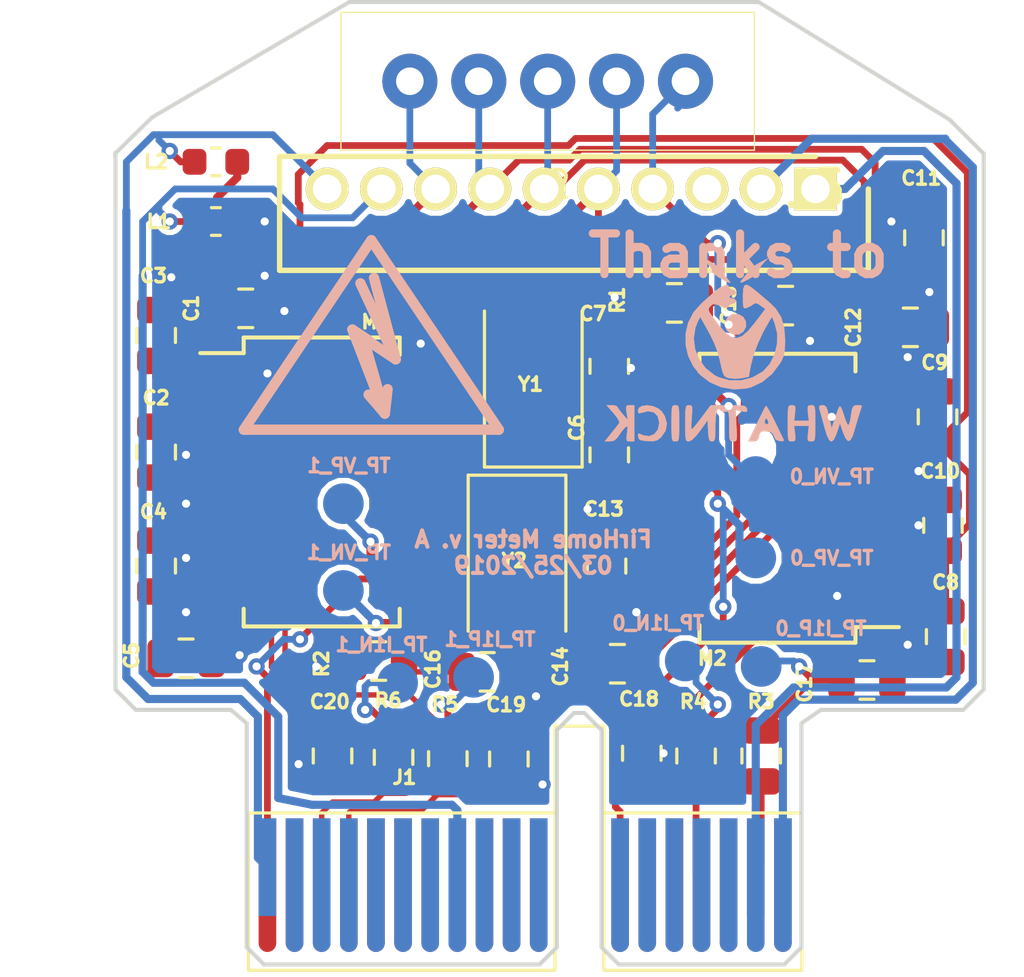
<source format=kicad_pcb>
(kicad_pcb (version 20171130) (host pcbnew "(5.0.1-3-g963ef8bb5)")

  (general
    (thickness 1.6)
    (drawings 32)
    (tracks 469)
    (zones 0)
    (modules 45)
    (nets 30)
  )

  (page A4)
  (layers
    (0 F.Cu mixed)
    (31 B.Cu mixed)
    (32 B.Adhes user hide)
    (33 F.Adhes user hide)
    (34 B.Paste user hide)
    (35 F.Paste user hide)
    (36 B.SilkS user)
    (37 F.SilkS user)
    (38 B.Mask user)
    (39 F.Mask user)
    (40 Dwgs.User user hide)
    (41 Cmts.User user hide)
    (42 Eco1.User user hide)
    (43 Eco2.User user hide)
    (44 Edge.Cuts user)
    (45 Margin user hide)
    (46 B.CrtYd user hide)
    (47 F.CrtYd user hide)
    (48 B.Fab user hide)
    (49 F.Fab user hide)
  )

  (setup
    (last_trace_width 0.25)
    (user_trace_width 0.2)
    (user_trace_width 0.3)
    (trace_clearance 0.15)
    (zone_clearance 0.2)
    (zone_45_only no)
    (trace_min 0.15)
    (segment_width 0.2)
    (edge_width 0.15)
    (via_size 0.6)
    (via_drill 0.3)
    (via_min_size 0.6)
    (via_min_drill 0.3)
    (uvia_size 0.3)
    (uvia_drill 0.1)
    (uvias_allowed no)
    (uvia_min_size 0.2)
    (uvia_min_drill 0.1)
    (pcb_text_width 0.3)
    (pcb_text_size 1.5 1.5)
    (mod_edge_width 0.15)
    (mod_text_size 0.5 0.5)
    (mod_text_width 0.125)
    (pad_size 1 1)
    (pad_drill 0)
    (pad_to_mask_clearance 0.15)
    (solder_mask_min_width 0.25)
    (aux_axis_origin 0 0)
    (grid_origin 145.91 69.15)
    (visible_elements 7FFFFF7F)
    (pcbplotparams
      (layerselection 0x010fc_ffffffff)
      (usegerberextensions true)
      (usegerberattributes false)
      (usegerberadvancedattributes false)
      (creategerberjobfile true)
      (excludeedgelayer true)
      (linewidth 0.100000)
      (plotframeref false)
      (viasonmask false)
      (mode 1)
      (useauxorigin false)
      (hpglpennumber 1)
      (hpglpenspeed 20)
      (hpglpendiameter 15.000000)
      (psnegative false)
      (psa4output false)
      (plotreference true)
      (plotvalue true)
      (plotinvisibletext false)
      (padsonsilk false)
      (subtractmaskfromsilk false)
      (outputformat 1)
      (mirror false)
      (drillshape 0)
      (scaleselection 1)
      (outputdirectory "pcbway_gerbers"))
  )

  (net 0 "")
  (net 1 +3V3)
  (net 2 GNDD)
  (net 3 "Net-(C4-Pad1)")
  (net 4 CLKOUT_0)
  (net 5 CLKIN_0)
  (net 6 "Net-(C11-Pad1)")
  (net 7 CLKOUT_1)
  (net 8 CLKIN_1)
  (net 9 VN_0)
  (net 10 VN_1)
  (net 11 I1P_0)
  (net 12 I1N_0)
  (net 13 I1P_1)
  (net 14 I1N_1)
  (net 15 GND_CPU)
  (net 16 3V3_CPU)
  (net 17 I1N_1_IN)
  (net 18 I1P_1_IN)
  (net 19 I1N_0_IN)
  (net 20 I1P_0_IN)
  (net 21 VP_1)
  (net 22 VP_0)
  (net 23 CS_0)
  (net 24 SCLK_M)
  (net 25 MISO_M)
  (net 26 MOSI_M)
  (net 27 CS_1)
  (net 28 GND_M)
  (net 29 3V3_M)

  (net_class Default "This is the default net class."
    (clearance 0.15)
    (trace_width 0.25)
    (via_dia 0.6)
    (via_drill 0.3)
    (uvia_dia 0.3)
    (uvia_drill 0.1)
    (add_net +3V3)
    (add_net 3V3_CPU)
    (add_net 3V3_M)
    (add_net CLKIN_0)
    (add_net CLKIN_1)
    (add_net CLKOUT_0)
    (add_net CLKOUT_1)
    (add_net CS_0)
    (add_net CS_1)
    (add_net GNDD)
    (add_net GND_CPU)
    (add_net GND_M)
    (add_net I1N_0)
    (add_net I1N_0_IN)
    (add_net I1N_1)
    (add_net I1N_1_IN)
    (add_net I1P_0)
    (add_net I1P_0_IN)
    (add_net I1P_1)
    (add_net I1P_1_IN)
    (add_net MISO_M)
    (add_net MOSI_M)
    (add_net "Net-(C11-Pad1)")
    (add_net "Net-(C4-Pad1)")
    (add_net SCLK_M)
    (add_net VN_0)
    (add_net VN_1)
    (add_net VP_0)
    (add_net VP_1)
  )

  (net_class Power_CPU ""
    (clearance 0.4)
    (trace_width 0.4)
    (via_dia 0.6)
    (via_drill 0.3)
    (uvia_dia 0.3)
    (uvia_drill 0.1)
  )

  (net_class Power_ISO ""
    (clearance 0.2)
    (trace_width 0.3)
    (via_dia 0.6)
    (via_drill 0.3)
    (uvia_dia 0.3)
    (uvia_drill 0.1)
  )

  (module FitHome_conn:conn_5_2.54mm (layer F.Cu) (tedit 5C96704A) (tstamp 5D046797)
    (at 140.76 56.98)
    (path /5CA11376)
    (fp_text reference J2 (at 5.08 3.81) (layer F.SilkS)
      (effects (font (size 1 1) (thickness 0.15)))
    )
    (fp_text value Conn_01x05 (at 5.08 -3.81) (layer F.Fab)
      (effects (font (size 1 1) (thickness 0.15)))
    )
    (fp_line (start -2.54 -2.54) (end 12.7 -2.54) (layer F.SilkS) (width 0.05))
    (fp_line (start 12.7 -2.54) (end 12.7 2.54) (layer F.SilkS) (width 0.05))
    (fp_line (start 12.7 2.54) (end -2.54 2.54) (layer F.SilkS) (width 0.05))
    (fp_line (start -2.54 2.54) (end -2.54 -2.54) (layer F.SilkS) (width 0.05))
    (pad 1 thru_hole circle (at 0 0) (size 2.032 2.032) (drill 1.016) (layers *.Cu *.Mask)
      (net 27 CS_1))
    (pad 2 thru_hole circle (at 2.54 0) (size 2.032 2.032) (drill 1.016) (layers *.Cu *.Mask)
      (net 26 MOSI_M))
    (pad 3 thru_hole circle (at 5.08 0) (size 2.032 2.032) (drill 1.016) (layers *.Cu *.Mask)
      (net 25 MISO_M))
    (pad 4 thru_hole circle (at 7.62 0) (size 2.032 2.032) (drill 1.016) (layers *.Cu *.Mask)
      (net 24 SCLK_M))
    (pad 5 thru_hole circle (at 10.16 0) (size 2.032 2.032) (drill 1.016) (layers *.Cu *.Mask)
      (net 23 CS_0))
  )

  (module Capacitor_SMD:C_0805_2012Metric (layer F.Cu) (tedit 5B36C52B) (tstamp 5CA17E13)
    (at 134.71 65.35)
    (descr "Capacitor SMD 0805 (2012 Metric), square (rectangular) end terminal, IPC_7351 nominal, (Body size source: https://docs.google.com/spreadsheets/d/1BsfQQcO9C6DZCsRaXUlFlo91Tg2WpOkGARC1WS5S8t0/edit?usp=sharing), generated with kicad-footprint-generator")
    (tags capacitor)
    (path /59C71D35)
    (attr smd)
    (fp_text reference C1 (at -2 0 90) (layer F.SilkS)
      (effects (font (size 0.5 0.5) (thickness 0.15)))
    )
    (fp_text value 10u (at 0 1.65) (layer F.Fab)
      (effects (font (size 0.5 0.5) (thickness 0.15)))
    )
    (fp_line (start -1 0.6) (end -1 -0.6) (layer F.Fab) (width 0.1))
    (fp_line (start -1 -0.6) (end 1 -0.6) (layer F.Fab) (width 0.1))
    (fp_line (start 1 -0.6) (end 1 0.6) (layer F.Fab) (width 0.1))
    (fp_line (start 1 0.6) (end -1 0.6) (layer F.Fab) (width 0.1))
    (fp_line (start -0.258578 -0.71) (end 0.258578 -0.71) (layer F.SilkS) (width 0.12))
    (fp_line (start -0.258578 0.71) (end 0.258578 0.71) (layer F.SilkS) (width 0.12))
    (fp_line (start -1.68 0.95) (end -1.68 -0.95) (layer F.CrtYd) (width 0.05))
    (fp_line (start -1.68 -0.95) (end 1.68 -0.95) (layer F.CrtYd) (width 0.05))
    (fp_line (start 1.68 -0.95) (end 1.68 0.95) (layer F.CrtYd) (width 0.05))
    (fp_line (start 1.68 0.95) (end -1.68 0.95) (layer F.CrtYd) (width 0.05))
    (fp_text user %R (at 0 0) (layer F.Fab)
      (effects (font (size 0.5 0.5) (thickness 0.08)))
    )
    (pad 1 smd roundrect (at -0.9375 0) (size 0.975 1.4) (layers F.Cu F.Paste F.Mask) (roundrect_rratio 0.25)
      (net 1 +3V3))
    (pad 2 smd roundrect (at 0.9375 0) (size 0.975 1.4) (layers F.Cu F.Paste F.Mask) (roundrect_rratio 0.25)
      (net 2 GNDD))
    (model ${KISYS3DMOD}/Capacitor_SMD.3dshapes/C_0805_2012Metric.wrl
      (at (xyz 0 0 0))
      (scale (xyz 1 1 1))
      (rotate (xyz 0 0 0))
    )
  )

  (module Capacitor_SMD:C_0805_2012Metric (layer F.Cu) (tedit 5B36C52B) (tstamp 5CA16BED)
    (at 131.41 70.65 90)
    (descr "Capacitor SMD 0805 (2012 Metric), square (rectangular) end terminal, IPC_7351 nominal, (Body size source: https://docs.google.com/spreadsheets/d/1BsfQQcO9C6DZCsRaXUlFlo91Tg2WpOkGARC1WS5S8t0/edit?usp=sharing), generated with kicad-footprint-generator")
    (tags capacitor)
    (path /59C71B7A)
    (attr smd)
    (fp_text reference C2 (at 2 0 180) (layer F.SilkS)
      (effects (font (size 0.5 0.5) (thickness 0.15)))
    )
    (fp_text value .1u (at 0 1.65 90) (layer F.Fab)
      (effects (font (size 0.5 0.5) (thickness 0.15)))
    )
    (fp_text user %R (at 0 0 90) (layer F.Fab)
      (effects (font (size 0.5 0.5) (thickness 0.08)))
    )
    (fp_line (start 1.68 0.95) (end -1.68 0.95) (layer F.CrtYd) (width 0.05))
    (fp_line (start 1.68 -0.95) (end 1.68 0.95) (layer F.CrtYd) (width 0.05))
    (fp_line (start -1.68 -0.95) (end 1.68 -0.95) (layer F.CrtYd) (width 0.05))
    (fp_line (start -1.68 0.95) (end -1.68 -0.95) (layer F.CrtYd) (width 0.05))
    (fp_line (start -0.258578 0.71) (end 0.258578 0.71) (layer F.SilkS) (width 0.12))
    (fp_line (start -0.258578 -0.71) (end 0.258578 -0.71) (layer F.SilkS) (width 0.12))
    (fp_line (start 1 0.6) (end -1 0.6) (layer F.Fab) (width 0.1))
    (fp_line (start 1 -0.6) (end 1 0.6) (layer F.Fab) (width 0.1))
    (fp_line (start -1 -0.6) (end 1 -0.6) (layer F.Fab) (width 0.1))
    (fp_line (start -1 0.6) (end -1 -0.6) (layer F.Fab) (width 0.1))
    (pad 2 smd roundrect (at 0.9375 0 90) (size 0.975 1.4) (layers F.Cu F.Paste F.Mask) (roundrect_rratio 0.25)
      (net 1 +3V3))
    (pad 1 smd roundrect (at -0.9375 0 90) (size 0.975 1.4) (layers F.Cu F.Paste F.Mask) (roundrect_rratio 0.25)
      (net 2 GNDD))
    (model ${KISYS3DMOD}/Capacitor_SMD.3dshapes/C_0805_2012Metric.wrl
      (at (xyz 0 0 0))
      (scale (xyz 1 1 1))
      (rotate (xyz 0 0 0))
    )
  )

  (module Capacitor_SMD:C_0805_2012Metric (layer F.Cu) (tedit 5B36C52B) (tstamp 5CA16BFE)
    (at 131.41 66.35 90)
    (descr "Capacitor SMD 0805 (2012 Metric), square (rectangular) end terminal, IPC_7351 nominal, (Body size source: https://docs.google.com/spreadsheets/d/1BsfQQcO9C6DZCsRaXUlFlo91Tg2WpOkGARC1WS5S8t0/edit?usp=sharing), generated with kicad-footprint-generator")
    (tags capacitor)
    (path /59C71BFC)
    (attr smd)
    (fp_text reference C3 (at 2.2 -0.1 180) (layer F.SilkS)
      (effects (font (size 0.5 0.5) (thickness 0.15)))
    )
    (fp_text value .1u (at 0 1.65 90) (layer F.Fab)
      (effects (font (size 0.5 0.5) (thickness 0.15)))
    )
    (fp_line (start -1 0.6) (end -1 -0.6) (layer F.Fab) (width 0.1))
    (fp_line (start -1 -0.6) (end 1 -0.6) (layer F.Fab) (width 0.1))
    (fp_line (start 1 -0.6) (end 1 0.6) (layer F.Fab) (width 0.1))
    (fp_line (start 1 0.6) (end -1 0.6) (layer F.Fab) (width 0.1))
    (fp_line (start -0.258578 -0.71) (end 0.258578 -0.71) (layer F.SilkS) (width 0.12))
    (fp_line (start -0.258578 0.71) (end 0.258578 0.71) (layer F.SilkS) (width 0.12))
    (fp_line (start -1.68 0.95) (end -1.68 -0.95) (layer F.CrtYd) (width 0.05))
    (fp_line (start -1.68 -0.95) (end 1.68 -0.95) (layer F.CrtYd) (width 0.05))
    (fp_line (start 1.68 -0.95) (end 1.68 0.95) (layer F.CrtYd) (width 0.05))
    (fp_line (start 1.68 0.95) (end -1.68 0.95) (layer F.CrtYd) (width 0.05))
    (fp_text user %R (at 0 0 90) (layer F.Fab)
      (effects (font (size 0.5 0.5) (thickness 0.08)))
    )
    (pad 1 smd roundrect (at -0.9375 0 90) (size 0.975 1.4) (layers F.Cu F.Paste F.Mask) (roundrect_rratio 0.25)
      (net 1 +3V3))
    (pad 2 smd roundrect (at 0.9375 0 90) (size 0.975 1.4) (layers F.Cu F.Paste F.Mask) (roundrect_rratio 0.25)
      (net 2 GNDD))
    (model ${KISYS3DMOD}/Capacitor_SMD.3dshapes/C_0805_2012Metric.wrl
      (at (xyz 0 0 0))
      (scale (xyz 1 1 1))
      (rotate (xyz 0 0 0))
    )
  )

  (module Capacitor_SMD:C_0805_2012Metric (layer F.Cu) (tedit 5B36C52B) (tstamp 5CA16C0F)
    (at 131.41 74.85 90)
    (descr "Capacitor SMD 0805 (2012 Metric), square (rectangular) end terminal, IPC_7351 nominal, (Body size source: https://docs.google.com/spreadsheets/d/1BsfQQcO9C6DZCsRaXUlFlo91Tg2WpOkGARC1WS5S8t0/edit?usp=sharing), generated with kicad-footprint-generator")
    (tags capacitor)
    (path /59C71E3D)
    (attr smd)
    (fp_text reference C4 (at 2 -0.1 180) (layer F.SilkS)
      (effects (font (size 0.5 0.5) (thickness 0.15)))
    )
    (fp_text value 10u (at 0 1.65 90) (layer F.Fab)
      (effects (font (size 0.5 0.5) (thickness 0.15)))
    )
    (fp_text user %R (at 0 0 90) (layer F.Fab)
      (effects (font (size 0.5 0.5) (thickness 0.08)))
    )
    (fp_line (start 1.68 0.95) (end -1.68 0.95) (layer F.CrtYd) (width 0.05))
    (fp_line (start 1.68 -0.95) (end 1.68 0.95) (layer F.CrtYd) (width 0.05))
    (fp_line (start -1.68 -0.95) (end 1.68 -0.95) (layer F.CrtYd) (width 0.05))
    (fp_line (start -1.68 0.95) (end -1.68 -0.95) (layer F.CrtYd) (width 0.05))
    (fp_line (start -0.258578 0.71) (end 0.258578 0.71) (layer F.SilkS) (width 0.12))
    (fp_line (start -0.258578 -0.71) (end 0.258578 -0.71) (layer F.SilkS) (width 0.12))
    (fp_line (start 1 0.6) (end -1 0.6) (layer F.Fab) (width 0.1))
    (fp_line (start 1 -0.6) (end 1 0.6) (layer F.Fab) (width 0.1))
    (fp_line (start -1 -0.6) (end 1 -0.6) (layer F.Fab) (width 0.1))
    (fp_line (start -1 0.6) (end -1 -0.6) (layer F.Fab) (width 0.1))
    (pad 2 smd roundrect (at 0.9375 0 90) (size 0.975 1.4) (layers F.Cu F.Paste F.Mask) (roundrect_rratio 0.25)
      (net 2 GNDD))
    (pad 1 smd roundrect (at -0.9375 0 90) (size 0.975 1.4) (layers F.Cu F.Paste F.Mask) (roundrect_rratio 0.25)
      (net 3 "Net-(C4-Pad1)"))
    (model ${KISYS3DMOD}/Capacitor_SMD.3dshapes/C_0805_2012Metric.wrl
      (at (xyz 0 0 0))
      (scale (xyz 1 1 1))
      (rotate (xyz 0 0 0))
    )
  )

  (module Capacitor_SMD:C_0805_2012Metric (layer F.Cu) (tedit 5B36C52B) (tstamp 5CA16C20)
    (at 132.51 78.25)
    (descr "Capacitor SMD 0805 (2012 Metric), square (rectangular) end terminal, IPC_7351 nominal, (Body size source: https://docs.google.com/spreadsheets/d/1BsfQQcO9C6DZCsRaXUlFlo91Tg2WpOkGARC1WS5S8t0/edit?usp=sharing), generated with kicad-footprint-generator")
    (tags capacitor)
    (path /59C71CA1)
    (attr smd)
    (fp_text reference C5 (at -2 -0.1 90) (layer F.SilkS)
      (effects (font (size 0.5 0.5) (thickness 0.15)))
    )
    (fp_text value .1u (at 0 1.65) (layer F.Fab)
      (effects (font (size 0.5 0.5) (thickness 0.15)))
    )
    (fp_text user %R (at 0 0) (layer F.Fab)
      (effects (font (size 0.5 0.5) (thickness 0.08)))
    )
    (fp_line (start 1.68 0.95) (end -1.68 0.95) (layer F.CrtYd) (width 0.05))
    (fp_line (start 1.68 -0.95) (end 1.68 0.95) (layer F.CrtYd) (width 0.05))
    (fp_line (start -1.68 -0.95) (end 1.68 -0.95) (layer F.CrtYd) (width 0.05))
    (fp_line (start -1.68 0.95) (end -1.68 -0.95) (layer F.CrtYd) (width 0.05))
    (fp_line (start -0.258578 0.71) (end 0.258578 0.71) (layer F.SilkS) (width 0.12))
    (fp_line (start -0.258578 -0.71) (end 0.258578 -0.71) (layer F.SilkS) (width 0.12))
    (fp_line (start 1 0.6) (end -1 0.6) (layer F.Fab) (width 0.1))
    (fp_line (start 1 -0.6) (end 1 0.6) (layer F.Fab) (width 0.1))
    (fp_line (start -1 -0.6) (end 1 -0.6) (layer F.Fab) (width 0.1))
    (fp_line (start -1 0.6) (end -1 -0.6) (layer F.Fab) (width 0.1))
    (pad 2 smd roundrect (at 0.9375 0) (size 0.975 1.4) (layers F.Cu F.Paste F.Mask) (roundrect_rratio 0.25)
      (net 2 GNDD))
    (pad 1 smd roundrect (at -0.9375 0) (size 0.975 1.4) (layers F.Cu F.Paste F.Mask) (roundrect_rratio 0.25)
      (net 3 "Net-(C4-Pad1)"))
    (model ${KISYS3DMOD}/Capacitor_SMD.3dshapes/C_0805_2012Metric.wrl
      (at (xyz 0 0 0))
      (scale (xyz 1 1 1))
      (rotate (xyz 0 0 0))
    )
  )

  (module Capacitor_SMD:C_0805_2012Metric (layer F.Cu) (tedit 5B36C52B) (tstamp 5CA16C31)
    (at 148.11 70.75 90)
    (descr "Capacitor SMD 0805 (2012 Metric), square (rectangular) end terminal, IPC_7351 nominal, (Body size source: https://docs.google.com/spreadsheets/d/1BsfQQcO9C6DZCsRaXUlFlo91Tg2WpOkGARC1WS5S8t0/edit?usp=sharing), generated with kicad-footprint-generator")
    (tags capacitor)
    (path /59D4E65E)
    (attr smd)
    (fp_text reference C6 (at 1 -1.2 90) (layer F.SilkS)
      (effects (font (size 0.5 0.5) (thickness 0.15)))
    )
    (fp_text value 20p (at 0 1.65 90) (layer F.Fab)
      (effects (font (size 0.5 0.5) (thickness 0.15)))
    )
    (fp_line (start -1 0.6) (end -1 -0.6) (layer F.Fab) (width 0.1))
    (fp_line (start -1 -0.6) (end 1 -0.6) (layer F.Fab) (width 0.1))
    (fp_line (start 1 -0.6) (end 1 0.6) (layer F.Fab) (width 0.1))
    (fp_line (start 1 0.6) (end -1 0.6) (layer F.Fab) (width 0.1))
    (fp_line (start -0.258578 -0.71) (end 0.258578 -0.71) (layer F.SilkS) (width 0.12))
    (fp_line (start -0.258578 0.71) (end 0.258578 0.71) (layer F.SilkS) (width 0.12))
    (fp_line (start -1.68 0.95) (end -1.68 -0.95) (layer F.CrtYd) (width 0.05))
    (fp_line (start -1.68 -0.95) (end 1.68 -0.95) (layer F.CrtYd) (width 0.05))
    (fp_line (start 1.68 -0.95) (end 1.68 0.95) (layer F.CrtYd) (width 0.05))
    (fp_line (start 1.68 0.95) (end -1.68 0.95) (layer F.CrtYd) (width 0.05))
    (fp_text user %R (at 0 0 90) (layer F.Fab)
      (effects (font (size 0.5 0.5) (thickness 0.08)))
    )
    (pad 1 smd roundrect (at -0.9375 0 90) (size 0.975 1.4) (layers F.Cu F.Paste F.Mask) (roundrect_rratio 0.25)
      (net 2 GNDD))
    (pad 2 smd roundrect (at 0.9375 0 90) (size 0.975 1.4) (layers F.Cu F.Paste F.Mask) (roundrect_rratio 0.25)
      (net 4 CLKOUT_0))
    (model ${KISYS3DMOD}/Capacitor_SMD.3dshapes/C_0805_2012Metric.wrl
      (at (xyz 0 0 0))
      (scale (xyz 1 1 1))
      (rotate (xyz 0 0 0))
    )
  )

  (module Capacitor_SMD:C_0805_2012Metric (layer F.Cu) (tedit 5B36C52B) (tstamp 5C9566A0)
    (at 148.11 67.4875 90)
    (descr "Capacitor SMD 0805 (2012 Metric), square (rectangular) end terminal, IPC_7351 nominal, (Body size source: https://docs.google.com/spreadsheets/d/1BsfQQcO9C6DZCsRaXUlFlo91Tg2WpOkGARC1WS5S8t0/edit?usp=sharing), generated with kicad-footprint-generator")
    (tags capacitor)
    (path /59D4E6D0)
    (attr smd)
    (fp_text reference C7 (at 1.9375 -0.6 180) (layer F.SilkS)
      (effects (font (size 0.5 0.5) (thickness 0.15)))
    )
    (fp_text value 20p (at 0 1.65 90) (layer F.Fab)
      (effects (font (size 0.5 0.5) (thickness 0.15)))
    )
    (fp_text user %R (at 0 0 90) (layer F.Fab)
      (effects (font (size 0.5 0.5) (thickness 0.08)))
    )
    (fp_line (start 1.68 0.95) (end -1.68 0.95) (layer F.CrtYd) (width 0.05))
    (fp_line (start 1.68 -0.95) (end 1.68 0.95) (layer F.CrtYd) (width 0.05))
    (fp_line (start -1.68 -0.95) (end 1.68 -0.95) (layer F.CrtYd) (width 0.05))
    (fp_line (start -1.68 0.95) (end -1.68 -0.95) (layer F.CrtYd) (width 0.05))
    (fp_line (start -0.258578 0.71) (end 0.258578 0.71) (layer F.SilkS) (width 0.12))
    (fp_line (start -0.258578 -0.71) (end 0.258578 -0.71) (layer F.SilkS) (width 0.12))
    (fp_line (start 1 0.6) (end -1 0.6) (layer F.Fab) (width 0.1))
    (fp_line (start 1 -0.6) (end 1 0.6) (layer F.Fab) (width 0.1))
    (fp_line (start -1 -0.6) (end 1 -0.6) (layer F.Fab) (width 0.1))
    (fp_line (start -1 0.6) (end -1 -0.6) (layer F.Fab) (width 0.1))
    (pad 2 smd roundrect (at 0.9375 0 90) (size 0.975 1.4) (layers F.Cu F.Paste F.Mask) (roundrect_rratio 0.25)
      (net 5 CLKIN_0))
    (pad 1 smd roundrect (at -0.9375 0 90) (size 0.975 1.4) (layers F.Cu F.Paste F.Mask) (roundrect_rratio 0.25)
      (net 2 GNDD))
    (model ${KISYS3DMOD}/Capacitor_SMD.3dshapes/C_0805_2012Metric.wrl
      (at (xyz 0 0 0))
      (scale (xyz 1 1 1))
      (rotate (xyz 0 0 0))
    )
  )

  (module Capacitor_SMD:C_0805_2012Metric (layer F.Cu) (tedit 5B36C52B) (tstamp 5CA16C53)
    (at 160.51 77.45 270)
    (descr "Capacitor SMD 0805 (2012 Metric), square (rectangular) end terminal, IPC_7351 nominal, (Body size source: https://docs.google.com/spreadsheets/d/1BsfQQcO9C6DZCsRaXUlFlo91Tg2WpOkGARC1WS5S8t0/edit?usp=sharing), generated with kicad-footprint-generator")
    (tags capacitor)
    (path /59DB8410)
    (attr smd)
    (fp_text reference C8 (at -2 0) (layer F.SilkS)
      (effects (font (size 0.5 0.5) (thickness 0.15)))
    )
    (fp_text value 10u (at 0 1.65 270) (layer F.Fab)
      (effects (font (size 0.5 0.5) (thickness 0.15)))
    )
    (fp_line (start -1 0.6) (end -1 -0.6) (layer F.Fab) (width 0.1))
    (fp_line (start -1 -0.6) (end 1 -0.6) (layer F.Fab) (width 0.1))
    (fp_line (start 1 -0.6) (end 1 0.6) (layer F.Fab) (width 0.1))
    (fp_line (start 1 0.6) (end -1 0.6) (layer F.Fab) (width 0.1))
    (fp_line (start -0.258578 -0.71) (end 0.258578 -0.71) (layer F.SilkS) (width 0.12))
    (fp_line (start -0.258578 0.71) (end 0.258578 0.71) (layer F.SilkS) (width 0.12))
    (fp_line (start -1.68 0.95) (end -1.68 -0.95) (layer F.CrtYd) (width 0.05))
    (fp_line (start -1.68 -0.95) (end 1.68 -0.95) (layer F.CrtYd) (width 0.05))
    (fp_line (start 1.68 -0.95) (end 1.68 0.95) (layer F.CrtYd) (width 0.05))
    (fp_line (start 1.68 0.95) (end -1.68 0.95) (layer F.CrtYd) (width 0.05))
    (fp_text user %R (at 0 0 270) (layer F.Fab)
      (effects (font (size 0.5 0.5) (thickness 0.08)))
    )
    (pad 1 smd roundrect (at -0.9375 0 270) (size 0.975 1.4) (layers F.Cu F.Paste F.Mask) (roundrect_rratio 0.25)
      (net 1 +3V3))
    (pad 2 smd roundrect (at 0.9375 0 270) (size 0.975 1.4) (layers F.Cu F.Paste F.Mask) (roundrect_rratio 0.25)
      (net 2 GNDD))
    (model ${KISYS3DMOD}/Capacitor_SMD.3dshapes/C_0805_2012Metric.wrl
      (at (xyz 0 0 0))
      (scale (xyz 1 1 1))
      (rotate (xyz 0 0 0))
    )
  )

  (module Capacitor_SMD:C_0805_2012Metric (layer F.Cu) (tedit 5B36C52B) (tstamp 5CA16C64)
    (at 160.21 69.35 270)
    (descr "Capacitor SMD 0805 (2012 Metric), square (rectangular) end terminal, IPC_7351 nominal, (Body size source: https://docs.google.com/spreadsheets/d/1BsfQQcO9C6DZCsRaXUlFlo91Tg2WpOkGARC1WS5S8t0/edit?usp=sharing), generated with kicad-footprint-generator")
    (tags capacitor)
    (path /59DB83FE)
    (attr smd)
    (fp_text reference C9 (at -2 0.1) (layer F.SilkS)
      (effects (font (size 0.5 0.5) (thickness 0.15)))
    )
    (fp_text value .1u (at 0 1.65 270) (layer F.Fab)
      (effects (font (size 0.5 0.5) (thickness 0.15)))
    )
    (fp_line (start -1 0.6) (end -1 -0.6) (layer F.Fab) (width 0.1))
    (fp_line (start -1 -0.6) (end 1 -0.6) (layer F.Fab) (width 0.1))
    (fp_line (start 1 -0.6) (end 1 0.6) (layer F.Fab) (width 0.1))
    (fp_line (start 1 0.6) (end -1 0.6) (layer F.Fab) (width 0.1))
    (fp_line (start -0.258578 -0.71) (end 0.258578 -0.71) (layer F.SilkS) (width 0.12))
    (fp_line (start -0.258578 0.71) (end 0.258578 0.71) (layer F.SilkS) (width 0.12))
    (fp_line (start -1.68 0.95) (end -1.68 -0.95) (layer F.CrtYd) (width 0.05))
    (fp_line (start -1.68 -0.95) (end 1.68 -0.95) (layer F.CrtYd) (width 0.05))
    (fp_line (start 1.68 -0.95) (end 1.68 0.95) (layer F.CrtYd) (width 0.05))
    (fp_line (start 1.68 0.95) (end -1.68 0.95) (layer F.CrtYd) (width 0.05))
    (fp_text user %R (at 0 0 270) (layer F.Fab)
      (effects (font (size 0.5 0.5) (thickness 0.08)))
    )
    (pad 1 smd roundrect (at -0.9375 0 270) (size 0.975 1.4) (layers F.Cu F.Paste F.Mask) (roundrect_rratio 0.25)
      (net 2 GNDD))
    (pad 2 smd roundrect (at 0.9375 0 270) (size 0.975 1.4) (layers F.Cu F.Paste F.Mask) (roundrect_rratio 0.25)
      (net 1 +3V3))
    (model ${KISYS3DMOD}/Capacitor_SMD.3dshapes/C_0805_2012Metric.wrl
      (at (xyz 0 0 0))
      (scale (xyz 1 1 1))
      (rotate (xyz 0 0 0))
    )
  )

  (module Capacitor_SMD:C_0805_2012Metric (layer F.Cu) (tedit 5B36C52B) (tstamp 5CA16C75)
    (at 160.41 73.35 90)
    (descr "Capacitor SMD 0805 (2012 Metric), square (rectangular) end terminal, IPC_7351 nominal, (Body size source: https://docs.google.com/spreadsheets/d/1BsfQQcO9C6DZCsRaXUlFlo91Tg2WpOkGARC1WS5S8t0/edit?usp=sharing), generated with kicad-footprint-generator")
    (tags capacitor)
    (path /59DB8404)
    (attr smd)
    (fp_text reference C10 (at 2 -0.1 180) (layer F.SilkS)
      (effects (font (size 0.5 0.5) (thickness 0.15)))
    )
    (fp_text value .1u (at 0 1.65 90) (layer F.Fab)
      (effects (font (size 0.5 0.5) (thickness 0.15)))
    )
    (fp_line (start -1 0.6) (end -1 -0.6) (layer F.Fab) (width 0.1))
    (fp_line (start -1 -0.6) (end 1 -0.6) (layer F.Fab) (width 0.1))
    (fp_line (start 1 -0.6) (end 1 0.6) (layer F.Fab) (width 0.1))
    (fp_line (start 1 0.6) (end -1 0.6) (layer F.Fab) (width 0.1))
    (fp_line (start -0.258578 -0.71) (end 0.258578 -0.71) (layer F.SilkS) (width 0.12))
    (fp_line (start -0.258578 0.71) (end 0.258578 0.71) (layer F.SilkS) (width 0.12))
    (fp_line (start -1.68 0.95) (end -1.68 -0.95) (layer F.CrtYd) (width 0.05))
    (fp_line (start -1.68 -0.95) (end 1.68 -0.95) (layer F.CrtYd) (width 0.05))
    (fp_line (start 1.68 -0.95) (end 1.68 0.95) (layer F.CrtYd) (width 0.05))
    (fp_line (start 1.68 0.95) (end -1.68 0.95) (layer F.CrtYd) (width 0.05))
    (fp_text user %R (at 0 0 90) (layer F.Fab)
      (effects (font (size 0.5 0.5) (thickness 0.08)))
    )
    (pad 1 smd roundrect (at -0.9375 0 90) (size 0.975 1.4) (layers F.Cu F.Paste F.Mask) (roundrect_rratio 0.25)
      (net 1 +3V3))
    (pad 2 smd roundrect (at 0.9375 0 90) (size 0.975 1.4) (layers F.Cu F.Paste F.Mask) (roundrect_rratio 0.25)
      (net 2 GNDD))
    (model ${KISYS3DMOD}/Capacitor_SMD.3dshapes/C_0805_2012Metric.wrl
      (at (xyz 0 0 0))
      (scale (xyz 1 1 1))
      (rotate (xyz 0 0 0))
    )
  )

  (module Capacitor_SMD:C_0805_2012Metric (layer F.Cu) (tedit 5B36C52B) (tstamp 5CA16C86)
    (at 159.71 62.75 90)
    (descr "Capacitor SMD 0805 (2012 Metric), square (rectangular) end terminal, IPC_7351 nominal, (Body size source: https://docs.google.com/spreadsheets/d/1BsfQQcO9C6DZCsRaXUlFlo91Tg2WpOkGARC1WS5S8t0/edit?usp=sharing), generated with kicad-footprint-generator")
    (tags capacitor)
    (path /59DB8416)
    (attr smd)
    (fp_text reference C11 (at 2.2 -0.1 180) (layer F.SilkS)
      (effects (font (size 0.5 0.5) (thickness 0.15)))
    )
    (fp_text value 10u (at 0 1.65 90) (layer F.Fab)
      (effects (font (size 0.5 0.5) (thickness 0.15)))
    )
    (fp_line (start -1 0.6) (end -1 -0.6) (layer F.Fab) (width 0.1))
    (fp_line (start -1 -0.6) (end 1 -0.6) (layer F.Fab) (width 0.1))
    (fp_line (start 1 -0.6) (end 1 0.6) (layer F.Fab) (width 0.1))
    (fp_line (start 1 0.6) (end -1 0.6) (layer F.Fab) (width 0.1))
    (fp_line (start -0.258578 -0.71) (end 0.258578 -0.71) (layer F.SilkS) (width 0.12))
    (fp_line (start -0.258578 0.71) (end 0.258578 0.71) (layer F.SilkS) (width 0.12))
    (fp_line (start -1.68 0.95) (end -1.68 -0.95) (layer F.CrtYd) (width 0.05))
    (fp_line (start -1.68 -0.95) (end 1.68 -0.95) (layer F.CrtYd) (width 0.05))
    (fp_line (start 1.68 -0.95) (end 1.68 0.95) (layer F.CrtYd) (width 0.05))
    (fp_line (start 1.68 0.95) (end -1.68 0.95) (layer F.CrtYd) (width 0.05))
    (fp_text user %R (at 0 0 90) (layer F.Fab)
      (effects (font (size 0.5 0.5) (thickness 0.08)))
    )
    (pad 1 smd roundrect (at -0.9375 0 90) (size 0.975 1.4) (layers F.Cu F.Paste F.Mask) (roundrect_rratio 0.25)
      (net 6 "Net-(C11-Pad1)"))
    (pad 2 smd roundrect (at 0.9375 0 90) (size 0.975 1.4) (layers F.Cu F.Paste F.Mask) (roundrect_rratio 0.25)
      (net 2 GNDD))
    (model ${KISYS3DMOD}/Capacitor_SMD.3dshapes/C_0805_2012Metric.wrl
      (at (xyz 0 0 0))
      (scale (xyz 1 1 1))
      (rotate (xyz 0 0 0))
    )
  )

  (module Capacitor_SMD:C_0805_2012Metric (layer F.Cu) (tedit 5B36C52B) (tstamp 5CA16C97)
    (at 159.21 66.05)
    (descr "Capacitor SMD 0805 (2012 Metric), square (rectangular) end terminal, IPC_7351 nominal, (Body size source: https://docs.google.com/spreadsheets/d/1BsfQQcO9C6DZCsRaXUlFlo91Tg2WpOkGARC1WS5S8t0/edit?usp=sharing), generated with kicad-footprint-generator")
    (tags capacitor)
    (path /59DB840A)
    (attr smd)
    (fp_text reference C12 (at -2.1 0 90) (layer F.SilkS)
      (effects (font (size 0.5 0.5) (thickness 0.15)))
    )
    (fp_text value .1u (at 0 1.65) (layer F.Fab)
      (effects (font (size 0.5 0.5) (thickness 0.15)))
    )
    (fp_line (start -1 0.6) (end -1 -0.6) (layer F.Fab) (width 0.1))
    (fp_line (start -1 -0.6) (end 1 -0.6) (layer F.Fab) (width 0.1))
    (fp_line (start 1 -0.6) (end 1 0.6) (layer F.Fab) (width 0.1))
    (fp_line (start 1 0.6) (end -1 0.6) (layer F.Fab) (width 0.1))
    (fp_line (start -0.258578 -0.71) (end 0.258578 -0.71) (layer F.SilkS) (width 0.12))
    (fp_line (start -0.258578 0.71) (end 0.258578 0.71) (layer F.SilkS) (width 0.12))
    (fp_line (start -1.68 0.95) (end -1.68 -0.95) (layer F.CrtYd) (width 0.05))
    (fp_line (start -1.68 -0.95) (end 1.68 -0.95) (layer F.CrtYd) (width 0.05))
    (fp_line (start 1.68 -0.95) (end 1.68 0.95) (layer F.CrtYd) (width 0.05))
    (fp_line (start 1.68 0.95) (end -1.68 0.95) (layer F.CrtYd) (width 0.05))
    (fp_text user %R (at 0 0) (layer F.Fab)
      (effects (font (size 0.5 0.5) (thickness 0.08)))
    )
    (pad 1 smd roundrect (at -0.9375 0) (size 0.975 1.4) (layers F.Cu F.Paste F.Mask) (roundrect_rratio 0.25)
      (net 6 "Net-(C11-Pad1)"))
    (pad 2 smd roundrect (at 0.9375 0) (size 0.975 1.4) (layers F.Cu F.Paste F.Mask) (roundrect_rratio 0.25)
      (net 2 GNDD))
    (model ${KISYS3DMOD}/Capacitor_SMD.3dshapes/C_0805_2012Metric.wrl
      (at (xyz 0 0 0))
      (scale (xyz 1 1 1))
      (rotate (xyz 0 0 0))
    )
  )

  (module Capacitor_SMD:C_0805_2012Metric (layer F.Cu) (tedit 5B36C52B) (tstamp 5CA16CA8)
    (at 148.01 74.85 90)
    (descr "Capacitor SMD 0805 (2012 Metric), square (rectangular) end terminal, IPC_7351 nominal, (Body size source: https://docs.google.com/spreadsheets/d/1BsfQQcO9C6DZCsRaXUlFlo91Tg2WpOkGARC1WS5S8t0/edit?usp=sharing), generated with kicad-footprint-generator")
    (tags capacitor)
    (path /59DB826C)
    (attr smd)
    (fp_text reference C13 (at 2.1 -0.1 180) (layer F.SilkS)
      (effects (font (size 0.5 0.5) (thickness 0.15)))
    )
    (fp_text value 20p (at 0 1.65 90) (layer F.Fab)
      (effects (font (size 0.5 0.5) (thickness 0.15)))
    )
    (fp_line (start -1 0.6) (end -1 -0.6) (layer F.Fab) (width 0.1))
    (fp_line (start -1 -0.6) (end 1 -0.6) (layer F.Fab) (width 0.1))
    (fp_line (start 1 -0.6) (end 1 0.6) (layer F.Fab) (width 0.1))
    (fp_line (start 1 0.6) (end -1 0.6) (layer F.Fab) (width 0.1))
    (fp_line (start -0.258578 -0.71) (end 0.258578 -0.71) (layer F.SilkS) (width 0.12))
    (fp_line (start -0.258578 0.71) (end 0.258578 0.71) (layer F.SilkS) (width 0.12))
    (fp_line (start -1.68 0.95) (end -1.68 -0.95) (layer F.CrtYd) (width 0.05))
    (fp_line (start -1.68 -0.95) (end 1.68 -0.95) (layer F.CrtYd) (width 0.05))
    (fp_line (start 1.68 -0.95) (end 1.68 0.95) (layer F.CrtYd) (width 0.05))
    (fp_line (start 1.68 0.95) (end -1.68 0.95) (layer F.CrtYd) (width 0.05))
    (fp_text user %R (at 0 0 90) (layer F.Fab)
      (effects (font (size 0.5 0.5) (thickness 0.08)))
    )
    (pad 1 smd roundrect (at -0.9375 0 90) (size 0.975 1.4) (layers F.Cu F.Paste F.Mask) (roundrect_rratio 0.25)
      (net 2 GNDD))
    (pad 2 smd roundrect (at 0.9375 0 90) (size 0.975 1.4) (layers F.Cu F.Paste F.Mask) (roundrect_rratio 0.25)
      (net 7 CLKOUT_1))
    (model ${KISYS3DMOD}/Capacitor_SMD.3dshapes/C_0805_2012Metric.wrl
      (at (xyz 0 0 0))
      (scale (xyz 1 1 1))
      (rotate (xyz 0 0 0))
    )
  )

  (module Capacitor_SMD:C_0805_2012Metric (layer F.Cu) (tedit 5B36C52B) (tstamp 5CA16CB9)
    (at 148.41 78.45 180)
    (descr "Capacitor SMD 0805 (2012 Metric), square (rectangular) end terminal, IPC_7351 nominal, (Body size source: https://docs.google.com/spreadsheets/d/1BsfQQcO9C6DZCsRaXUlFlo91Tg2WpOkGARC1WS5S8t0/edit?usp=sharing), generated with kicad-footprint-generator")
    (tags capacitor)
    (path /59DB8272)
    (attr smd)
    (fp_text reference C14 (at 2.1 -0.1 270) (layer F.SilkS)
      (effects (font (size 0.5 0.5) (thickness 0.15)))
    )
    (fp_text value 20p (at 0 1.65 180) (layer F.Fab)
      (effects (font (size 0.5 0.5) (thickness 0.15)))
    )
    (fp_text user %R (at 0 0 180) (layer F.Fab)
      (effects (font (size 0.5 0.5) (thickness 0.08)))
    )
    (fp_line (start 1.68 0.95) (end -1.68 0.95) (layer F.CrtYd) (width 0.05))
    (fp_line (start 1.68 -0.95) (end 1.68 0.95) (layer F.CrtYd) (width 0.05))
    (fp_line (start -1.68 -0.95) (end 1.68 -0.95) (layer F.CrtYd) (width 0.05))
    (fp_line (start -1.68 0.95) (end -1.68 -0.95) (layer F.CrtYd) (width 0.05))
    (fp_line (start -0.258578 0.71) (end 0.258578 0.71) (layer F.SilkS) (width 0.12))
    (fp_line (start -0.258578 -0.71) (end 0.258578 -0.71) (layer F.SilkS) (width 0.12))
    (fp_line (start 1 0.6) (end -1 0.6) (layer F.Fab) (width 0.1))
    (fp_line (start 1 -0.6) (end 1 0.6) (layer F.Fab) (width 0.1))
    (fp_line (start -1 -0.6) (end 1 -0.6) (layer F.Fab) (width 0.1))
    (fp_line (start -1 0.6) (end -1 -0.6) (layer F.Fab) (width 0.1))
    (pad 2 smd roundrect (at 0.9375 0 180) (size 0.975 1.4) (layers F.Cu F.Paste F.Mask) (roundrect_rratio 0.25)
      (net 8 CLKIN_1))
    (pad 1 smd roundrect (at -0.9375 0 180) (size 0.975 1.4) (layers F.Cu F.Paste F.Mask) (roundrect_rratio 0.25)
      (net 2 GNDD))
    (model ${KISYS3DMOD}/Capacitor_SMD.3dshapes/C_0805_2012Metric.wrl
      (at (xyz 0 0 0))
      (scale (xyz 1 1 1))
      (rotate (xyz 0 0 0))
    )
  )

  (module Capacitor_SMD:C_0805_2012Metric (layer F.Cu) (tedit 5B36C52B) (tstamp 5CA16CCA)
    (at 154.61 65.25 180)
    (descr "Capacitor SMD 0805 (2012 Metric), square (rectangular) end terminal, IPC_7351 nominal, (Body size source: https://docs.google.com/spreadsheets/d/1BsfQQcO9C6DZCsRaXUlFlo91Tg2WpOkGARC1WS5S8t0/edit?usp=sharing), generated with kicad-footprint-generator")
    (tags capacitor)
    (path /59DE5FB1)
    (attr smd)
    (fp_text reference C15 (at 2.1 0 270) (layer F.SilkS)
      (effects (font (size 0.5 0.5) (thickness 0.15)))
    )
    (fp_text value .033u (at 0 1.65 180) (layer F.Fab)
      (effects (font (size 0.5 0.5) (thickness 0.15)))
    )
    (fp_text user %R (at 0 0 180) (layer F.Fab)
      (effects (font (size 0.5 0.5) (thickness 0.08)))
    )
    (fp_line (start 1.68 0.95) (end -1.68 0.95) (layer F.CrtYd) (width 0.05))
    (fp_line (start 1.68 -0.95) (end 1.68 0.95) (layer F.CrtYd) (width 0.05))
    (fp_line (start -1.68 -0.95) (end 1.68 -0.95) (layer F.CrtYd) (width 0.05))
    (fp_line (start -1.68 0.95) (end -1.68 -0.95) (layer F.CrtYd) (width 0.05))
    (fp_line (start -0.258578 0.71) (end 0.258578 0.71) (layer F.SilkS) (width 0.12))
    (fp_line (start -0.258578 -0.71) (end 0.258578 -0.71) (layer F.SilkS) (width 0.12))
    (fp_line (start 1 0.6) (end -1 0.6) (layer F.Fab) (width 0.1))
    (fp_line (start 1 -0.6) (end 1 0.6) (layer F.Fab) (width 0.1))
    (fp_line (start -1 -0.6) (end 1 -0.6) (layer F.Fab) (width 0.1))
    (fp_line (start -1 0.6) (end -1 -0.6) (layer F.Fab) (width 0.1))
    (pad 2 smd roundrect (at 0.9375 0 180) (size 0.975 1.4) (layers F.Cu F.Paste F.Mask) (roundrect_rratio 0.25)
      (net 9 VN_0))
    (pad 1 smd roundrect (at -0.9375 0 180) (size 0.975 1.4) (layers F.Cu F.Paste F.Mask) (roundrect_rratio 0.25)
      (net 2 GNDD))
    (model ${KISYS3DMOD}/Capacitor_SMD.3dshapes/C_0805_2012Metric.wrl
      (at (xyz 0 0 0))
      (scale (xyz 1 1 1))
      (rotate (xyz 0 0 0))
    )
  )

  (module Capacitor_SMD:C_0805_2012Metric (layer F.Cu) (tedit 5B36C52B) (tstamp 5CA16CDB)
    (at 143.61 78.75 180)
    (descr "Capacitor SMD 0805 (2012 Metric), square (rectangular) end terminal, IPC_7351 nominal, (Body size source: https://docs.google.com/spreadsheets/d/1BsfQQcO9C6DZCsRaXUlFlo91Tg2WpOkGARC1WS5S8t0/edit?usp=sharing), generated with kicad-footprint-generator")
    (tags capacitor)
    (path /59DE5C3F)
    (attr smd)
    (fp_text reference C16 (at 2 0.1 270) (layer F.SilkS)
      (effects (font (size 0.5 0.5) (thickness 0.15)))
    )
    (fp_text value .033u (at 0 1.65 180) (layer F.Fab)
      (effects (font (size 0.5 0.5) (thickness 0.15)))
    )
    (fp_line (start -1 0.6) (end -1 -0.6) (layer F.Fab) (width 0.1))
    (fp_line (start -1 -0.6) (end 1 -0.6) (layer F.Fab) (width 0.1))
    (fp_line (start 1 -0.6) (end 1 0.6) (layer F.Fab) (width 0.1))
    (fp_line (start 1 0.6) (end -1 0.6) (layer F.Fab) (width 0.1))
    (fp_line (start -0.258578 -0.71) (end 0.258578 -0.71) (layer F.SilkS) (width 0.12))
    (fp_line (start -0.258578 0.71) (end 0.258578 0.71) (layer F.SilkS) (width 0.12))
    (fp_line (start -1.68 0.95) (end -1.68 -0.95) (layer F.CrtYd) (width 0.05))
    (fp_line (start -1.68 -0.95) (end 1.68 -0.95) (layer F.CrtYd) (width 0.05))
    (fp_line (start 1.68 -0.95) (end 1.68 0.95) (layer F.CrtYd) (width 0.05))
    (fp_line (start 1.68 0.95) (end -1.68 0.95) (layer F.CrtYd) (width 0.05))
    (fp_text user %R (at 0 0 180) (layer F.Fab)
      (effects (font (size 0.5 0.5) (thickness 0.08)))
    )
    (pad 1 smd roundrect (at -0.9375 0 180) (size 0.975 1.4) (layers F.Cu F.Paste F.Mask) (roundrect_rratio 0.25)
      (net 2 GNDD))
    (pad 2 smd roundrect (at 0.9375 0 180) (size 0.975 1.4) (layers F.Cu F.Paste F.Mask) (roundrect_rratio 0.25)
      (net 10 VN_1))
    (model ${KISYS3DMOD}/Capacitor_SMD.3dshapes/C_0805_2012Metric.wrl
      (at (xyz 0 0 0))
      (scale (xyz 1 1 1))
      (rotate (xyz 0 0 0))
    )
  )

  (module Capacitor_SMD:C_0805_2012Metric (layer F.Cu) (tedit 5B36C52B) (tstamp 5CA16CEC)
    (at 157.61 79.05 180)
    (descr "Capacitor SMD 0805 (2012 Metric), square (rectangular) end terminal, IPC_7351 nominal, (Body size source: https://docs.google.com/spreadsheets/d/1BsfQQcO9C6DZCsRaXUlFlo91Tg2WpOkGARC1WS5S8t0/edit?usp=sharing), generated with kicad-footprint-generator")
    (tags capacitor)
    (path /59DED82B)
    (attr smd)
    (fp_text reference C17 (at 2.3 -0.1 270) (layer F.SilkS)
      (effects (font (size 0.5 0.5) (thickness 0.15)))
    )
    (fp_text value .033u (at 0 1.65 180) (layer F.Fab)
      (effects (font (size 0.5 0.5) (thickness 0.15)))
    )
    (fp_text user %R (at 0 0 180) (layer F.Fab)
      (effects (font (size 0.5 0.5) (thickness 0.08)))
    )
    (fp_line (start 1.68 0.95) (end -1.68 0.95) (layer F.CrtYd) (width 0.05))
    (fp_line (start 1.68 -0.95) (end 1.68 0.95) (layer F.CrtYd) (width 0.05))
    (fp_line (start -1.68 -0.95) (end 1.68 -0.95) (layer F.CrtYd) (width 0.05))
    (fp_line (start -1.68 0.95) (end -1.68 -0.95) (layer F.CrtYd) (width 0.05))
    (fp_line (start -0.258578 0.71) (end 0.258578 0.71) (layer F.SilkS) (width 0.12))
    (fp_line (start -0.258578 -0.71) (end 0.258578 -0.71) (layer F.SilkS) (width 0.12))
    (fp_line (start 1 0.6) (end -1 0.6) (layer F.Fab) (width 0.1))
    (fp_line (start 1 -0.6) (end 1 0.6) (layer F.Fab) (width 0.1))
    (fp_line (start -1 -0.6) (end 1 -0.6) (layer F.Fab) (width 0.1))
    (fp_line (start -1 0.6) (end -1 -0.6) (layer F.Fab) (width 0.1))
    (pad 2 smd roundrect (at 0.9375 0 180) (size 0.975 1.4) (layers F.Cu F.Paste F.Mask) (roundrect_rratio 0.25)
      (net 11 I1P_0))
    (pad 1 smd roundrect (at -0.9375 0 180) (size 0.975 1.4) (layers F.Cu F.Paste F.Mask) (roundrect_rratio 0.25)
      (net 2 GNDD))
    (model ${KISYS3DMOD}/Capacitor_SMD.3dshapes/C_0805_2012Metric.wrl
      (at (xyz 0 0 0))
      (scale (xyz 1 1 1))
      (rotate (xyz 0 0 0))
    )
  )

  (module Capacitor_SMD:C_0805_2012Metric (layer F.Cu) (tedit 5B36C52B) (tstamp 5CA16CFD)
    (at 149.31 81.75 90)
    (descr "Capacitor SMD 0805 (2012 Metric), square (rectangular) end terminal, IPC_7351 nominal, (Body size source: https://docs.google.com/spreadsheets/d/1BsfQQcO9C6DZCsRaXUlFlo91Tg2WpOkGARC1WS5S8t0/edit?usp=sharing), generated with kicad-footprint-generator")
    (tags capacitor)
    (path /59DED81F)
    (attr smd)
    (fp_text reference C18 (at 2 -0.1 180) (layer F.SilkS)
      (effects (font (size 0.5 0.5) (thickness 0.15)))
    )
    (fp_text value .033u (at 0 1.65 90) (layer F.Fab)
      (effects (font (size 0.5 0.5) (thickness 0.15)))
    )
    (fp_text user %R (at 0 0 90) (layer F.Fab)
      (effects (font (size 0.5 0.5) (thickness 0.08)))
    )
    (fp_line (start 1.68 0.95) (end -1.68 0.95) (layer F.CrtYd) (width 0.05))
    (fp_line (start 1.68 -0.95) (end 1.68 0.95) (layer F.CrtYd) (width 0.05))
    (fp_line (start -1.68 -0.95) (end 1.68 -0.95) (layer F.CrtYd) (width 0.05))
    (fp_line (start -1.68 0.95) (end -1.68 -0.95) (layer F.CrtYd) (width 0.05))
    (fp_line (start -0.258578 0.71) (end 0.258578 0.71) (layer F.SilkS) (width 0.12))
    (fp_line (start -0.258578 -0.71) (end 0.258578 -0.71) (layer F.SilkS) (width 0.12))
    (fp_line (start 1 0.6) (end -1 0.6) (layer F.Fab) (width 0.1))
    (fp_line (start 1 -0.6) (end 1 0.6) (layer F.Fab) (width 0.1))
    (fp_line (start -1 -0.6) (end 1 -0.6) (layer F.Fab) (width 0.1))
    (fp_line (start -1 0.6) (end -1 -0.6) (layer F.Fab) (width 0.1))
    (pad 2 smd roundrect (at 0.9375 0 90) (size 0.975 1.4) (layers F.Cu F.Paste F.Mask) (roundrect_rratio 0.25)
      (net 12 I1N_0))
    (pad 1 smd roundrect (at -0.9375 0 90) (size 0.975 1.4) (layers F.Cu F.Paste F.Mask) (roundrect_rratio 0.25)
      (net 2 GNDD))
    (model ${KISYS3DMOD}/Capacitor_SMD.3dshapes/C_0805_2012Metric.wrl
      (at (xyz 0 0 0))
      (scale (xyz 1 1 1))
      (rotate (xyz 0 0 0))
    )
  )

  (module Capacitor_SMD:C_0805_2012Metric (layer F.Cu) (tedit 5B36C52B) (tstamp 5CA16D0E)
    (at 144.41 81.9625 90)
    (descr "Capacitor SMD 0805 (2012 Metric), square (rectangular) end terminal, IPC_7351 nominal, (Body size source: https://docs.google.com/spreadsheets/d/1BsfQQcO9C6DZCsRaXUlFlo91Tg2WpOkGARC1WS5S8t0/edit?usp=sharing), generated with kicad-footprint-generator")
    (tags capacitor)
    (path /59DEDB43)
    (attr smd)
    (fp_text reference C19 (at 2 -0.1 180) (layer F.SilkS)
      (effects (font (size 0.5 0.5) (thickness 0.15)))
    )
    (fp_text value .033u (at 0 1.65 90) (layer F.Fab)
      (effects (font (size 0.5 0.5) (thickness 0.15)))
    )
    (fp_text user %R (at 0 0 90) (layer F.Fab)
      (effects (font (size 0.5 0.5) (thickness 0.08)))
    )
    (fp_line (start 1.68 0.95) (end -1.68 0.95) (layer F.CrtYd) (width 0.05))
    (fp_line (start 1.68 -0.95) (end 1.68 0.95) (layer F.CrtYd) (width 0.05))
    (fp_line (start -1.68 -0.95) (end 1.68 -0.95) (layer F.CrtYd) (width 0.05))
    (fp_line (start -1.68 0.95) (end -1.68 -0.95) (layer F.CrtYd) (width 0.05))
    (fp_line (start -0.258578 0.71) (end 0.258578 0.71) (layer F.SilkS) (width 0.12))
    (fp_line (start -0.258578 -0.71) (end 0.258578 -0.71) (layer F.SilkS) (width 0.12))
    (fp_line (start 1 0.6) (end -1 0.6) (layer F.Fab) (width 0.1))
    (fp_line (start 1 -0.6) (end 1 0.6) (layer F.Fab) (width 0.1))
    (fp_line (start -1 -0.6) (end 1 -0.6) (layer F.Fab) (width 0.1))
    (fp_line (start -1 0.6) (end -1 -0.6) (layer F.Fab) (width 0.1))
    (pad 2 smd roundrect (at 0.9375 0 90) (size 0.975 1.4) (layers F.Cu F.Paste F.Mask) (roundrect_rratio 0.25)
      (net 13 I1P_1))
    (pad 1 smd roundrect (at -0.9375 0 90) (size 0.975 1.4) (layers F.Cu F.Paste F.Mask) (roundrect_rratio 0.25)
      (net 2 GNDD))
    (model ${KISYS3DMOD}/Capacitor_SMD.3dshapes/C_0805_2012Metric.wrl
      (at (xyz 0 0 0))
      (scale (xyz 1 1 1))
      (rotate (xyz 0 0 0))
    )
  )

  (module Capacitor_SMD:C_0805_2012Metric (layer F.Cu) (tedit 5B36C52B) (tstamp 5CA16D1F)
    (at 137.91 81.85 90)
    (descr "Capacitor SMD 0805 (2012 Metric), square (rectangular) end terminal, IPC_7351 nominal, (Body size source: https://docs.google.com/spreadsheets/d/1BsfQQcO9C6DZCsRaXUlFlo91Tg2WpOkGARC1WS5S8t0/edit?usp=sharing), generated with kicad-footprint-generator")
    (tags capacitor)
    (path /59DEDB37)
    (attr smd)
    (fp_text reference C20 (at 2 -0.1 180) (layer F.SilkS)
      (effects (font (size 0.5 0.5) (thickness 0.15)))
    )
    (fp_text value .033u (at 0 1.65 90) (layer F.Fab)
      (effects (font (size 0.5 0.5) (thickness 0.15)))
    )
    (fp_text user %R (at 0 0 90) (layer F.Fab)
      (effects (font (size 0.5 0.5) (thickness 0.08)))
    )
    (fp_line (start 1.68 0.95) (end -1.68 0.95) (layer F.CrtYd) (width 0.05))
    (fp_line (start 1.68 -0.95) (end 1.68 0.95) (layer F.CrtYd) (width 0.05))
    (fp_line (start -1.68 -0.95) (end 1.68 -0.95) (layer F.CrtYd) (width 0.05))
    (fp_line (start -1.68 0.95) (end -1.68 -0.95) (layer F.CrtYd) (width 0.05))
    (fp_line (start -0.258578 0.71) (end 0.258578 0.71) (layer F.SilkS) (width 0.12))
    (fp_line (start -0.258578 -0.71) (end 0.258578 -0.71) (layer F.SilkS) (width 0.12))
    (fp_line (start 1 0.6) (end -1 0.6) (layer F.Fab) (width 0.1))
    (fp_line (start 1 -0.6) (end 1 0.6) (layer F.Fab) (width 0.1))
    (fp_line (start -1 -0.6) (end 1 -0.6) (layer F.Fab) (width 0.1))
    (fp_line (start -1 0.6) (end -1 -0.6) (layer F.Fab) (width 0.1))
    (pad 2 smd roundrect (at 0.9375 0 90) (size 0.975 1.4) (layers F.Cu F.Paste F.Mask) (roundrect_rratio 0.25)
      (net 14 I1N_1))
    (pad 1 smd roundrect (at -0.9375 0 90) (size 0.975 1.4) (layers F.Cu F.Paste F.Mask) (roundrect_rratio 0.25)
      (net 2 GNDD))
    (model ${KISYS3DMOD}/Capacitor_SMD.3dshapes/C_0805_2012Metric.wrl
      (at (xyz 0 0 0))
      (scale (xyz 1 1 1))
      (rotate (xyz 0 0 0))
    )
  )

  (module Whatnick_logo:Whatnick_logo (layer B.Cu) (tedit 0) (tstamp 5CA16D46)
    (at 152.72 66.89 180)
    (path /59DE12B1)
    (fp_text reference G1 (at 0 0 180) (layer B.SilkS) hide
      (effects (font (size 1.524 1.524) (thickness 0.3)) (justify mirror))
    )
    (fp_text value LOGO (at 0.75 0 180) (layer B.SilkS) hide
      (effects (font (size 1.524 1.524) (thickness 0.3)) (justify mirror))
    )
    (fp_poly (pts (xy -3.139967 -2.050986) (xy -3.127412 -2.13222) (xy -3.138411 -2.174875) (xy -3.173829 -2.301354)
      (xy -3.231098 -2.511273) (xy -3.299515 -2.765312) (xy -3.319914 -2.841625) (xy -3.412672 -3.143069)
      (xy -3.498898 -3.319439) (xy -3.582272 -3.372245) (xy -3.666477 -3.303001) (xy -3.755194 -3.11322)
      (xy -3.783532 -3.032125) (xy -3.89427 -2.69875) (xy -4.000455 -3.01625) (xy -4.096008 -3.245617)
      (xy -4.18731 -3.348071) (xy -4.275109 -3.32359) (xy -4.360155 -3.172154) (xy -4.414639 -3.00446)
      (xy -4.489523 -2.743171) (xy -4.568487 -2.480099) (xy -4.6081 -2.354063) (xy -4.66191 -2.183617)
      (xy -4.694518 -2.072631) (xy -4.699 -2.052438) (xy -4.644426 -2.037124) (xy -4.538258 -2.032)
      (xy -4.439541 -2.040694) (xy -4.37695 -2.08464) (xy -4.335896 -2.190629) (xy -4.301792 -2.385454)
      (xy -4.286916 -2.493604) (xy -4.253461 -2.661535) (xy -4.212961 -2.75506) (xy -4.19109 -2.762305)
      (xy -4.144699 -2.686966) (xy -4.081852 -2.527402) (xy -4.03218 -2.371611) (xy -3.970187 -2.191931)
      (xy -3.91369 -2.084832) (xy -3.880487 -2.071159) (xy -3.836589 -2.157822) (xy -3.770979 -2.326456)
      (xy -3.710097 -2.503701) (xy -3.58775 -2.880152) (xy -3.49428 -2.456076) (xy -3.439798 -2.229966)
      (xy -3.391181 -2.101957) (xy -3.33276 -2.044989) (xy -3.248868 -2.032) (xy -3.248749 -2.032)
      (xy -3.139967 -2.050986)) (layer B.SilkS) (width 0.01))
    (fp_poly (pts (xy -2.052282 -2.036458) (xy -2.008744 -2.064917) (xy -1.983715 -2.14) (xy -1.972071 -2.284331)
      (xy -1.968692 -2.520534) (xy -1.9685 -2.69875) (xy -1.96951 -2.995433) (xy -1.975953 -3.187741)
      (xy -1.992951 -3.298298) (xy -2.025627 -3.349727) (xy -2.079103 -3.364653) (xy -2.11945 -3.3655)
      (xy -2.210942 -3.355299) (xy -2.249081 -3.302216) (xy -2.247881 -3.172524) (xy -2.238192 -3.07975)
      (xy -2.205984 -2.794) (xy -2.747017 -2.794) (xy -2.714809 -3.07975) (xy -2.70043 -3.255121)
      (xy -2.719058 -3.338645) (xy -2.784705 -3.364046) (xy -2.833551 -3.3655) (xy -2.900719 -3.361041)
      (xy -2.944257 -3.332582) (xy -2.969286 -3.257499) (xy -2.98093 -3.113168) (xy -2.984309 -2.876965)
      (xy -2.9845 -2.69875) (xy -2.983491 -2.402066) (xy -2.977048 -2.209758) (xy -2.96005 -2.099201)
      (xy -2.927374 -2.047772) (xy -2.873898 -2.032846) (xy -2.833551 -2.032) (xy -2.742059 -2.0422)
      (xy -2.70392 -2.095283) (xy -2.70512 -2.224975) (xy -2.714809 -2.31775) (xy -2.747017 -2.6035)
      (xy -2.205984 -2.6035) (xy -2.238192 -2.31775) (xy -2.252571 -2.142378) (xy -2.233943 -2.058854)
      (xy -2.168296 -2.033453) (xy -2.11945 -2.032) (xy -2.052282 -2.036458)) (layer B.SilkS) (width 0.01))
    (fp_poly (pts (xy -1.121452 -2.124131) (xy -1.039022 -2.28314) (xy -0.927622 -2.507192) (xy -0.820307 -2.728692)
      (xy -0.515165 -3.3655) (xy -0.694145 -3.3655) (xy -0.826971 -3.343007) (xy -0.892367 -3.24995)
      (xy -0.912002 -3.171118) (xy -0.949458 -3.044022) (xy -1.021008 -2.994643) (xy -1.170564 -2.995127)
      (xy -1.187306 -2.996493) (xy -1.353572 -3.027228) (xy -1.43515 -3.100291) (xy -1.460504 -3.175)
      (xy -1.533056 -3.305275) (xy -1.676307 -3.35451) (xy -1.795182 -3.353725) (xy -1.829212 -3.32276)
      (xy -1.792393 -3.247108) (xy -1.712901 -3.082866) (xy -1.603214 -2.855841) (xy -1.515815 -2.674749)
      (xy -1.265854 -2.674749) (xy -1.214931 -2.727735) (xy -1.180695 -2.7305) (xy -1.118527 -2.683959)
      (xy -1.126005 -2.598132) (xy -1.163634 -2.513053) (xy -1.211111 -2.545513) (xy -1.214338 -2.550507)
      (xy -1.265854 -2.674749) (xy -1.515815 -2.674749) (xy -1.501091 -2.644242) (xy -1.376648 -2.395871)
      (xy -1.27013 -2.201069) (xy -1.193958 -2.081437) (xy -1.162273 -2.05506) (xy -1.121452 -2.124131)) (layer B.SilkS) (width 0.01))
    (fp_poly (pts (xy 1.202071 -2.4765) (xy 1.354215 -2.675835) (xy 1.478518 -2.828921) (xy 1.555644 -2.912356)
      (xy 1.569262 -2.921) (xy 1.58244 -2.863142) (xy 1.582754 -2.710826) (xy 1.570248 -2.495933)
      (xy 1.568654 -2.4765) (xy 1.551515 -2.244562) (xy 1.553011 -2.111584) (xy 1.579433 -2.050128)
      (xy 1.637074 -2.032753) (xy 1.670569 -2.032) (xy 1.732541 -2.038103) (xy 1.772717 -2.071469)
      (xy 1.795811 -2.154678) (xy 1.806536 -2.310314) (xy 1.809608 -2.560957) (xy 1.80975 -2.69875)
      (xy 1.808291 -2.995908) (xy 1.800947 -3.188594) (xy 1.783262 -3.299328) (xy 1.750784 -3.350628)
      (xy 1.699058 -3.365014) (xy 1.677882 -3.3655) (xy 1.554455 -3.308495) (xy 1.387193 -3.136297)
      (xy 1.265132 -2.977115) (xy 0.98425 -2.588731) (xy 0.965344 -2.977115) (xy 0.949597 -3.193639)
      (xy 0.922213 -3.311483) (xy 0.872776 -3.358959) (xy 0.822469 -3.3655) (xy 0.763357 -3.355179)
      (xy 0.72669 -3.308102) (xy 0.70719 -3.200094) (xy 0.69958 -3.006983) (xy 0.6985 -2.797747)
      (xy 0.687583 -2.478493) (xy 0.656151 -2.265206) (xy 0.606178 -2.16382) (xy 0.539639 -2.180272)
      (xy 0.5074 -2.22347) (xy 0.412588 -2.274591) (xy 0.323999 -2.2693) (xy 0.260547 -2.259458)
      (xy 0.221233 -2.285699) (xy 0.200294 -2.370926) (xy 0.191971 -2.538039) (xy 0.1905 -2.799944)
      (xy 0.189014 -3.068854) (xy 0.180194 -3.235315) (xy 0.157494 -3.323877) (xy 0.114371 -3.359087)
      (xy 0.044279 -3.365495) (xy 0.039722 -3.3655) (xy -0.031129 -3.361138) (xy -0.073732 -3.331867)
      (xy -0.093056 -3.253406) (xy -0.094074 -3.101472) (xy -0.081754 -2.851786) (xy -0.078209 -2.789421)
      (xy -0.045363 -2.213342) (xy -0.272373 -2.25593) (xy -0.420014 -2.276924) (xy -0.474543 -2.253714)
      (xy -0.466278 -2.171994) (xy -0.464536 -2.165258) (xy -0.440113 -2.105101) (xy -0.388676 -2.066379)
      (xy -0.286151 -2.044413) (xy -0.108462 -2.034522) (xy 0.168465 -2.032026) (xy 0.220925 -2.032)
      (xy 0.871537 -2.032) (xy 1.202071 -2.4765)) (layer B.SilkS) (width 0.01))
    (fp_poly (pts (xy 2.238472 -2.03754) (xy 2.279699 -2.06923) (xy 2.303399 -2.14967) (xy 2.314414 -2.301462)
      (xy 2.317589 -2.547207) (xy 2.31775 -2.69875) (xy 2.316562 -2.995539) (xy 2.309772 -3.187932)
      (xy 2.292534 -3.298531) (xy 2.260008 -3.349936) (xy 2.207348 -3.364749) (xy 2.174875 -3.3655)
      (xy 2.111277 -3.359959) (xy 2.07005 -3.328269) (xy 2.04635 -3.247829) (xy 2.035335 -3.096037)
      (xy 2.03216 -2.850292) (xy 2.032 -2.69875) (xy 2.033187 -2.40196) (xy 2.039977 -2.209567)
      (xy 2.057215 -2.098968) (xy 2.089741 -2.047563) (xy 2.142401 -2.03275) (xy 2.174875 -2.032)
      (xy 2.238472 -2.03754)) (layer B.SilkS) (width 0.01))
    (fp_poly (pts (xy 3.390689 -2.055656) (xy 3.516345 -2.126785) (xy 3.556 -2.230503) (xy 3.532733 -2.324778)
      (xy 3.446474 -2.317046) (xy 3.444875 -2.316377) (xy 3.18242 -2.252206) (xy 2.972106 -2.292299)
      (xy 2.829329 -2.428211) (xy 2.769486 -2.651495) (xy 2.7686 -2.68741) (xy 2.81818 -2.931644)
      (xy 2.950982 -3.098107) (xy 3.143094 -3.171833) (xy 3.370606 -3.137857) (xy 3.438239 -3.106555)
      (xy 3.531422 -3.071041) (xy 3.551684 -3.127873) (xy 3.545189 -3.18593) (xy 3.517647 -3.274046)
      (xy 3.444879 -3.322134) (xy 3.293484 -3.345955) (xy 3.191292 -3.352928) (xy 2.978002 -3.355098)
      (xy 2.839176 -3.321319) (xy 2.72415 -3.237372) (xy 2.70175 -3.215522) (xy 2.531912 -2.970243)
      (xy 2.485511 -2.704765) (xy 2.562942 -2.430361) (xy 2.668371 -2.266928) (xy 2.81682 -2.142413)
      (xy 3.008384 -2.064805) (xy 3.210521 -2.035441) (xy 3.390689 -2.055656)) (layer B.SilkS) (width 0.01))
    (fp_poly (pts (xy 3.948594 -2.040658) (xy 3.988726 -2.08972) (xy 3.983589 -2.213813) (xy 3.97096 -2.301875)
      (xy 3.930257 -2.57175) (xy 4.12242 -2.3495) (xy 4.23744 -2.20739) (xy 4.307026 -2.103938)
      (xy 4.316291 -2.079625) (xy 4.372937 -2.046504) (xy 4.507537 -2.032024) (xy 4.513896 -2.032)
      (xy 4.709793 -2.032) (xy 4.450213 -2.326898) (xy 4.305658 -2.511371) (xy 4.239163 -2.643231)
      (xy 4.242956 -2.692023) (xy 4.308908 -2.777057) (xy 4.426056 -2.925263) (xy 4.536539 -3.063875)
      (xy 4.777798 -3.3655) (xy 4.584828 -3.3655) (xy 4.431511 -3.336585) (xy 4.312088 -3.229291)
      (xy 4.258911 -3.150388) (xy 4.145143 -2.987088) (xy 4.036622 -2.862645) (xy 4.020983 -2.848763)
      (xy 3.959909 -2.808698) (xy 3.936316 -2.838415) (xy 3.943625 -2.960039) (xy 3.957035 -3.063875)
      (xy 3.977427 -3.245072) (xy 3.965245 -3.333769) (xy 3.90777 -3.362902) (xy 3.840535 -3.3655)
      (xy 3.683 -3.3655) (xy 3.683 -2.032) (xy 3.847331 -2.032) (xy 3.948594 -2.040658)) (layer B.SilkS) (width 0.01))
    (fp_poly (pts (xy -0.382034 2.393553) (xy -0.334221 2.279067) (xy -0.31821 2.056023) (xy -0.3175 1.964221)
      (xy -0.319576 1.731499) (xy -0.331622 1.600969) (xy -0.362369 1.547828) (xy -0.420545 1.547276)
      (xy -0.460375 1.558286) (xy -0.615577 1.629721) (xy -0.693099 1.686432) (xy -0.772474 1.732903)
      (xy -0.869612 1.704681) (xy -0.96269 1.643745) (xy -1.142433 1.515757) (xy -0.759327 1.012489)
      (xy -0.505609 0.70693) (xy -0.286868 0.517166) (xy -0.086733 0.443246) (xy 0.111162 0.485224)
      (xy 0.323188 0.64315) (xy 0.565712 0.917074) (xy 0.643072 1.016882) (xy 0.810044 1.239438)
      (xy 0.909201 1.38536) (xy 0.950371 1.47852) (xy 0.943379 1.542786) (xy 0.898051 1.602029)
      (xy 0.888192 1.612333) (xy 0.807454 1.683478) (xy 0.725837 1.699102) (xy 0.595997 1.661169)
      (xy 0.511255 1.627962) (xy 0.346296 1.567989) (xy 0.260857 1.560666) (xy 0.219376 1.604923)
      (xy 0.213557 1.619005) (xy 0.126876 1.699526) (xy 0.056706 1.7145) (xy -0.042459 1.756079)
      (xy -0.0635 1.80975) (xy -0.010561 1.887322) (xy 0.0635 1.905) (xy 0.166685 1.931593)
      (xy 0.1905 1.9685) (xy 0.137315 2.020093) (xy 0.0635 2.032) (xy -0.039929 2.071705)
      (xy -0.0635 2.12725) (xy -0.010561 2.204822) (xy 0.0635 2.2225) (xy 0.169154 2.265106)
      (xy 0.1905 2.324634) (xy 0.235011 2.392248) (xy 0.350028 2.388112) (xy 0.507777 2.320912)
      (xy 0.680484 2.199334) (xy 0.727914 2.156565) (xy 0.891857 2.005178) (xy 1.092862 1.825906)
      (xy 1.195223 1.736879) (xy 1.500228 1.39942) (xy 1.699143 1.017287) (xy 1.796153 0.608798)
      (xy 1.795445 0.192272) (xy 1.701205 -0.213975) (xy 1.517621 -0.591624) (xy 1.248878 -0.922357)
      (xy 0.899163 -1.187858) (xy 0.486083 -1.365875) (xy 0.007182 -1.449995) (xy -0.457288 -1.410635)
      (xy -0.620917 -1.367172) (xy -1.031295 -1.174308) (xy -1.394305 -0.873384) (xy -1.691924 -0.479904)
      (xy -1.730424 -0.41275) (xy -1.805062 -0.249573) (xy -1.848605 -0.068742) (xy -1.868338 0.170626)
      (xy -1.871858 0.381) (xy -1.854427 0.620077) (xy -1.578965 0.620077) (xy -1.574046 0.227366)
      (xy -1.481271 -0.158645) (xy -1.309082 -0.504094) (xy -1.06592 -0.775116) (xy -1.044424 -0.791981)
      (xy -0.663842 -1.008873) (xy -0.248775 -1.117196) (xy 0.174815 -1.115019) (xy 0.580964 -1.00041)
      (xy 0.730399 -0.924019) (xy 1.055944 -0.666477) (xy 1.297047 -0.338254) (xy 1.445953 0.036077)
      (xy 1.494909 0.431944) (xy 1.436159 0.824774) (xy 1.350294 1.04032) (xy 1.258005 1.223389)
      (xy 1.099076 0.94507) (xy 0.887545 0.559853) (xy 0.734236 0.240123) (xy 0.623478 -0.051923)
      (xy 0.539605 -0.354093) (xy 0.514557 -0.465258) (xy 0.457484 -0.718257) (xy 0.409575 -0.874462)
      (xy 0.355302 -0.961654) (xy 0.279137 -1.007617) (xy 0.197878 -1.031855) (xy -0.002864 -1.054139)
      (xy -0.231725 -1.040215) (xy -0.270586 -1.033463) (xy -0.532761 -0.981615) (xy -0.613561 -0.54382)
      (xy -0.709249 -0.180485) (xy -0.865359 0.237209) (xy -1.063271 0.664219) (xy -1.255586 1.009253)
      (xy -1.387669 1.224756) (xy -1.487585 0.985623) (xy -1.578965 0.620077) (xy -1.854427 0.620077)
      (xy -1.838663 0.836278) (xy -1.729544 1.207802) (xy -1.534109 1.520606) (xy -1.30384 1.749432)
      (xy -1.110661 1.912595) (xy -0.921627 2.073419) (xy -0.85725 2.128587) (xy -0.629452 2.314021)
      (xy -0.475745 2.403774) (xy -0.382034 2.393553)) (layer B.SilkS) (width 0.01))
    (fp_poly (pts (xy 0.128247 1.300182) (xy 0.256628 1.185675) (xy 0.308002 1.099533) (xy 0.349004 0.91514)
      (xy 0.291837 0.752904) (xy 0.165277 0.631133) (xy -0.001903 0.568133) (xy -0.180929 0.582211)
      (xy -0.339409 0.687626) (xy -0.433383 0.869453) (xy -0.425282 1.059107) (xy -0.330703 1.220786)
      (xy -0.165238 1.318689) (xy -0.0585 1.332528) (xy 0.128247 1.300182)) (layer B.SilkS) (width 0.01))
    (fp_poly (pts (xy -0.897461 3.201998) (xy -0.710143 3.089516) (xy -0.572906 2.984222) (xy -0.523028 2.922748)
      (xy -0.459054 2.813043) (xy -0.346364 2.671319) (xy -0.328062 2.651125) (xy -0.231627 2.532784)
      (xy -0.229645 2.486885) (xy -0.324906 2.513607) (xy -0.520202 2.613133) (xy -0.621309 2.670128)
      (xy -0.792145 2.781466) (xy -0.897398 2.876747) (xy -0.915997 2.928692) (xy -0.929863 3.011566)
      (xy -1.01362 3.140013) (xy -1.056689 3.189535) (xy -1.23825 3.384248) (xy -0.897461 3.201998)) (layer B.SilkS) (width 0.01))
    (fp_poly (pts (xy 1.104021 3.325188) (xy 1.02759 3.224454) (xy 0.959418 3.150388) (xy 0.835308 3.001895)
      (xy 0.814891 2.920324) (xy 0.832347 2.908135) (xy 0.818243 2.869316) (xy 0.723528 2.790641)
      (xy 0.5796 2.692118) (xy 0.417853 2.593755) (xy 0.269683 2.515558) (xy 0.166488 2.477534)
      (xy 0.155015 2.4765) (xy 0.161444 2.51618) (xy 0.238745 2.615998) (xy 0.285115 2.666338)
      (xy 0.387865 2.793191) (xy 0.427745 2.883974) (xy 0.422373 2.900794) (xy 0.449988 2.950573)
      (xy 0.55572 3.040658) (xy 0.70702 3.14905) (xy 0.871338 3.25375) (xy 1.016124 3.33276)
      (xy 1.107831 3.364066) (xy 1.104021 3.325188)) (layer B.SilkS) (width 0.01))
  )

  (module Connectors:PCI-EXPRESS (layer F.Cu) (tedit 545FBBB8) (tstamp 5CA16DAB)
    (at 135.51 85.95)
    (path /5C98D347)
    (fp_text reference J1 (at 5.05 -3.31) (layer F.SilkS)
      (effects (font (size 0.5 0.5) (thickness 0.15)))
    )
    (fp_text value PCIx1 (at 16.48 -3.31) (layer F.Fab)
      (effects (font (size 0.5 0.5) (thickness 0.15)))
    )
    (fp_line (start 19.95 4.05) (end -0.95 4.05) (layer F.CrtYd) (width 0.05))
    (fp_line (start 19.95 4.05) (end 19.95 -5.45) (layer F.CrtYd) (width 0.05))
    (fp_line (start -0.95 -5.45) (end -0.95 4.05) (layer F.CrtYd) (width 0.05))
    (fp_line (start -0.95 -5.45) (end 19.95 -5.45) (layer F.CrtYd) (width 0.05))
    (fp_line (start 19.7 -2) (end 19.7 3.8) (layer F.SilkS) (width 0.12))
    (fp_line (start 12.4 -2) (end 12.4 3.8) (layer F.SilkS) (width 0.12))
    (fp_line (start 12.4 3.8) (end 19.7 3.8) (layer F.SilkS) (width 0.12))
    (fp_line (start 19.7 -2) (end 12.4 -2) (layer F.SilkS) (width 0.12))
    (fp_line (start -0.7 3.8) (end -0.7 -2) (layer F.SilkS) (width 0.12))
    (fp_line (start 10.6 3.8) (end -0.7 3.8) (layer F.SilkS) (width 0.12))
    (fp_line (start 10.6 -2) (end 10.6 3.8) (layer F.SilkS) (width 0.12))
    (fp_line (start -0.7 -2) (end 10.6 -2) (layer F.SilkS) (width 0.12))
    (fp_line (start 12.4 -5.2) (end 12.4 -2) (layer F.SilkS) (width 0.12))
    (fp_line (start 10.6 -5.2) (end 12.4 -5.2) (layer F.SilkS) (width 0.12))
    (fp_line (start 10.6 -2) (end 10.6 -5.2) (layer F.SilkS) (width 0.12))
    (pad "" connect oval (at 1 2.8 90) (size 0.65 0.65) (layers B.Cu B.Mask))
    (pad "" connect oval (at 19 2.8 90) (size 0.65 0.65) (layers B.Cu B.Mask))
    (pad "" connect oval (at 18 2.8 90) (size 0.65 0.65) (layers B.Cu B.Mask))
    (pad "" connect oval (at 13 2.8 90) (size 0.65 0.65) (layers B.Cu B.Mask))
    (pad "" connect oval (at 10 2.8 90) (size 0.65 0.65) (layers B.Cu B.Mask))
    (pad "" connect oval (at 17 2.8 90) (size 0.65 0.65) (layers B.Cu B.Mask))
    (pad "" connect oval (at 14 2.8 90) (size 0.65 0.65) (layers B.Cu B.Mask))
    (pad "" connect oval (at 2 2.8 90) (size 0.65 0.65) (layers B.Cu B.Mask))
    (pad "" connect oval (at 16 2.8 90) (size 0.65 0.65) (layers B.Cu B.Mask))
    (pad "" connect oval (at 15 2.8 90) (size 0.65 0.65) (layers B.Cu B.Mask))
    (pad "" connect oval (at 9 2.8 90) (size 0.65 0.65) (layers B.Cu B.Mask))
    (pad "" connect oval (at 8 2.8 90) (size 0.65 0.65) (layers B.Cu B.Mask))
    (pad "" connect oval (at 7 2.8 90) (size 0.65 0.65) (layers B.Cu B.Mask))
    (pad "" connect oval (at 6 2.8 90) (size 0.65 0.65) (layers B.Cu B.Mask))
    (pad "" connect oval (at 5 2.8 90) (size 0.65 0.65) (layers B.Cu B.Mask))
    (pad "" connect oval (at 4 2.8 90) (size 0.65 0.65) (layers B.Cu B.Mask))
    (pad "" connect oval (at 3 2.8 90) (size 0.65 0.65) (layers B.Cu B.Mask))
    (pad "" connect circle (at 1 2.8) (size 0.65 0.65) (layers F.Cu F.Mask))
    (pad "" connect circle (at 17 2.8) (size 0.65 0.65) (layers F.Cu F.Mask))
    (pad "" connect circle (at 16 2.8) (size 0.65 0.65) (layers F.Cu F.Mask))
    (pad "" connect circle (at 15 2.8) (size 0.65 0.65) (layers F.Cu F.Mask))
    (pad "" connect circle (at 14 2.8) (size 0.65 0.65) (layers F.Cu F.Mask))
    (pad "" connect circle (at 13 2.8) (size 0.65 0.65) (layers F.Cu F.Mask))
    (pad "" connect circle (at 0 2.8) (size 0.65 0.65) (layers F.Cu F.Mask))
    (pad "" connect circle (at 10 2.8) (size 0.65 0.65) (layers F.Cu F.Mask))
    (pad "" connect circle (at 9 2.8) (size 0.65 0.65) (layers F.Cu F.Mask))
    (pad "" connect circle (at 8 2.8) (size 0.65 0.65) (layers F.Cu F.Mask))
    (pad "" connect circle (at 7 2.8) (size 0.65 0.65) (layers F.Cu F.Mask))
    (pad "" connect circle (at 6 2.8) (size 0.65 0.65) (layers F.Cu F.Mask))
    (pad "" connect circle (at 5 2.8) (size 0.65 0.65) (layers F.Cu F.Mask))
    (pad "" connect circle (at 4 2.8) (size 0.65 0.65) (layers F.Cu F.Mask))
    (pad "" connect circle (at 3 2.8) (size 0.65 0.65) (layers F.Cu F.Mask))
    (pad "" connect circle (at 2 2.8) (size 0.65 0.65) (layers F.Cu F.Mask))
    (pad A13 connect rect (at 14 0.5) (size 0.65 4.6) (layers B.Cu B.Mask))
    (pad A12 connect rect (at 13 0.5) (size 0.65 4.6) (layers B.Cu B.Mask))
    (pad A18 connect rect (at 19 0.5) (size 0.65 4.6) (layers B.Cu B.Mask)
      (net 15 GND_CPU))
    (pad A17 connect rect (at 18 0.5) (size 0.65 4.6) (layers B.Cu B.Mask)
      (net 16 3V3_CPU))
    (pad A16 connect rect (at 17 0.5) (size 0.65 4.6) (layers B.Cu B.Mask))
    (pad A15 connect rect (at 16 0.5) (size 0.65 4.6) (layers B.Cu B.Mask))
    (pad A14 connect rect (at 15 0.5) (size 0.65 4.6) (layers B.Cu B.Mask))
    (pad A11 connect rect (at 10 0.5) (size 0.65 4.6) (layers B.Cu B.Mask))
    (pad A10 connect rect (at 9 0.5) (size 0.65 4.6) (layers B.Cu B.Mask))
    (pad A9 connect rect (at 8 0.5) (size 0.65 4.6) (layers B.Cu B.Mask))
    (pad A8 connect rect (at 7 0.5) (size 0.65 4.6) (layers B.Cu B.Mask)
      (net 28 GND_M))
    (pad A7 connect rect (at 6 0.5) (size 0.65 4.6) (layers B.Cu B.Mask))
    (pad A6 connect rect (at 5 0.5) (size 0.65 4.6) (layers B.Cu B.Mask))
    (pad A5 connect rect (at 4 0.5) (size 0.65 4.6) (layers B.Cu B.Mask))
    (pad A4 connect rect (at 3 0.5) (size 0.65 4.6) (layers B.Cu B.Mask))
    (pad A3 connect rect (at 2 0.5) (size 0.65 4.6) (layers B.Cu B.Mask))
    (pad A2 connect rect (at 1 0.5) (size 0.65 4.6) (layers B.Cu B.Mask))
    (pad A1 connect rect (at 0 0) (size 0.65 3.6) (layers B.Cu B.Mask)
      (net 29 3V3_M))
    (pad B13 connect rect (at 14 0.5) (size 0.65 4.6) (layers F.Cu F.Mask))
    (pad B12 connect rect (at 13 0.5) (size 0.65 4.6) (layers F.Cu F.Mask)
      (net 22 VP_0))
    (pad B18 connect rect (at 19 0.5) (size 0.65 4.6) (layers F.Cu F.Mask))
    (pad B17 connect rect (at 18 0) (size 0.65 3.6) (layers F.Cu F.Mask)
      (net 20 I1P_0_IN))
    (pad B16 connect rect (at 17 0.5) (size 0.65 4.6) (layers F.Cu F.Mask))
    (pad B15 connect rect (at 16 0.5) (size 0.65 4.6) (layers F.Cu F.Mask)
      (net 19 I1N_0_IN))
    (pad B14 connect rect (at 15 0.5) (size 0.65 4.6) (layers F.Cu F.Mask))
    (pad B11 connect rect (at 10 0.5) (size 0.65 4.6) (layers F.Cu F.Mask))
    (pad B10 connect rect (at 9 0.5) (size 0.65 4.6) (layers F.Cu F.Mask))
    (pad B9 connect rect (at 8 0.5) (size 0.65 4.6) (layers F.Cu F.Mask))
    (pad B8 connect rect (at 7 0.5) (size 0.65 4.6) (layers F.Cu F.Mask))
    (pad B7 connect rect (at 6 0.5) (size 0.65 4.6) (layers F.Cu F.Mask))
    (pad B6 connect rect (at 5 0.5) (size 0.65 4.6) (layers F.Cu F.Mask))
    (pad B5 connect rect (at 4 0.5) (size 0.65 4.6) (layers F.Cu F.Mask))
    (pad B4 connect rect (at 3 0.5) (size 0.65 4.6) (layers F.Cu F.Mask)
      (net 18 I1P_1_IN))
    (pad B3 connect rect (at 2 0.5) (size 0.65 4.6) (layers F.Cu F.Mask)
      (net 17 I1N_1_IN))
    (pad B2 connect rect (at 1 0.5) (size 0.65 4.6) (layers F.Cu F.Mask))
    (pad B1 connect rect (at 0 0.5) (size 0.65 4.6) (layers F.Cu F.Mask)
      (net 21 VP_1))
    (pad "" connect circle (at 19 2.8) (size 0.65 0.65) (layers F.Cu F.Mask))
  )

  (module 52418-1010:SHDR10W60P200_1X10_2150X400X335P (layer F.Cu) (tedit 59DC494D) (tstamp 5CA16DC5)
    (at 155.71 60.95 180)
    (descr 52418-1010)
    (tags Connector)
    (path /59DB7B0F)
    (fp_text reference J5 (at 0 0 180) (layer F.SilkS)
      (effects (font (size 1.27 1.27) (thickness 0.254)))
    )
    (fp_text value CONN_01X10 (at 0 0 180) (layer F.SilkS) hide
      (effects (font (size 1.27 1.27) (thickness 0.254)))
    )
    (fp_line (start -2.2 1.45) (end -2.2 -3.25) (layer Dwgs.User) (width 0.05))
    (fp_line (start -2.2 -3.25) (end 20 -3.25) (layer Dwgs.User) (width 0.05))
    (fp_line (start 20 -3.25) (end 20 1.45) (layer Dwgs.User) (width 0.05))
    (fp_line (start 20 1.45) (end -2.2 1.45) (layer Dwgs.User) (width 0.05))
    (fp_line (start -1.95 1.2) (end -1.95 -3) (layer Dwgs.User) (width 0.1))
    (fp_line (start -1.95 -3) (end 19.75 -3) (layer Dwgs.User) (width 0.1))
    (fp_line (start 19.75 -3) (end 19.75 1.2) (layer Dwgs.User) (width 0.1))
    (fp_line (start 19.75 1.2) (end -1.95 1.2) (layer Dwgs.User) (width 0.1))
    (fp_line (start 0 1.2) (end 19.75 1.2) (layer F.SilkS) (width 0.2))
    (fp_line (start 19.75 1.2) (end 19.75 -3) (layer F.SilkS) (width 0.2))
    (fp_line (start 19.75 -3) (end -1.95 -3) (layer F.SilkS) (width 0.2))
    (fp_line (start -1.95 -3) (end -1.95 0) (layer F.SilkS) (width 0.2))
    (pad 1 thru_hole rect (at 0 0 270) (size 1.575 1.575) (drill 1.05) (layers *.Cu *.Mask F.SilkS)
      (net 16 3V3_CPU))
    (pad 2 thru_hole circle (at 2 0 270) (size 1.575 1.575) (drill 1.05) (layers *.Cu *.Mask F.SilkS)
      (net 15 GND_CPU))
    (pad 3 thru_hole circle (at 4 0 270) (size 1.575 1.575) (drill 1.05) (layers *.Cu *.Mask F.SilkS))
    (pad 4 thru_hole circle (at 6 0 270) (size 1.575 1.575) (drill 1.05) (layers *.Cu *.Mask F.SilkS)
      (net 23 CS_0))
    (pad 5 thru_hole circle (at 8 0 270) (size 1.575 1.575) (drill 1.05) (layers *.Cu *.Mask F.SilkS)
      (net 24 SCLK_M))
    (pad 6 thru_hole circle (at 10 0 270) (size 1.575 1.575) (drill 1.05) (layers *.Cu *.Mask F.SilkS)
      (net 25 MISO_M))
    (pad 7 thru_hole circle (at 12 0 270) (size 1.575 1.575) (drill 1.05) (layers *.Cu *.Mask F.SilkS)
      (net 26 MOSI_M))
    (pad 8 thru_hole circle (at 14 0 270) (size 1.575 1.575) (drill 1.05) (layers *.Cu *.Mask F.SilkS)
      (net 27 CS_1))
    (pad 9 thru_hole circle (at 16 0 270) (size 1.575 1.575) (drill 1.05) (layers *.Cu *.Mask F.SilkS)
      (net 28 GND_M))
    (pad 10 thru_hole circle (at 18 0 270) (size 1.575 1.575) (drill 1.05) (layers *.Cu *.Mask F.SilkS)
      (net 29 3V3_M))
  )

  (module Inductor_SMD:L_0603_1608Metric (layer F.Cu) (tedit 5B301BBE) (tstamp 5CA16DD6)
    (at 133.61 62.15)
    (descr "Inductor SMD 0603 (1608 Metric), square (rectangular) end terminal, IPC_7351 nominal, (Body size source: http://www.tortai-tech.com/upload/download/2011102023233369053.pdf), generated with kicad-footprint-generator")
    (tags inductor)
    (path /59E3432C)
    (attr smd)
    (fp_text reference L1 (at -2.1 0) (layer F.SilkS)
      (effects (font (size 0.5 0.5) (thickness 0.15)))
    )
    (fp_text value GND_SUP (at 0 1.43) (layer F.Fab)
      (effects (font (size 0.5 0.5) (thickness 0.15)))
    )
    (fp_text user %R (at 0 0) (layer F.Fab)
      (effects (font (size 0.4 0.4) (thickness 0.06)))
    )
    (fp_line (start 1.48 0.73) (end -1.48 0.73) (layer F.CrtYd) (width 0.05))
    (fp_line (start 1.48 -0.73) (end 1.48 0.73) (layer F.CrtYd) (width 0.05))
    (fp_line (start -1.48 -0.73) (end 1.48 -0.73) (layer F.CrtYd) (width 0.05))
    (fp_line (start -1.48 0.73) (end -1.48 -0.73) (layer F.CrtYd) (width 0.05))
    (fp_line (start -0.162779 0.51) (end 0.162779 0.51) (layer F.SilkS) (width 0.12))
    (fp_line (start -0.162779 -0.51) (end 0.162779 -0.51) (layer F.SilkS) (width 0.12))
    (fp_line (start 0.8 0.4) (end -0.8 0.4) (layer F.Fab) (width 0.1))
    (fp_line (start 0.8 -0.4) (end 0.8 0.4) (layer F.Fab) (width 0.1))
    (fp_line (start -0.8 -0.4) (end 0.8 -0.4) (layer F.Fab) (width 0.1))
    (fp_line (start -0.8 0.4) (end -0.8 -0.4) (layer F.Fab) (width 0.1))
    (pad 2 smd roundrect (at 0.7875 0) (size 0.875 0.95) (layers F.Cu F.Paste F.Mask) (roundrect_rratio 0.25)
      (net 2 GNDD))
    (pad 1 smd roundrect (at -0.7875 0) (size 0.875 0.95) (layers F.Cu F.Paste F.Mask) (roundrect_rratio 0.25)
      (net 28 GND_M))
    (model ${KISYS3DMOD}/Inductor_SMD.3dshapes/L_0603_1608Metric.wrl
      (at (xyz 0 0 0))
      (scale (xyz 1 1 1))
      (rotate (xyz 0 0 0))
    )
  )

  (module Inductor_SMD:L_0603_1608Metric (layer F.Cu) (tedit 5B301BBE) (tstamp 5CA16DE7)
    (at 133.61 59.95)
    (descr "Inductor SMD 0603 (1608 Metric), square (rectangular) end terminal, IPC_7351 nominal, (Body size source: http://www.tortai-tech.com/upload/download/2011102023233369053.pdf), generated with kicad-footprint-generator")
    (tags inductor)
    (path /59E343F4)
    (attr smd)
    (fp_text reference L2 (at -2.2 0) (layer F.SilkS)
      (effects (font (size 0.5 0.5) (thickness 0.15)))
    )
    (fp_text value 3V3_SUP (at 0.234999 2.134999) (layer F.Fab)
      (effects (font (size 0.5 0.5) (thickness 0.15)))
    )
    (fp_line (start -0.8 0.4) (end -0.8 -0.4) (layer F.Fab) (width 0.1))
    (fp_line (start -0.8 -0.4) (end 0.8 -0.4) (layer F.Fab) (width 0.1))
    (fp_line (start 0.8 -0.4) (end 0.8 0.4) (layer F.Fab) (width 0.1))
    (fp_line (start 0.8 0.4) (end -0.8 0.4) (layer F.Fab) (width 0.1))
    (fp_line (start -0.162779 -0.51) (end 0.162779 -0.51) (layer F.SilkS) (width 0.12))
    (fp_line (start -0.162779 0.51) (end 0.162779 0.51) (layer F.SilkS) (width 0.12))
    (fp_line (start -1.48 0.73) (end -1.48 -0.73) (layer F.CrtYd) (width 0.05))
    (fp_line (start -1.48 -0.73) (end 1.48 -0.73) (layer F.CrtYd) (width 0.05))
    (fp_line (start 1.48 -0.73) (end 1.48 0.73) (layer F.CrtYd) (width 0.05))
    (fp_line (start 1.48 0.73) (end -1.48 0.73) (layer F.CrtYd) (width 0.05))
    (fp_text user %R (at 0 0) (layer F.Fab)
      (effects (font (size 0.4 0.4) (thickness 0.06)))
    )
    (pad 1 smd roundrect (at -0.7875 0) (size 0.875 0.95) (layers F.Cu F.Paste F.Mask) (roundrect_rratio 0.25)
      (net 29 3V3_M))
    (pad 2 smd roundrect (at 0.7875 0) (size 0.875 0.95) (layers F.Cu F.Paste F.Mask) (roundrect_rratio 0.25)
      (net 1 +3V3))
    (model ${KISYS3DMOD}/Inductor_SMD.3dshapes/L_0603_1608Metric.wrl
      (at (xyz 0 0 0))
      (scale (xyz 1 1 1))
      (rotate (xyz 0 0 0))
    )
  )

  (module Housings:SSOP-28_5.3x10.2mm_Pitch0.65mm (layer F.Cu) (tedit 54130A77) (tstamp 5CA16E18)
    (at 137.51 71.75)
    (descr "28-Lead Plastic Shrink Small Outline (SS)-5.30 mm Body [SSOP] (see Microchip Packaging Specification 00000049BS.pdf)")
    (tags "SSOP 0.65")
    (path /59AAAE84)
    (attr smd)
    (fp_text reference M1 (at 2 -5.9) (layer F.SilkS)
      (effects (font (size 0.5 0.5) (thickness 0.15)))
    )
    (fp_text value ATM90E26_ATM90E26 (at 0 6.25) (layer F.Fab)
      (effects (font (size 0.5 0.5) (thickness 0.15)))
    )
    (fp_text user %R (at 0 0) (layer F.Fab)
      (effects (font (size 0.8 0.8) (thickness 0.15)))
    )
    (fp_line (start -2.875 -4.75) (end -4.475 -4.75) (layer F.SilkS) (width 0.15))
    (fp_line (start -2.875 5.325) (end 2.875 5.325) (layer F.SilkS) (width 0.15))
    (fp_line (start -2.875 -5.325) (end 2.875 -5.325) (layer F.SilkS) (width 0.15))
    (fp_line (start -2.875 5.325) (end -2.875 4.675) (layer F.SilkS) (width 0.15))
    (fp_line (start 2.875 5.325) (end 2.875 4.675) (layer F.SilkS) (width 0.15))
    (fp_line (start 2.875 -5.325) (end 2.875 -4.675) (layer F.SilkS) (width 0.15))
    (fp_line (start -2.875 -5.325) (end -2.875 -4.75) (layer F.SilkS) (width 0.15))
    (fp_line (start -4.75 5.5) (end 4.75 5.5) (layer F.CrtYd) (width 0.05))
    (fp_line (start -4.75 -5.5) (end 4.75 -5.5) (layer F.CrtYd) (width 0.05))
    (fp_line (start 4.75 -5.5) (end 4.75 5.5) (layer F.CrtYd) (width 0.05))
    (fp_line (start -4.75 -5.5) (end -4.75 5.5) (layer F.CrtYd) (width 0.05))
    (fp_line (start -2.65 -4.1) (end -1.65 -5.1) (layer F.Fab) (width 0.15))
    (fp_line (start -2.65 5.1) (end -2.65 -4.1) (layer F.Fab) (width 0.15))
    (fp_line (start 2.65 5.1) (end -2.65 5.1) (layer F.Fab) (width 0.15))
    (fp_line (start 2.65 -5.1) (end 2.65 5.1) (layer F.Fab) (width 0.15))
    (fp_line (start -1.65 -5.1) (end 2.65 -5.1) (layer F.Fab) (width 0.15))
    (pad 28 smd rect (at 3.6 -4.225) (size 1.75 0.45) (layers F.Cu F.Paste F.Mask)
      (net 2 GNDD))
    (pad 27 smd rect (at 3.6 -3.575) (size 1.75 0.45) (layers F.Cu F.Paste F.Mask)
      (net 26 MOSI_M))
    (pad 26 smd rect (at 3.6 -2.925) (size 1.75 0.45) (layers F.Cu F.Paste F.Mask)
      (net 25 MISO_M))
    (pad 25 smd rect (at 3.6 -2.275) (size 1.75 0.45) (layers F.Cu F.Paste F.Mask)
      (net 24 SCLK_M))
    (pad 24 smd rect (at 3.6 -1.625) (size 1.75 0.45) (layers F.Cu F.Paste F.Mask)
      (net 27 CS_1))
    (pad 23 smd rect (at 3.6 -0.975) (size 1.75 0.45) (layers F.Cu F.Paste F.Mask)
      (net 7 CLKOUT_1))
    (pad 22 smd rect (at 3.6 -0.325) (size 1.75 0.45) (layers F.Cu F.Paste F.Mask)
      (net 8 CLKIN_1))
    (pad 21 smd rect (at 3.6 0.325) (size 1.75 0.45) (layers F.Cu F.Paste F.Mask))
    (pad 20 smd rect (at 3.6 0.975) (size 1.75 0.45) (layers F.Cu F.Paste F.Mask))
    (pad 19 smd rect (at 3.6 1.625) (size 1.75 0.45) (layers F.Cu F.Paste F.Mask))
    (pad 18 smd rect (at 3.6 2.275) (size 1.75 0.45) (layers F.Cu F.Paste F.Mask))
    (pad 17 smd rect (at 3.6 2.925) (size 1.75 0.45) (layers F.Cu F.Paste F.Mask))
    (pad 16 smd rect (at 3.6 3.575) (size 1.75 0.45) (layers F.Cu F.Paste F.Mask)
      (net 21 VP_1))
    (pad 15 smd rect (at 3.6 4.225) (size 1.75 0.45) (layers F.Cu F.Paste F.Mask)
      (net 10 VN_1))
    (pad 14 smd rect (at -3.6 4.225) (size 1.75 0.45) (layers F.Cu F.Paste F.Mask)
      (net 2 GNDD))
    (pad 13 smd rect (at -3.6 3.575) (size 1.75 0.45) (layers F.Cu F.Paste F.Mask)
      (net 3 "Net-(C4-Pad1)"))
    (pad 12 smd rect (at -3.6 2.925) (size 1.75 0.45) (layers F.Cu F.Paste F.Mask)
      (net 2 GNDD))
    (pad 11 smd rect (at -3.6 2.275) (size 1.75 0.45) (layers F.Cu F.Paste F.Mask)
      (net 14 I1N_1))
    (pad 10 smd rect (at -3.6 1.625) (size 1.75 0.45) (layers F.Cu F.Paste F.Mask)
      (net 13 I1P_1))
    (pad 9 smd rect (at -3.6 0.975) (size 1.75 0.45) (layers F.Cu F.Paste F.Mask)
      (net 2 GNDD))
    (pad 8 smd rect (at -3.6 0.325) (size 1.75 0.45) (layers F.Cu F.Paste F.Mask))
    (pad 7 smd rect (at -3.6 -0.325) (size 1.75 0.45) (layers F.Cu F.Paste F.Mask))
    (pad 6 smd rect (at -3.6 -0.975) (size 1.75 0.45) (layers F.Cu F.Paste F.Mask)
      (net 2 GNDD))
    (pad 5 smd rect (at -3.6 -1.625) (size 1.75 0.45) (layers F.Cu F.Paste F.Mask)
      (net 1 +3V3))
    (pad 4 smd rect (at -3.6 -2.275) (size 1.75 0.45) (layers F.Cu F.Paste F.Mask)
      (net 1 +3V3))
    (pad 3 smd rect (at -3.6 -2.925) (size 1.75 0.45) (layers F.Cu F.Paste F.Mask)
      (net 1 +3V3))
    (pad 2 smd rect (at -3.6 -3.575) (size 1.75 0.45) (layers F.Cu F.Paste F.Mask)
      (net 2 GNDD))
    (pad 1 smd rect (at -3.6 -4.225) (size 1.75 0.45) (layers F.Cu F.Paste F.Mask)
      (net 1 +3V3))
    (model ${KISYS3DMOD}/Housings_SSOP.3dshapes/SSOP-28_5.3x10.2mm_Pitch0.65mm.wrl
      (at (xyz 0 0 0))
      (scale (xyz 1 1 1))
      (rotate (xyz 0 0 0))
    )
  )

  (module Housings:SSOP-28_5.3x10.2mm_Pitch0.65mm (layer F.Cu) (tedit 54130A77) (tstamp 5CA16E49)
    (at 154.31 72.35 180)
    (descr "28-Lead Plastic Shrink Small Outline (SS)-5.30 mm Body [SSOP] (see Microchip Packaging Specification 00000049BS.pdf)")
    (tags "SSOP 0.65")
    (path /59DB83F8)
    (attr smd)
    (fp_text reference M2 (at 2.4 -5.9 180) (layer F.SilkS)
      (effects (font (size 0.5 0.5) (thickness 0.15)))
    )
    (fp_text value ATM90E26_ATM90E26 (at 0 6.25 180) (layer F.Fab)
      (effects (font (size 0.5 0.5) (thickness 0.15)))
    )
    (fp_line (start -1.65 -5.1) (end 2.65 -5.1) (layer F.Fab) (width 0.15))
    (fp_line (start 2.65 -5.1) (end 2.65 5.1) (layer F.Fab) (width 0.15))
    (fp_line (start 2.65 5.1) (end -2.65 5.1) (layer F.Fab) (width 0.15))
    (fp_line (start -2.65 5.1) (end -2.65 -4.1) (layer F.Fab) (width 0.15))
    (fp_line (start -2.65 -4.1) (end -1.65 -5.1) (layer F.Fab) (width 0.15))
    (fp_line (start -4.75 -5.5) (end -4.75 5.5) (layer F.CrtYd) (width 0.05))
    (fp_line (start 4.75 -5.5) (end 4.75 5.5) (layer F.CrtYd) (width 0.05))
    (fp_line (start -4.75 -5.5) (end 4.75 -5.5) (layer F.CrtYd) (width 0.05))
    (fp_line (start -4.75 5.5) (end 4.75 5.5) (layer F.CrtYd) (width 0.05))
    (fp_line (start -2.875 -5.325) (end -2.875 -4.75) (layer F.SilkS) (width 0.15))
    (fp_line (start 2.875 -5.325) (end 2.875 -4.675) (layer F.SilkS) (width 0.15))
    (fp_line (start 2.875 5.325) (end 2.875 4.675) (layer F.SilkS) (width 0.15))
    (fp_line (start -2.875 5.325) (end -2.875 4.675) (layer F.SilkS) (width 0.15))
    (fp_line (start -2.875 -5.325) (end 2.875 -5.325) (layer F.SilkS) (width 0.15))
    (fp_line (start -2.875 5.325) (end 2.875 5.325) (layer F.SilkS) (width 0.15))
    (fp_line (start -2.875 -4.75) (end -4.475 -4.75) (layer F.SilkS) (width 0.15))
    (fp_text user %R (at 0 0 180) (layer F.Fab)
      (effects (font (size 0.8 0.8) (thickness 0.15)))
    )
    (pad 1 smd rect (at -3.6 -4.225 180) (size 1.75 0.45) (layers F.Cu F.Paste F.Mask)
      (net 1 +3V3))
    (pad 2 smd rect (at -3.6 -3.575 180) (size 1.75 0.45) (layers F.Cu F.Paste F.Mask)
      (net 2 GNDD))
    (pad 3 smd rect (at -3.6 -2.925 180) (size 1.75 0.45) (layers F.Cu F.Paste F.Mask)
      (net 1 +3V3))
    (pad 4 smd rect (at -3.6 -2.275 180) (size 1.75 0.45) (layers F.Cu F.Paste F.Mask)
      (net 1 +3V3))
    (pad 5 smd rect (at -3.6 -1.625 180) (size 1.75 0.45) (layers F.Cu F.Paste F.Mask)
      (net 1 +3V3))
    (pad 6 smd rect (at -3.6 -0.975 180) (size 1.75 0.45) (layers F.Cu F.Paste F.Mask)
      (net 2 GNDD))
    (pad 7 smd rect (at -3.6 -0.325 180) (size 1.75 0.45) (layers F.Cu F.Paste F.Mask))
    (pad 8 smd rect (at -3.6 0.325 180) (size 1.75 0.45) (layers F.Cu F.Paste F.Mask))
    (pad 9 smd rect (at -3.6 0.975 180) (size 1.75 0.45) (layers F.Cu F.Paste F.Mask)
      (net 2 GNDD))
    (pad 10 smd rect (at -3.6 1.625 180) (size 1.75 0.45) (layers F.Cu F.Paste F.Mask)
      (net 11 I1P_0))
    (pad 11 smd rect (at -3.6 2.275 180) (size 1.75 0.45) (layers F.Cu F.Paste F.Mask)
      (net 12 I1N_0))
    (pad 12 smd rect (at -3.6 2.925 180) (size 1.75 0.45) (layers F.Cu F.Paste F.Mask)
      (net 2 GNDD))
    (pad 13 smd rect (at -3.6 3.575 180) (size 1.75 0.45) (layers F.Cu F.Paste F.Mask)
      (net 6 "Net-(C11-Pad1)"))
    (pad 14 smd rect (at -3.6 4.225 180) (size 1.75 0.45) (layers F.Cu F.Paste F.Mask)
      (net 2 GNDD))
    (pad 15 smd rect (at 3.6 4.225 180) (size 1.75 0.45) (layers F.Cu F.Paste F.Mask)
      (net 9 VN_0))
    (pad 16 smd rect (at 3.6 3.575 180) (size 1.75 0.45) (layers F.Cu F.Paste F.Mask)
      (net 22 VP_0))
    (pad 17 smd rect (at 3.6 2.925 180) (size 1.75 0.45) (layers F.Cu F.Paste F.Mask))
    (pad 18 smd rect (at 3.6 2.275 180) (size 1.75 0.45) (layers F.Cu F.Paste F.Mask))
    (pad 19 smd rect (at 3.6 1.625 180) (size 1.75 0.45) (layers F.Cu F.Paste F.Mask))
    (pad 20 smd rect (at 3.6 0.975 180) (size 1.75 0.45) (layers F.Cu F.Paste F.Mask))
    (pad 21 smd rect (at 3.6 0.325 180) (size 1.75 0.45) (layers F.Cu F.Paste F.Mask))
    (pad 22 smd rect (at 3.6 -0.325 180) (size 1.75 0.45) (layers F.Cu F.Paste F.Mask)
      (net 5 CLKIN_0))
    (pad 23 smd rect (at 3.6 -0.975 180) (size 1.75 0.45) (layers F.Cu F.Paste F.Mask)
      (net 4 CLKOUT_0))
    (pad 24 smd rect (at 3.6 -1.625 180) (size 1.75 0.45) (layers F.Cu F.Paste F.Mask)
      (net 23 CS_0))
    (pad 25 smd rect (at 3.6 -2.275 180) (size 1.75 0.45) (layers F.Cu F.Paste F.Mask)
      (net 24 SCLK_M))
    (pad 26 smd rect (at 3.6 -2.925 180) (size 1.75 0.45) (layers F.Cu F.Paste F.Mask)
      (net 25 MISO_M))
    (pad 27 smd rect (at 3.6 -3.575 180) (size 1.75 0.45) (layers F.Cu F.Paste F.Mask)
      (net 26 MOSI_M))
    (pad 28 smd rect (at 3.6 -4.225 180) (size 1.75 0.45) (layers F.Cu F.Paste F.Mask)
      (net 2 GNDD))
    (model ${KISYS3DMOD}/Housings_SSOP.3dshapes/SSOP-28_5.3x10.2mm_Pitch0.65mm.wrl
      (at (xyz 0 0 0))
      (scale (xyz 1 1 1))
      (rotate (xyz 0 0 0))
    )
  )

  (module Resistor_SMD:R_0805_2012Metric (layer F.Cu) (tedit 5B36C52B) (tstamp 5CA16E5A)
    (at 150.51 65.15 180)
    (descr "Resistor SMD 0805 (2012 Metric), square (rectangular) end terminal, IPC_7351 nominal, (Body size source: https://docs.google.com/spreadsheets/d/1BsfQQcO9C6DZCsRaXUlFlo91Tg2WpOkGARC1WS5S8t0/edit?usp=sharing), generated with kicad-footprint-generator")
    (tags resistor)
    (path /59DE5FAB)
    (attr smd)
    (fp_text reference R1 (at 2.1 0.1 270) (layer F.SilkS)
      (effects (font (size 0.5 0.5) (thickness 0.15)))
    )
    (fp_text value 1K (at 0 1.65 180) (layer F.Fab)
      (effects (font (size 0.5 0.5) (thickness 0.15)))
    )
    (fp_line (start -1 0.6) (end -1 -0.6) (layer F.Fab) (width 0.1))
    (fp_line (start -1 -0.6) (end 1 -0.6) (layer F.Fab) (width 0.1))
    (fp_line (start 1 -0.6) (end 1 0.6) (layer F.Fab) (width 0.1))
    (fp_line (start 1 0.6) (end -1 0.6) (layer F.Fab) (width 0.1))
    (fp_line (start -0.258578 -0.71) (end 0.258578 -0.71) (layer F.SilkS) (width 0.12))
    (fp_line (start -0.258578 0.71) (end 0.258578 0.71) (layer F.SilkS) (width 0.12))
    (fp_line (start -1.68 0.95) (end -1.68 -0.95) (layer F.CrtYd) (width 0.05))
    (fp_line (start -1.68 -0.95) (end 1.68 -0.95) (layer F.CrtYd) (width 0.05))
    (fp_line (start 1.68 -0.95) (end 1.68 0.95) (layer F.CrtYd) (width 0.05))
    (fp_line (start 1.68 0.95) (end -1.68 0.95) (layer F.CrtYd) (width 0.05))
    (fp_text user %R (at 0 0 180) (layer F.Fab)
      (effects (font (size 0.5 0.5) (thickness 0.08)))
    )
    (pad 1 smd roundrect (at -0.9375 0 180) (size 0.975 1.4) (layers F.Cu F.Paste F.Mask) (roundrect_rratio 0.25)
      (net 9 VN_0))
    (pad 2 smd roundrect (at 0.9375 0 180) (size 0.975 1.4) (layers F.Cu F.Paste F.Mask) (roundrect_rratio 0.25)
      (net 2 GNDD))
    (model ${KISYS3DMOD}/Resistor_SMD.3dshapes/R_0805_2012Metric.wrl
      (at (xyz 0 0 0))
      (scale (xyz 1 1 1))
      (rotate (xyz 0 0 0))
    )
  )

  (module Resistor_SMD:R_0805_2012Metric (layer F.Cu) (tedit 5B36C52B) (tstamp 5CA16E6B)
    (at 139.61 78.35 180)
    (descr "Resistor SMD 0805 (2012 Metric), square (rectangular) end terminal, IPC_7351 nominal, (Body size source: https://docs.google.com/spreadsheets/d/1BsfQQcO9C6DZCsRaXUlFlo91Tg2WpOkGARC1WS5S8t0/edit?usp=sharing), generated with kicad-footprint-generator")
    (tags resistor)
    (path /59DE5B75)
    (attr smd)
    (fp_text reference R2 (at 2.1 -0.1 270) (layer F.SilkS)
      (effects (font (size 0.5 0.5) (thickness 0.15)))
    )
    (fp_text value 1K (at 0 1.65 180) (layer F.Fab)
      (effects (font (size 0.5 0.5) (thickness 0.15)))
    )
    (fp_text user %R (at 0 0 180) (layer F.Fab)
      (effects (font (size 0.5 0.5) (thickness 0.08)))
    )
    (fp_line (start 1.68 0.95) (end -1.68 0.95) (layer F.CrtYd) (width 0.05))
    (fp_line (start 1.68 -0.95) (end 1.68 0.95) (layer F.CrtYd) (width 0.05))
    (fp_line (start -1.68 -0.95) (end 1.68 -0.95) (layer F.CrtYd) (width 0.05))
    (fp_line (start -1.68 0.95) (end -1.68 -0.95) (layer F.CrtYd) (width 0.05))
    (fp_line (start -0.258578 0.71) (end 0.258578 0.71) (layer F.SilkS) (width 0.12))
    (fp_line (start -0.258578 -0.71) (end 0.258578 -0.71) (layer F.SilkS) (width 0.12))
    (fp_line (start 1 0.6) (end -1 0.6) (layer F.Fab) (width 0.1))
    (fp_line (start 1 -0.6) (end 1 0.6) (layer F.Fab) (width 0.1))
    (fp_line (start -1 -0.6) (end 1 -0.6) (layer F.Fab) (width 0.1))
    (fp_line (start -1 0.6) (end -1 -0.6) (layer F.Fab) (width 0.1))
    (pad 2 smd roundrect (at 0.9375 0 180) (size 0.975 1.4) (layers F.Cu F.Paste F.Mask) (roundrect_rratio 0.25)
      (net 2 GNDD))
    (pad 1 smd roundrect (at -0.9375 0 180) (size 0.975 1.4) (layers F.Cu F.Paste F.Mask) (roundrect_rratio 0.25)
      (net 10 VN_1))
    (model ${KISYS3DMOD}/Resistor_SMD.3dshapes/R_0805_2012Metric.wrl
      (at (xyz 0 0 0))
      (scale (xyz 1 1 1))
      (rotate (xyz 0 0 0))
    )
  )

  (module Resistor_SMD:R_0805_2012Metric (layer F.Cu) (tedit 5B36C52B) (tstamp 5CA16E7C)
    (at 153.71 81.85 270)
    (descr "Resistor SMD 0805 (2012 Metric), square (rectangular) end terminal, IPC_7351 nominal, (Body size source: https://docs.google.com/spreadsheets/d/1BsfQQcO9C6DZCsRaXUlFlo91Tg2WpOkGARC1WS5S8t0/edit?usp=sharing), generated with kicad-footprint-generator")
    (tags resistor)
    (path /59DED825)
    (attr smd)
    (fp_text reference R3 (at -2 0) (layer F.SilkS)
      (effects (font (size 0.5 0.5) (thickness 0.15)))
    )
    (fp_text value 1K (at 0 1.65 270) (layer F.Fab)
      (effects (font (size 0.5 0.5) (thickness 0.15)))
    )
    (fp_text user %R (at 0 0 270) (layer F.Fab)
      (effects (font (size 0.5 0.5) (thickness 0.08)))
    )
    (fp_line (start 1.68 0.95) (end -1.68 0.95) (layer F.CrtYd) (width 0.05))
    (fp_line (start 1.68 -0.95) (end 1.68 0.95) (layer F.CrtYd) (width 0.05))
    (fp_line (start -1.68 -0.95) (end 1.68 -0.95) (layer F.CrtYd) (width 0.05))
    (fp_line (start -1.68 0.95) (end -1.68 -0.95) (layer F.CrtYd) (width 0.05))
    (fp_line (start -0.258578 0.71) (end 0.258578 0.71) (layer F.SilkS) (width 0.12))
    (fp_line (start -0.258578 -0.71) (end 0.258578 -0.71) (layer F.SilkS) (width 0.12))
    (fp_line (start 1 0.6) (end -1 0.6) (layer F.Fab) (width 0.1))
    (fp_line (start 1 -0.6) (end 1 0.6) (layer F.Fab) (width 0.1))
    (fp_line (start -1 -0.6) (end 1 -0.6) (layer F.Fab) (width 0.1))
    (fp_line (start -1 0.6) (end -1 -0.6) (layer F.Fab) (width 0.1))
    (pad 2 smd roundrect (at 0.9375 0 270) (size 0.975 1.4) (layers F.Cu F.Paste F.Mask) (roundrect_rratio 0.25)
      (net 20 I1P_0_IN))
    (pad 1 smd roundrect (at -0.9375 0 270) (size 0.975 1.4) (layers F.Cu F.Paste F.Mask) (roundrect_rratio 0.25)
      (net 11 I1P_0))
    (model ${KISYS3DMOD}/Resistor_SMD.3dshapes/R_0805_2012Metric.wrl
      (at (xyz 0 0 0))
      (scale (xyz 1 1 1))
      (rotate (xyz 0 0 0))
    )
  )

  (module Resistor_SMD:R_0805_2012Metric (layer F.Cu) (tedit 5B36C52B) (tstamp 5CA16E8D)
    (at 151.31 81.85 270)
    (descr "Resistor SMD 0805 (2012 Metric), square (rectangular) end terminal, IPC_7351 nominal, (Body size source: https://docs.google.com/spreadsheets/d/1BsfQQcO9C6DZCsRaXUlFlo91Tg2WpOkGARC1WS5S8t0/edit?usp=sharing), generated with kicad-footprint-generator")
    (tags resistor)
    (path /59DED819)
    (attr smd)
    (fp_text reference R4 (at -2 0.1) (layer F.SilkS)
      (effects (font (size 0.5 0.5) (thickness 0.15)))
    )
    (fp_text value 1K (at 0 1.65 270) (layer F.Fab)
      (effects (font (size 0.5 0.5) (thickness 0.15)))
    )
    (fp_line (start -1 0.6) (end -1 -0.6) (layer F.Fab) (width 0.1))
    (fp_line (start -1 -0.6) (end 1 -0.6) (layer F.Fab) (width 0.1))
    (fp_line (start 1 -0.6) (end 1 0.6) (layer F.Fab) (width 0.1))
    (fp_line (start 1 0.6) (end -1 0.6) (layer F.Fab) (width 0.1))
    (fp_line (start -0.258578 -0.71) (end 0.258578 -0.71) (layer F.SilkS) (width 0.12))
    (fp_line (start -0.258578 0.71) (end 0.258578 0.71) (layer F.SilkS) (width 0.12))
    (fp_line (start -1.68 0.95) (end -1.68 -0.95) (layer F.CrtYd) (width 0.05))
    (fp_line (start -1.68 -0.95) (end 1.68 -0.95) (layer F.CrtYd) (width 0.05))
    (fp_line (start 1.68 -0.95) (end 1.68 0.95) (layer F.CrtYd) (width 0.05))
    (fp_line (start 1.68 0.95) (end -1.68 0.95) (layer F.CrtYd) (width 0.05))
    (fp_text user %R (at 0 0 270) (layer F.Fab)
      (effects (font (size 0.5 0.5) (thickness 0.08)))
    )
    (pad 1 smd roundrect (at -0.9375 0 270) (size 0.975 1.4) (layers F.Cu F.Paste F.Mask) (roundrect_rratio 0.25)
      (net 12 I1N_0))
    (pad 2 smd roundrect (at 0.9375 0 270) (size 0.975 1.4) (layers F.Cu F.Paste F.Mask) (roundrect_rratio 0.25)
      (net 19 I1N_0_IN))
    (model ${KISYS3DMOD}/Resistor_SMD.3dshapes/R_0805_2012Metric.wrl
      (at (xyz 0 0 0))
      (scale (xyz 1 1 1))
      (rotate (xyz 0 0 0))
    )
  )

  (module Resistor_SMD:R_0805_2012Metric (layer F.Cu) (tedit 5B36C52B) (tstamp 5CA16E9E)
    (at 142.16 81.95 270)
    (descr "Resistor SMD 0805 (2012 Metric), square (rectangular) end terminal, IPC_7351 nominal, (Body size source: https://docs.google.com/spreadsheets/d/1BsfQQcO9C6DZCsRaXUlFlo91Tg2WpOkGARC1WS5S8t0/edit?usp=sharing), generated with kicad-footprint-generator")
    (tags resistor)
    (path /59DEDB3D)
    (attr smd)
    (fp_text reference R5 (at -2 0.1) (layer F.SilkS)
      (effects (font (size 0.5 0.5) (thickness 0.15)))
    )
    (fp_text value 1K (at 0 1.65 270) (layer F.Fab)
      (effects (font (size 0.5 0.5) (thickness 0.15)))
    )
    (fp_text user %R (at 0 0 270) (layer F.Fab)
      (effects (font (size 0.5 0.5) (thickness 0.08)))
    )
    (fp_line (start 1.68 0.95) (end -1.68 0.95) (layer F.CrtYd) (width 0.05))
    (fp_line (start 1.68 -0.95) (end 1.68 0.95) (layer F.CrtYd) (width 0.05))
    (fp_line (start -1.68 -0.95) (end 1.68 -0.95) (layer F.CrtYd) (width 0.05))
    (fp_line (start -1.68 0.95) (end -1.68 -0.95) (layer F.CrtYd) (width 0.05))
    (fp_line (start -0.258578 0.71) (end 0.258578 0.71) (layer F.SilkS) (width 0.12))
    (fp_line (start -0.258578 -0.71) (end 0.258578 -0.71) (layer F.SilkS) (width 0.12))
    (fp_line (start 1 0.6) (end -1 0.6) (layer F.Fab) (width 0.1))
    (fp_line (start 1 -0.6) (end 1 0.6) (layer F.Fab) (width 0.1))
    (fp_line (start -1 -0.6) (end 1 -0.6) (layer F.Fab) (width 0.1))
    (fp_line (start -1 0.6) (end -1 -0.6) (layer F.Fab) (width 0.1))
    (pad 2 smd roundrect (at 0.9375 0 270) (size 0.975 1.4) (layers F.Cu F.Paste F.Mask) (roundrect_rratio 0.25)
      (net 18 I1P_1_IN))
    (pad 1 smd roundrect (at -0.9375 0 270) (size 0.975 1.4) (layers F.Cu F.Paste F.Mask) (roundrect_rratio 0.25)
      (net 13 I1P_1))
    (model ${KISYS3DMOD}/Resistor_SMD.3dshapes/R_0805_2012Metric.wrl
      (at (xyz 0 0 0))
      (scale (xyz 1 1 1))
      (rotate (xyz 0 0 0))
    )
  )

  (module Resistor_SMD:R_0805_2012Metric (layer F.Cu) (tedit 5B36C52B) (tstamp 5CA16EAF)
    (at 140.16 81.9 270)
    (descr "Resistor SMD 0805 (2012 Metric), square (rectangular) end terminal, IPC_7351 nominal, (Body size source: https://docs.google.com/spreadsheets/d/1BsfQQcO9C6DZCsRaXUlFlo91Tg2WpOkGARC1WS5S8t0/edit?usp=sharing), generated with kicad-footprint-generator")
    (tags resistor)
    (path /59DEDB31)
    (attr smd)
    (fp_text reference R6 (at -2.1 0.2) (layer F.SilkS)
      (effects (font (size 0.5 0.5) (thickness 0.15)))
    )
    (fp_text value 1K (at 0 1.65 270) (layer F.Fab)
      (effects (font (size 0.5 0.5) (thickness 0.15)))
    )
    (fp_line (start -1 0.6) (end -1 -0.6) (layer F.Fab) (width 0.1))
    (fp_line (start -1 -0.6) (end 1 -0.6) (layer F.Fab) (width 0.1))
    (fp_line (start 1 -0.6) (end 1 0.6) (layer F.Fab) (width 0.1))
    (fp_line (start 1 0.6) (end -1 0.6) (layer F.Fab) (width 0.1))
    (fp_line (start -0.258578 -0.71) (end 0.258578 -0.71) (layer F.SilkS) (width 0.12))
    (fp_line (start -0.258578 0.71) (end 0.258578 0.71) (layer F.SilkS) (width 0.12))
    (fp_line (start -1.68 0.95) (end -1.68 -0.95) (layer F.CrtYd) (width 0.05))
    (fp_line (start -1.68 -0.95) (end 1.68 -0.95) (layer F.CrtYd) (width 0.05))
    (fp_line (start 1.68 -0.95) (end 1.68 0.95) (layer F.CrtYd) (width 0.05))
    (fp_line (start 1.68 0.95) (end -1.68 0.95) (layer F.CrtYd) (width 0.05))
    (fp_text user %R (at 0 0 270) (layer F.Fab)
      (effects (font (size 0.5 0.5) (thickness 0.08)))
    )
    (pad 1 smd roundrect (at -0.9375 0 270) (size 0.975 1.4) (layers F.Cu F.Paste F.Mask) (roundrect_rratio 0.25)
      (net 14 I1N_1))
    (pad 2 smd roundrect (at 0.9375 0 270) (size 0.975 1.4) (layers F.Cu F.Paste F.Mask) (roundrect_rratio 0.25)
      (net 17 I1N_1_IN))
    (model ${KISYS3DMOD}/Resistor_SMD.3dshapes/R_0805_2012Metric.wrl
      (at (xyz 0 0 0))
      (scale (xyz 1 1 1))
      (rotate (xyz 0 0 0))
    )
  )

  (module Whatnick_logo:Fsilk_HV (layer B.Cu) (tedit 5A152299) (tstamp 5CA16EBE)
    (at 139.34 67.03 180)
    (descr "Symbol, High Voltage, Type 2, Copper Top, Very Small,")
    (tags "Symbol, High Voltage, Type 2, Copper Top, Very Small,")
    (path /59DE1710)
    (fp_text reference SYM1 (at -0.127 5.715 180) (layer B.SilkS) hide
      (effects (font (size 0.5 0.5) (thickness 0.15)) (justify mirror))
    )
    (fp_text value SYM_Flash_Small (at -0.381 -4.572 180) (layer B.Fab)
      (effects (font (size 0.5 0.5) (thickness 0.15)) (justify mirror))
    )
    (fp_line (start -4.699 -2.794) (end 0 4.191) (layer B.SilkS) (width 0.381))
    (fp_line (start 4.699 -2.794) (end -4.699 -2.794) (layer B.SilkS) (width 0.381))
    (fp_line (start 0 4.191) (end 4.699 -2.794) (layer B.SilkS) (width 0.381))
    (fp_line (start -0.49784 -2.19964) (end -0.59944 -1.30048) (layer B.SilkS) (width 0.381))
    (fp_line (start 0.29972 0.59944) (end -0.49784 -2.19964) (layer B.SilkS) (width 0.381))
    (fp_line (start -0.89916 -0.20066) (end 0.29972 0.59944) (layer B.SilkS) (width 0.381))
    (fp_line (start -0.09906 2.79908) (end -0.89916 -0.20066) (layer B.SilkS) (width 0.381))
    (fp_line (start -0.49784 -2.19964) (end 0.1016 -1.50114) (layer B.SilkS) (width 0.381))
    (fp_line (start -0.89916 -0.20066) (end 0.40132 2.60096) (layer B.SilkS) (width 0.381))
    (fp_line (start 0.70104 0.89916) (end 0.1016 0.50038) (layer B.SilkS) (width 0.381))
    (fp_line (start -0.49784 -2.19964) (end 0.70104 0.89916) (layer B.SilkS) (width 0.381))
  )

  (module Crystal:Crystal_SMD_5032-2Pin_5.0x3.2mm (layer F.Cu) (tedit 5A0FD1B2) (tstamp 5C95674A)
    (at 145.31 68.15 90)
    (descr "SMD Crystal SERIES SMD2520/2 http://www.icbase.com/File/PDF/HKC/HKC00061008.pdf, 5.0x3.2mm^2 package")
    (tags "SMD SMT crystal")
    (path /59D4E4AC)
    (attr smd)
    (fp_text reference Y1 (at 0 -0.1 180) (layer F.SilkS)
      (effects (font (size 0.5 0.5) (thickness 0.15)))
    )
    (fp_text value Crystal_Small (at 0 2.8 90) (layer F.Fab)
      (effects (font (size 0.5 0.5) (thickness 0.15)))
    )
    (fp_circle (center 0 0) (end 0.093333 0) (layer F.Adhes) (width 0.186667))
    (fp_circle (center 0 0) (end 0.213333 0) (layer F.Adhes) (width 0.133333))
    (fp_circle (center 0 0) (end 0.333333 0) (layer F.Adhes) (width 0.133333))
    (fp_circle (center 0 0) (end 0.4 0) (layer F.Adhes) (width 0.1))
    (fp_line (start 3.1 -1.9) (end -3.1 -1.9) (layer F.CrtYd) (width 0.05))
    (fp_line (start 3.1 1.9) (end 3.1 -1.9) (layer F.CrtYd) (width 0.05))
    (fp_line (start -3.1 1.9) (end 3.1 1.9) (layer F.CrtYd) (width 0.05))
    (fp_line (start -3.1 -1.9) (end -3.1 1.9) (layer F.CrtYd) (width 0.05))
    (fp_line (start -3.05 1.8) (end 2.7 1.8) (layer F.SilkS) (width 0.12))
    (fp_line (start -3.05 -1.8) (end -3.05 1.8) (layer F.SilkS) (width 0.12))
    (fp_line (start 2.7 -1.8) (end -3.05 -1.8) (layer F.SilkS) (width 0.12))
    (fp_line (start -2.5 0.6) (end -1.5 1.6) (layer F.Fab) (width 0.1))
    (fp_line (start -2.5 -1.4) (end -2.3 -1.6) (layer F.Fab) (width 0.1))
    (fp_line (start -2.5 1.4) (end -2.5 -1.4) (layer F.Fab) (width 0.1))
    (fp_line (start -2.3 1.6) (end -2.5 1.4) (layer F.Fab) (width 0.1))
    (fp_line (start 2.3 1.6) (end -2.3 1.6) (layer F.Fab) (width 0.1))
    (fp_line (start 2.5 1.4) (end 2.3 1.6) (layer F.Fab) (width 0.1))
    (fp_line (start 2.5 -1.4) (end 2.5 1.4) (layer F.Fab) (width 0.1))
    (fp_line (start 2.3 -1.6) (end 2.5 -1.4) (layer F.Fab) (width 0.1))
    (fp_line (start -2.3 -1.6) (end 2.3 -1.6) (layer F.Fab) (width 0.1))
    (fp_text user %R (at 0 0 90) (layer F.Fab)
      (effects (font (size 0.5 0.5) (thickness 0.15)))
    )
    (pad 2 smd rect (at 1.85 0 90) (size 2 2.4) (layers F.Cu F.Paste F.Mask)
      (net 5 CLKIN_0))
    (pad 1 smd rect (at -1.85 0 90) (size 2 2.4) (layers F.Cu F.Paste F.Mask)
      (net 4 CLKOUT_0))
    (model ${KISYS3DMOD}/Crystal.3dshapes/Crystal_SMD_5032-2Pin_5.0x3.2mm.wrl
      (at (xyz 0 0 0))
      (scale (xyz 1 1 1))
      (rotate (xyz 0 0 0))
    )
  )

  (module Crystal:Crystal_SMD_5032-2Pin_5.0x3.2mm (layer F.Cu) (tedit 5A0FD1B2) (tstamp 5CB9D489)
    (at 144.71 74.55 270)
    (descr "SMD Crystal SERIES SMD2520/2 http://www.icbase.com/File/PDF/HKC/HKC00061008.pdf, 5.0x3.2mm^2 package")
    (tags "SMD SMT crystal")
    (path /59DB8266)
    (attr smd)
    (fp_text reference Y2 (at 0.1 0.1) (layer F.SilkS)
      (effects (font (size 0.5 0.5) (thickness 0.15)))
    )
    (fp_text value Crystal_Small (at 0 2.8 270) (layer F.Fab)
      (effects (font (size 0.5 0.5) (thickness 0.15)))
    )
    (fp_text user %R (at 0 0 270) (layer F.Fab)
      (effects (font (size 0.5 0.5) (thickness 0.15)))
    )
    (fp_line (start -2.3 -1.6) (end 2.3 -1.6) (layer F.Fab) (width 0.1))
    (fp_line (start 2.3 -1.6) (end 2.5 -1.4) (layer F.Fab) (width 0.1))
    (fp_line (start 2.5 -1.4) (end 2.5 1.4) (layer F.Fab) (width 0.1))
    (fp_line (start 2.5 1.4) (end 2.3 1.6) (layer F.Fab) (width 0.1))
    (fp_line (start 2.3 1.6) (end -2.3 1.6) (layer F.Fab) (width 0.1))
    (fp_line (start -2.3 1.6) (end -2.5 1.4) (layer F.Fab) (width 0.1))
    (fp_line (start -2.5 1.4) (end -2.5 -1.4) (layer F.Fab) (width 0.1))
    (fp_line (start -2.5 -1.4) (end -2.3 -1.6) (layer F.Fab) (width 0.1))
    (fp_line (start -2.5 0.6) (end -1.5 1.6) (layer F.Fab) (width 0.1))
    (fp_line (start 2.7 -1.8) (end -3.05 -1.8) (layer F.SilkS) (width 0.12))
    (fp_line (start -3.05 -1.8) (end -3.05 1.8) (layer F.SilkS) (width 0.12))
    (fp_line (start -3.05 1.8) (end 2.7 1.8) (layer F.SilkS) (width 0.12))
    (fp_line (start -3.1 -1.9) (end -3.1 1.9) (layer F.CrtYd) (width 0.05))
    (fp_line (start -3.1 1.9) (end 3.1 1.9) (layer F.CrtYd) (width 0.05))
    (fp_line (start 3.1 1.9) (end 3.1 -1.9) (layer F.CrtYd) (width 0.05))
    (fp_line (start 3.1 -1.9) (end -3.1 -1.9) (layer F.CrtYd) (width 0.05))
    (fp_circle (center 0 0) (end 0.4 0) (layer F.Adhes) (width 0.1))
    (fp_circle (center 0 0) (end 0.333333 0) (layer F.Adhes) (width 0.133333))
    (fp_circle (center 0 0) (end 0.213333 0) (layer F.Adhes) (width 0.133333))
    (fp_circle (center 0 0) (end 0.093333 0) (layer F.Adhes) (width 0.186667))
    (pad 1 smd rect (at -1.85 0 270) (size 2 2.4) (layers F.Cu F.Paste F.Mask)
      (net 7 CLKOUT_1))
    (pad 2 smd rect (at 1.85 0 270) (size 2 2.4) (layers F.Cu F.Paste F.Mask)
      (net 8 CLKIN_1))
    (model ${KISYS3DMOD}/Crystal.3dshapes/Crystal_SMD_5032-2Pin_5.0x3.2mm.wrl
      (at (xyz 0 0 0))
      (scale (xyz 1 1 1))
      (rotate (xyz 0 0 0))
    )
  )

  (module MeasurementPoints:Measurement_Point_Round-SMD-Pad_Small (layer B.Cu) (tedit 56C35ED0) (tstamp 5CEC1B18)
    (at 150.91 78.35)
    (descr "Mesurement Point, Round, SMD Pad, DM 1.5mm,")
    (tags "Mesurement Point Round SMD Pad 1.5mm")
    (path /5C9EB27B)
    (attr virtual)
    (fp_text reference TP_I1N_0 (at -1 -1.4) (layer B.SilkS)
      (effects (font (size 0.5 0.5) (thickness 0.15)) (justify mirror))
    )
    (fp_text value I1N_0 (at 0 -2) (layer B.Fab)
      (effects (font (size 0.5 0.5) (thickness 0.15)) (justify mirror))
    )
    (fp_circle (center 0 0) (end 1 0) (layer B.CrtYd) (width 0.05))
    (pad 1 smd circle (at 0 0) (size 1.5 1.5) (layers B.Cu B.Mask)
      (net 12 I1N_0))
  )

  (module MeasurementPoints:Measurement_Point_Round-SMD-Pad_Small (layer B.Cu) (tedit 56C35ED0) (tstamp 5CEC1B1E)
    (at 140.31 79.15)
    (descr "Mesurement Point, Round, SMD Pad, DM 1.5mm,")
    (tags "Mesurement Point Round SMD Pad 1.5mm")
    (path /5C9F749A)
    (attr virtual)
    (fp_text reference TP_I1N_1 (at -0.6 -1.4) (layer B.SilkS)
      (effects (font (size 0.5 0.5) (thickness 0.15)) (justify mirror))
    )
    (fp_text value I1N_1 (at 0 -2) (layer B.Fab)
      (effects (font (size 0.5 0.5) (thickness 0.15)) (justify mirror))
    )
    (fp_circle (center 0 0) (end 1 0) (layer B.CrtYd) (width 0.05))
    (pad 1 smd circle (at 0 0) (size 1.5 1.5) (layers B.Cu B.Mask)
      (net 14 I1N_1))
  )

  (module MeasurementPoints:Measurement_Point_Round-SMD-Pad_Small (layer B.Cu) (tedit 56C35ED0) (tstamp 5CEC1B24)
    (at 153.71 78.55)
    (descr "Mesurement Point, Round, SMD Pad, DM 1.5mm,")
    (tags "Mesurement Point Round SMD Pad 1.5mm")
    (path /5C9DFC1D)
    (attr virtual)
    (fp_text reference TP_I1P_0 (at 2.2 -1.4) (layer B.SilkS)
      (effects (font (size 0.5 0.5) (thickness 0.15)) (justify mirror))
    )
    (fp_text value I1P_0 (at 0 -2) (layer B.Fab)
      (effects (font (size 0.5 0.5) (thickness 0.15)) (justify mirror))
    )
    (fp_circle (center 0 0) (end 1 0) (layer B.CrtYd) (width 0.05))
    (pad 1 smd circle (at 0 0) (size 1.5 1.5) (layers B.Cu B.Mask)
      (net 11 I1P_0))
  )

  (module MeasurementPoints:Measurement_Point_Round-SMD-Pad_Small (layer B.Cu) (tedit 56C35ED0) (tstamp 5CEC1BE4)
    (at 143.11 78.95)
    (descr "Mesurement Point, Round, SMD Pad, DM 1.5mm,")
    (tags "Mesurement Point Round SMD Pad 1.5mm")
    (path /5C9F742F)
    (attr virtual)
    (fp_text reference TP_I1P_1 (at 0.6 -1.4) (layer B.SilkS)
      (effects (font (size 0.5 0.5) (thickness 0.15)) (justify mirror))
    )
    (fp_text value I1P_1 (at 0 -2) (layer B.Fab)
      (effects (font (size 0.5 0.5) (thickness 0.15)) (justify mirror))
    )
    (fp_circle (center 0 0) (end 1 0) (layer B.CrtYd) (width 0.05))
    (pad 1 smd circle (at 0 0) (size 1.5 1.5) (layers B.Cu B.Mask)
      (net 13 I1P_1))
  )

  (module MeasurementPoints:Measurement_Point_Round-SMD-Pad_Small (layer B.Cu) (tedit 56C35ED0) (tstamp 5CEC1B30)
    (at 153.51 71.55)
    (descr "Mesurement Point, Round, SMD Pad, DM 1.5mm,")
    (tags "Mesurement Point Round SMD Pad 1.5mm")
    (path /5C9A4232)
    (attr virtual)
    (fp_text reference TP_VN_0 (at 2.8 0) (layer B.SilkS)
      (effects (font (size 0.5 0.5) (thickness 0.15)) (justify mirror))
    )
    (fp_text value VN_0 (at 0 -2) (layer B.Fab)
      (effects (font (size 0.5 0.5) (thickness 0.15)) (justify mirror))
    )
    (fp_circle (center 0 0) (end 1 0) (layer B.CrtYd) (width 0.05))
    (pad 1 smd circle (at 0 0) (size 1.5 1.5) (layers B.Cu B.Mask)
      (net 9 VN_0))
  )

  (module MeasurementPoints:Measurement_Point_Round-SMD-Pad_Small (layer B.Cu) (tedit 56C35ED0) (tstamp 5CEC1B36)
    (at 138.31 75.75)
    (descr "Mesurement Point, Round, SMD Pad, DM 1.5mm,")
    (tags "Mesurement Point Round SMD Pad 1.5mm")
    (path /5C9AF2C5)
    (attr virtual)
    (fp_text reference TP_VN_1 (at 0.2 -1.4) (layer B.SilkS)
      (effects (font (size 0.5 0.5) (thickness 0.15)) (justify mirror))
    )
    (fp_text value VN_1 (at 0 -2) (layer B.Fab)
      (effects (font (size 0.5 0.5) (thickness 0.15)) (justify mirror))
    )
    (fp_circle (center 0 0) (end 1 0) (layer B.CrtYd) (width 0.05))
    (pad 1 smd circle (at 0 0) (size 1.5 1.5) (layers B.Cu B.Mask)
      (net 10 VN_1))
  )

  (module MeasurementPoints:Measurement_Point_Round-SMD-Pad_Small (layer B.Cu) (tedit 56C35ED0) (tstamp 5CEC1B3C)
    (at 153.51 74.55)
    (descr "Mesurement Point, Round, SMD Pad, DM 1.5mm,")
    (tags "Mesurement Point Round SMD Pad 1.5mm")
    (path /5C98E37F)
    (attr virtual)
    (fp_text reference TP_VP_0 (at 2.8 0) (layer B.SilkS)
      (effects (font (size 0.5 0.5) (thickness 0.15)) (justify mirror))
    )
    (fp_text value VP_0 (at 0 -2) (layer B.Fab)
      (effects (font (size 0.5 0.5) (thickness 0.15)) (justify mirror))
    )
    (fp_circle (center 0 0) (end 1 0) (layer B.CrtYd) (width 0.05))
    (pad 1 smd circle (at 0 0) (size 1.5 1.5) (layers B.Cu B.Mask)
      (net 22 VP_0))
  )

  (module MeasurementPoints:Measurement_Point_Round-SMD-Pad_Small (layer B.Cu) (tedit 56C35ED0) (tstamp 5CEC1B42)
    (at 138.31 72.55)
    (descr "Mesurement Point, Round, SMD Pad, DM 1.5mm,")
    (tags "Mesurement Point Round SMD Pad 1.5mm")
    (path /5C999048)
    (attr virtual)
    (fp_text reference TP_VP_1 (at 0.2 -1.4) (layer B.SilkS)
      (effects (font (size 0.5 0.5) (thickness 0.15)) (justify mirror))
    )
    (fp_text value VP_1 (at 0 -2) (layer B.Fab)
      (effects (font (size 0.5 0.5) (thickness 0.15)) (justify mirror))
    )
    (fp_circle (center 0 0) (end 1 0) (layer B.CrtYd) (width 0.05))
    (pad 1 smd circle (at 0 0) (size 1.5 1.5) (layers B.Cu B.Mask)
      (net 21 VP_1))
  )

  (gr_text "FirHome Meter v. A\n03/25/2019" (at 145.31 74.35) (layer B.SilkS)
    (effects (font (size 0.6 0.6) (thickness 0.15)) (justify mirror))
  )
  (gr_text "Thanks to" (at 152.86 63.41) (layer B.SilkS)
    (effects (font (size 1.5 1.5) (thickness 0.3)))
  )
  (gr_line (start 129.9 59.76) (end 129.9 59.62) (layer Edge.Cuts) (width 0.15))
  (gr_line (start 131.24 58.33) (end 131.28 58.3) (layer Edge.Cuts) (width 0.15))
  (gr_line (start 129.92 59.62) (end 131.24 58.33) (layer Edge.Cuts) (width 0.15))
  (gr_line (start 160.68 58.41) (end 153.62 54.06) (layer Edge.Cuts) (width 0.15))
  (gr_line (start 138.52 54.06) (end 153.57 54.06) (layer Edge.Cuts) (width 0.15))
  (gr_line (start 131.24 58.32) (end 138.53 54.06) (layer Edge.Cuts) (width 0.15))
  (gr_line (start 160.66 58.4) (end 161.91 59.65) (angle 90) (layer Edge.Cuts) (width 0.15))
  (dimension 30.988 (width 0.3) (layer F.Fab) (tstamp 5CB9DE62)
    (gr_text "30.988 mm" (at 169.358 73.976 270) (layer F.Fab) (tstamp 5CB9DE62)
      (effects (font (size 1.5 1.5) (thickness 0.3)))
    )
    (feature1 (pts (xy 161.15 89.47) (xy 170.708 89.47)))
    (feature2 (pts (xy 161.15 58.482) (xy 170.708 58.482)))
    (crossbar (pts (xy 168.008 58.482) (xy 168.008 89.47)))
    (arrow1a (pts (xy 168.008 89.47) (xy 167.421579 88.343496)))
    (arrow1b (pts (xy 168.008 89.47) (xy 168.594421 88.343496)))
    (arrow2a (pts (xy 168.008 58.482) (xy 167.421579 59.608504)))
    (arrow2b (pts (xy 168.008 58.482) (xy 168.594421 59.608504)))
  )
  (gr_line (start 134.16 80.15) (end 134.747 80.645) (angle 90) (layer Edge.Cuts) (width 0.15))
  (gr_line (start 155.91 80.15) (end 155.194 80.645) (angle 90) (layer Edge.Cuts) (width 0.15))
  (gr_line (start 130.66 80.15) (end 134.16 80.15) (angle 90) (layer Edge.Cuts) (width 0.15))
  (gr_line (start 129.91 79.4) (end 130.66 80.15) (angle 90) (layer Edge.Cuts) (width 0.15))
  (gr_line (start 161.16 80.15) (end 155.91 80.15) (angle 90) (layer Edge.Cuts) (width 0.15))
  (gr_line (start 161.91 79.4) (end 161.16 80.15) (angle 90) (layer Edge.Cuts) (width 0.15))
  (gr_line (start 161.91 79.4) (end 161.91 59.65) (angle 90) (layer Edge.Cuts) (width 0.15))
  (gr_line (start 129.91 59.65) (end 129.91 79.4) (angle 90) (layer Edge.Cuts) (width 0.15))
  (gr_line (start 147.193 80.264) (end 147.828 80.899) (layer Edge.Cuts) (width 0.15))
  (gr_line (start 146.812 80.264) (end 146.177 80.899) (layer Edge.Cuts) (width 0.15))
  (gr_line (start 134.747 80.645) (end 134.747 80.645) (layer Edge.Cuts) (width 0.15) (tstamp 59DC52CD))
  (gr_line (start 155.194 88.9) (end 155.194 80.645) (layer Edge.Cuts) (width 0.15))
  (gr_line (start 154.559 89.535) (end 155.194 88.9) (layer Edge.Cuts) (width 0.15))
  (gr_line (start 148.463 89.535) (end 154.559 89.535) (layer Edge.Cuts) (width 0.15))
  (gr_line (start 147.828 88.9) (end 148.463 89.535) (layer Edge.Cuts) (width 0.15))
  (gr_line (start 147.828 80.899) (end 147.828 88.9) (layer Edge.Cuts) (width 0.15))
  (gr_line (start 146.812 80.264) (end 147.193 80.264) (layer Edge.Cuts) (width 0.15))
  (gr_line (start 146.177 88.9) (end 146.177 80.899) (layer Edge.Cuts) (width 0.15))
  (gr_line (start 145.542 89.535) (end 146.177 88.9) (layer Edge.Cuts) (width 0.15))
  (gr_line (start 135.382 89.535) (end 145.542 89.535) (layer Edge.Cuts) (width 0.15))
  (gr_line (start 134.747 88.9) (end 135.382 89.535) (layer Edge.Cuts) (width 0.15))
  (gr_line (start 134.747 80.645) (end 134.747 88.9) (layer Edge.Cuts) (width 0.15))

  (segment (start 141.11 74.025) (end 141.105846 74.029154) (width 0.25) (layer F.Cu) (net 0))
  (segment (start 141.105846 74.029154) (end 140.499892 74.029154) (width 0.25) (layer F.Cu) (net 0))
  (segment (start 133.66 70.125) (end 133.635 70.15) (width 0.3) (layer F.Cu) (net 1))
  (segment (start 134.31 70.125) (end 133.66 70.125) (width 0.3) (layer F.Cu) (net 1))
  (segment (start 133.635 70.15) (end 133.11 70.15) (width 0.3) (layer F.Cu) (net 1))
  (segment (start 133.11 70.15) (end 132.91 69.95) (width 0.3) (layer F.Cu) (net 1))
  (segment (start 132.91 69.95) (end 132.91 69.575) (width 0.3) (layer F.Cu) (net 1))
  (segment (start 133.01 69.475) (end 132.91 69.575) (width 0.3) (layer F.Cu) (net 1))
  (segment (start 134.31 69.475) (end 133.01 69.475) (width 0.3) (layer F.Cu) (net 1))
  (segment (start 132.91 68.95) (end 134.31 68.825) (width 0.3) (layer F.Cu) (net 1))
  (segment (start 131.41 67.875) (end 132.885 69.35) (width 0.3) (layer F.Cu) (net 1))
  (segment (start 132.91 69.35) (end 132.91 68.95) (width 0.3) (layer F.Cu) (net 1))
  (segment (start 132.885 69.35) (end 132.91 69.35) (width 0.3) (layer F.Cu) (net 1))
  (segment (start 131.41 67.2875) (end 131.41 67.875) (width 0.3) (layer F.Cu) (net 1))
  (segment (start 132.91 69.575) (end 132.91 69.35) (width 0.3) (layer F.Cu) (net 1))
  (segment (start 132.7725 69.7125) (end 133.01 69.475) (width 0.3) (layer F.Cu) (net 1))
  (segment (start 131.41 69.7125) (end 132.7725 69.7125) (width 0.3) (layer F.Cu) (net 1))
  (segment (start 131.835 67.2875) (end 131.41 67.2875) (width 0.3) (layer F.Cu) (net 1))
  (segment (start 133.7725 65.35) (end 131.835 67.2875) (width 0.3) (layer F.Cu) (net 1))
  (segment (start 133.7725 64.55) (end 133.7725 65.35) (width 0.3) (layer F.Cu) (net 1))
  (segment (start 133.65999 64.43749) (end 133.7725 64.55) (width 0.3) (layer F.Cu) (net 1))
  (segment (start 133.65999 61.26251) (end 133.65999 64.43749) (width 0.3) (layer F.Cu) (net 1))
  (segment (start 134.3975 60.525) (end 133.65999 61.26251) (width 0.3) (layer F.Cu) (net 1))
  (segment (start 134.3975 59.95) (end 134.3975 60.525) (width 0.3) (layer F.Cu) (net 1))
  (segment (start 131.6475 67.525) (end 131.41 67.2875) (width 0.3) (layer F.Cu) (net 1))
  (segment (start 134.31 67.525) (end 131.6475 67.525) (width 0.3) (layer F.Cu) (net 1))
  (segment (start 160.51 74.3875) (end 160.41 74.2875) (width 0.25) (layer F.Cu) (net 1))
  (segment (start 160.51 76.5125) (end 160.51 74.3875) (width 0.25) (layer F.Cu) (net 1))
  (segment (start 146.868621 59.087477) (end 160.047477 59.087477) (width 0.25) (layer F.Cu) (net 1))
  (segment (start 136.71 67.975) (end 136.71 61.522502) (width 0.25) (layer F.Cu) (net 1))
  (segment (start 146.606098 59.35) (end 146.868621 59.087477) (width 0.25) (layer F.Cu) (net 1))
  (segment (start 160.766237 69.731263) (end 160.21 70.2875) (width 0.25) (layer F.Cu) (net 1))
  (segment (start 160.047477 59.087477) (end 161.31 60.35) (width 0.25) (layer F.Cu) (net 1))
  (segment (start 136.647499 61.460001) (end 136.647499 60.412501) (width 0.25) (layer F.Cu) (net 1))
  (segment (start 133.91 70.125) (end 134.56 70.125) (width 0.25) (layer F.Cu) (net 1))
  (segment (start 161.31 69.1875) (end 160.766237 69.731263) (width 0.25) (layer F.Cu) (net 1))
  (segment (start 136.71 61.522502) (end 136.647499 61.460001) (width 0.25) (layer F.Cu) (net 1))
  (segment (start 136.647499 60.412501) (end 137.71 59.35) (width 0.25) (layer F.Cu) (net 1))
  (segment (start 161.31 60.35) (end 161.31 69.1875) (width 0.25) (layer F.Cu) (net 1))
  (segment (start 134.56 70.125) (end 136.71 67.975) (width 0.25) (layer F.Cu) (net 1))
  (segment (start 137.71 59.35) (end 146.606098 59.35) (width 0.25) (layer F.Cu) (net 1))
  (segment (start 158.2225 74.2875) (end 157.91 73.975) (width 0.25) (layer F.Cu) (net 1))
  (segment (start 159.035 74.625) (end 157.91 74.625) (width 0.25) (layer F.Cu) (net 1))
  (segment (start 159.11 74.2875) (end 159.11 74.55) (width 0.25) (layer F.Cu) (net 1))
  (segment (start 160.41 74.2875) (end 159.11 74.2875) (width 0.25) (layer F.Cu) (net 1))
  (segment (start 159.11 74.55) (end 159.035 74.625) (width 0.25) (layer F.Cu) (net 1))
  (segment (start 159.11 74.2875) (end 158.2225 74.2875) (width 0.25) (layer F.Cu) (net 1))
  (segment (start 158.56 75.275) (end 157.91 75.275) (width 0.25) (layer F.Cu) (net 1))
  (segment (start 159.11 74.725) (end 158.56 75.275) (width 0.25) (layer F.Cu) (net 1))
  (segment (start 159.11 74.55) (end 159.11 74.725) (width 0.25) (layer F.Cu) (net 1))
  (segment (start 159.035 76.575) (end 157.91 76.575) (width 0.25) (layer F.Cu) (net 1))
  (segment (start 159.11 76.5) (end 159.035 76.575) (width 0.25) (layer F.Cu) (net 1))
  (segment (start 159.11 74.725) (end 159.11 76.5) (width 0.25) (layer F.Cu) (net 1))
  (segment (start 161.38501 73.31249) (end 160.966237 73.731263) (width 0.25) (layer F.Cu) (net 1))
  (segment (start 160.966237 73.731263) (end 160.41 74.2875) (width 0.25) (layer F.Cu) (net 1))
  (segment (start 161.38501 71.46251) (end 161.38501 73.31249) (width 0.25) (layer F.Cu) (net 1))
  (segment (start 160.21 70.2875) (end 161.38501 71.46251) (width 0.25) (layer F.Cu) (net 1))
  (via (at 135.41 62.15) (size 0.6) (drill 0.3) (layers F.Cu B.Cu) (net 2))
  (segment (start 134.3975 62.15) (end 135.41 62.15) (width 0.3) (layer F.Cu) (net 2))
  (via (at 135.41 64.15) (size 0.6) (drill 0.3) (layers F.Cu B.Cu) (net 2))
  (segment (start 135.6475 64.3875) (end 135.41 64.15) (width 0.3) (layer F.Cu) (net 2))
  (segment (start 135.6475 65.35) (end 135.6475 64.3875) (width 0.3) (layer F.Cu) (net 2))
  (segment (start 131.966237 64.856263) (end 131.966237 64.206237) (width 0.3) (layer F.Cu) (net 2))
  (segment (start 131.41 65.4125) (end 131.966237 64.856263) (width 0.3) (layer F.Cu) (net 2))
  (via (at 131.966237 64.206237) (size 0.6) (drill 0.3) (layers F.Cu B.Cu) (net 2))
  (via (at 132.51 72.55) (size 0.6) (drill 0.3) (layers F.Cu B.Cu) (net 2))
  (segment (start 131.5475 71.5875) (end 132.51 72.55) (width 0.3) (layer F.Cu) (net 2))
  (segment (start 131.41 71.5875) (end 131.5475 71.5875) (width 0.3) (layer F.Cu) (net 2))
  (segment (start 132.685 72.725) (end 132.51 72.55) (width 0.3) (layer F.Cu) (net 2))
  (segment (start 134.31 72.725) (end 132.685 72.725) (width 0.3) (layer F.Cu) (net 2))
  (segment (start 131.41 73.65) (end 132.51 72.55) (width 0.3) (layer F.Cu) (net 2))
  (segment (start 131.41 73.9125) (end 131.41 73.65) (width 0.3) (layer F.Cu) (net 2))
  (via (at 132.51 70.75) (size 0.6) (drill 0.3) (layers F.Cu B.Cu) (net 2) (tstamp 5C956856))
  (segment (start 132.935 70.775) (end 132.91 70.75) (width 0.3) (layer F.Cu) (net 2))
  (segment (start 134.31 70.775) (end 132.935 70.775) (width 0.3) (layer F.Cu) (net 2))
  (via (at 132.51 74.55) (size 0.6) (drill 0.3) (layers F.Cu B.Cu) (net 2))
  (segment (start 134.31 74.675) (end 133.035 74.675) (width 0.3) (layer F.Cu) (net 2))
  (via (at 132.51 76.55) (size 0.6) (drill 0.3) (layers F.Cu B.Cu) (net 2))
  (via (at 141.16 66.65) (size 0.6) (drill 0.3) (layers F.Cu B.Cu) (net 2))
  (segment (start 141.51 67.525) (end 141.51 67.35) (width 0.3) (layer F.Cu) (net 2))
  (segment (start 132.635 74.675) (end 132.51 74.55) (width 0.3) (layer F.Cu) (net 2))
  (segment (start 133.91 74.675) (end 132.635 74.675) (width 0.3) (layer F.Cu) (net 2))
  (segment (start 132.535 70.775) (end 132.51 70.75) (width 0.3) (layer F.Cu) (net 2))
  (segment (start 133.91 70.775) (end 132.535 70.775) (width 0.3) (layer F.Cu) (net 2))
  (segment (start 133.085 75.975) (end 132.51 76.55) (width 0.3) (layer F.Cu) (net 2))
  (segment (start 133.91 75.975) (end 133.085 75.975) (width 0.3) (layer F.Cu) (net 2))
  (segment (start 141.11 66.7) (end 141.16 66.65) (width 0.3) (layer F.Cu) (net 2))
  (segment (start 141.11 67.525) (end 141.11 66.7) (width 0.3) (layer F.Cu) (net 2))
  (via (at 136.66 82.15) (size 0.6) (drill 0.3) (layers F.Cu B.Cu) (net 2))
  (segment (start 137.2975 82.7875) (end 136.66 82.15) (width 0.3) (layer F.Cu) (net 2))
  (segment (start 137.91 82.7875) (end 137.2975 82.7875) (width 0.3) (layer F.Cu) (net 2))
  (via (at 145.652 82.9) (size 0.6) (drill 0.3) (layers F.Cu B.Cu) (net 2))
  (segment (start 144.41 82.9) (end 145.652 82.9) (width 0.2) (layer F.Cu) (net 2))
  (via (at 145.41 79.65) (size 0.6) (drill 0.3) (layers F.Cu B.Cu) (net 2))
  (segment (start 144.5475 78.7875) (end 145.41 79.65) (width 0.2) (layer F.Cu) (net 2))
  (segment (start 144.5475 78.75) (end 144.5475 78.7875) (width 0.2) (layer F.Cu) (net 2))
  (via (at 137.31 78.55) (size 0.6) (drill 0.3) (layers F.Cu B.Cu) (net 2))
  (segment (start 137.51 78.35) (end 137.31 78.55) (width 0.25) (layer F.Cu) (net 2))
  (segment (start 138.6725 78.35) (end 137.51 78.35) (width 0.25) (layer F.Cu) (net 2))
  (segment (start 148.51 65.15) (end 148.31 64.95) (width 0.25) (layer F.Cu) (net 2))
  (via (at 148.31 64.95) (size 0.6) (drill 0.3) (layers F.Cu B.Cu) (net 2))
  (segment (start 149.5725 65.15) (end 148.51 65.15) (width 0.25) (layer F.Cu) (net 2))
  (via (at 148.91 67.55) (size 0.6) (drill 0.3) (layers F.Cu B.Cu) (net 2))
  (segment (start 148.31 68.15) (end 148.91 67.55) (width 0.25) (layer F.Cu) (net 2))
  (segment (start 148.31 68.4875) (end 148.31 68.15) (width 0.25) (layer F.Cu) (net 2))
  (segment (start 133.4475 78.25) (end 134.369922 78.25) (width 0.3) (layer F.Cu) (net 2))
  (via (at 134.485953 78.133969) (size 0.6) (drill 0.3) (layers F.Cu B.Cu) (net 2))
  (segment (start 134.369922 78.25) (end 134.485953 78.133969) (width 0.3) (layer F.Cu) (net 2))
  (segment (start 135.6475 65.386774) (end 135.710726 65.45) (width 0.3) (layer F.Cu) (net 2))
  (via (at 136.13499 65.45) (size 0.6) (drill 0.3) (layers F.Cu B.Cu) (net 2))
  (segment (start 135.6475 65.35) (end 135.6475 65.386774) (width 0.3) (layer F.Cu) (net 2))
  (segment (start 135.710726 65.45) (end 136.13499 65.45) (width 0.3) (layer F.Cu) (net 2))
  (via (at 158.51 62.15) (size 0.6) (drill 0.3) (layers F.Cu B.Cu) (net 2))
  (segment (start 158.8475 61.8125) (end 158.51 62.15) (width 0.25) (layer F.Cu) (net 2))
  (segment (start 159.71 61.8125) (end 158.8475 61.8125) (width 0.25) (layer F.Cu) (net 2))
  (via (at 159.91 64.75) (size 0.6) (drill 0.3) (layers F.Cu B.Cu) (net 2))
  (segment (start 160.1475 64.9875) (end 159.91 64.75) (width 0.25) (layer F.Cu) (net 2))
  (segment (start 160.1475 66.05) (end 160.1475 64.9875) (width 0.25) (layer F.Cu) (net 2))
  (via (at 155.51 66.55) (size 0.6) (drill 0.3) (layers F.Cu B.Cu) (net 2))
  (segment (start 155.5475 66.3125) (end 155.51 66.35) (width 0.25) (layer F.Cu) (net 2))
  (segment (start 155.5475 66.5125) (end 155.51 66.55) (width 0.25) (layer F.Cu) (net 2))
  (segment (start 155.5475 65.25) (end 155.5475 66.5125) (width 0.25) (layer F.Cu) (net 2))
  (segment (start 160.1475 68.35) (end 160.21 68.4125) (width 0.3) (layer F.Cu) (net 2))
  (via (at 156.31 69.35) (size 0.6) (drill 0.3) (layers F.Cu B.Cu) (net 2))
  (segment (start 156.385 69.425) (end 156.31 69.35) (width 0.3) (layer F.Cu) (net 2))
  (segment (start 157.91 69.425) (end 156.385 69.425) (width 0.3) (layer F.Cu) (net 2))
  (via (at 150.11 81.75) (size 0.6) (drill 0.3) (layers F.Cu B.Cu) (net 2))
  (segment (start 149.31 82.55) (end 150.11 81.75) (width 0.25) (layer F.Cu) (net 2))
  (segment (start 149.31 82.6875) (end 149.31 82.55) (width 0.25) (layer F.Cu) (net 2))
  (segment (start 150.71 77.0875) (end 149.3475 78.45) (width 0.3) (layer F.Cu) (net 2))
  (segment (start 150.71 76.575) (end 150.71 77.0875) (width 0.3) (layer F.Cu) (net 2))
  (via (at 149.11 76.55) (size 0.6) (drill 0.3) (layers F.Cu B.Cu) (net 2))
  (segment (start 149.135 76.575) (end 149.11 76.55) (width 0.3) (layer F.Cu) (net 2))
  (segment (start 150.71 76.575) (end 149.135 76.575) (width 0.3) (layer F.Cu) (net 2))
  (via (at 149.11 76.55) (size 0.6) (drill 0.3) (layers F.Cu B.Cu) (net 2))
  (segment (start 148.7725 76.55) (end 148.01 75.7875) (width 0.3) (layer F.Cu) (net 2))
  (segment (start 149.11 76.55) (end 148.7725 76.55) (width 0.3) (layer F.Cu) (net 2))
  (via (at 147.31 72.75) (size 0.6) (drill 0.3) (layers F.Cu B.Cu) (net 2))
  (segment (start 148.11 71.95) (end 147.31 72.75) (width 0.25) (layer F.Cu) (net 2))
  (segment (start 148.11 71.6875) (end 148.11 71.95) (width 0.25) (layer F.Cu) (net 2))
  (via (at 156.51 75.95) (size 0.6) (drill 0.3) (layers F.Cu B.Cu) (net 2))
  (segment (start 156.535 75.925) (end 156.51 75.95) (width 0.25) (layer F.Cu) (net 2))
  (segment (start 157.91 75.925) (end 156.535 75.925) (width 0.25) (layer F.Cu) (net 2))
  (via (at 159.51 73.35) (size 0.6) (drill 0.3) (layers F.Cu B.Cu) (net 2))
  (segment (start 160.41 72.45) (end 159.51 73.35) (width 0.25) (layer F.Cu) (net 2))
  (segment (start 160.41 72.4125) (end 160.41 72.45) (width 0.25) (layer F.Cu) (net 2))
  (via (at 159.51 73.35) (size 0.6) (drill 0.3) (layers F.Cu B.Cu) (net 2))
  (segment (start 157.935 73.35) (end 157.91 73.325) (width 0.25) (layer F.Cu) (net 2))
  (segment (start 159.51 73.35) (end 157.935 73.35) (width 0.25) (layer F.Cu) (net 2))
  (via (at 159.51 71.35) (size 0.6) (drill 0.3) (layers F.Cu B.Cu) (net 2))
  (segment (start 159.485 71.375) (end 159.51 71.35) (width 0.25) (layer F.Cu) (net 2))
  (segment (start 157.91 71.375) (end 159.485 71.375) (width 0.25) (layer F.Cu) (net 2))
  (via (at 159.51 71.35) (size 0.6) (drill 0.3) (layers F.Cu B.Cu) (net 2))
  (segment (start 159.51 71.5125) (end 160.41 72.4125) (width 0.25) (layer F.Cu) (net 2))
  (segment (start 159.51 71.35) (end 159.51 71.5125) (width 0.25) (layer F.Cu) (net 2))
  (via (at 159.11 67.15) (size 0.6) (drill 0.3) (layers F.Cu B.Cu) (net 2))
  (segment (start 160.1475 66.1125) (end 159.11 67.15) (width 0.25) (layer F.Cu) (net 2))
  (segment (start 160.1475 66.05) (end 160.1475 66.1125) (width 0.25) (layer F.Cu) (net 2))
  (segment (start 160.21 68.25) (end 159.11 67.15) (width 0.25) (layer F.Cu) (net 2))
  (segment (start 160.21 68.4125) (end 160.21 68.25) (width 0.25) (layer F.Cu) (net 2))
  (segment (start 158.135 68.125) (end 159.11 67.15) (width 0.25) (layer F.Cu) (net 2))
  (segment (start 157.91 68.125) (end 158.135 68.125) (width 0.25) (layer F.Cu) (net 2))
  (via (at 135.51 67.75) (size 0.6) (drill 0.3) (layers F.Cu B.Cu) (net 2))
  (segment (start 135.085 68.175) (end 135.51 67.75) (width 0.25) (layer F.Cu) (net 2))
  (segment (start 133.91 68.175) (end 135.085 68.175) (width 0.25) (layer F.Cu) (net 2))
  (via (at 159.11 77.75) (size 0.6) (drill 0.3) (layers F.Cu B.Cu) (net 2))
  (segment (start 159.7475 78.3875) (end 159.11 77.75) (width 0.25) (layer F.Cu) (net 2))
  (segment (start 160.51 78.3875) (end 159.7475 78.3875) (width 0.25) (layer F.Cu) (net 2))
  (segment (start 158.5475 78.3125) (end 159.11 77.75) (width 0.3) (layer F.Cu) (net 2))
  (segment (start 158.5475 79.05) (end 158.5475 78.3125) (width 0.3) (layer F.Cu) (net 2))
  (segment (start 131.5725 75.95) (end 131.41 75.7875) (width 0.3) (layer F.Cu) (net 3))
  (segment (start 131.5725 78.25) (end 131.5725 75.95) (width 0.3) (layer F.Cu) (net 3))
  (segment (start 134.216263 75.231263) (end 134.31 75.325) (width 0.3) (layer F.Cu) (net 3))
  (segment (start 131.966237 75.231263) (end 134.216263 75.231263) (width 0.3) (layer F.Cu) (net 3))
  (segment (start 131.41 75.7875) (end 131.966237 75.231263) (width 0.3) (layer F.Cu) (net 3))
  (segment (start 145.435 69.875) (end 145.31 70) (width 0.25) (layer F.Cu) (net 4))
  (segment (start 149.585 73.325) (end 150.71 73.325) (width 0.25) (layer F.Cu) (net 4))
  (segment (start 149.08501 72.82501) (end 149.585 73.325) (width 0.25) (layer F.Cu) (net 4))
  (segment (start 149.08501 70.78751) (end 149.08501 72.82501) (width 0.25) (layer F.Cu) (net 4))
  (segment (start 148.11 69.8125) (end 149.08501 70.78751) (width 0.25) (layer F.Cu) (net 4))
  (segment (start 145.4975 69.8125) (end 145.31 70) (width 0.25) (layer F.Cu) (net 4))
  (segment (start 148.11 69.8125) (end 145.4975 69.8125) (width 0.25) (layer F.Cu) (net 4))
  (segment (start 145.6225 66.6125) (end 145.31 66.3) (width 0.25) (layer F.Cu) (net 5))
  (segment (start 149.585 72.675) (end 150.71 72.675) (width 0.25) (layer F.Cu) (net 5))
  (segment (start 149.559999 72.649999) (end 149.585 72.675) (width 0.25) (layer F.Cu) (net 5))
  (segment (start 149.559999 67.062499) (end 149.559999 72.649999) (width 0.25) (layer F.Cu) (net 5))
  (segment (start 149.11 66.6125) (end 149.559999 67.062499) (width 0.25) (layer F.Cu) (net 5))
  (segment (start 148.31 66.6125) (end 149.11 66.6125) (width 0.25) (layer F.Cu) (net 5))
  (segment (start 145.56 66.55) (end 145.31 66.3) (width 0.25) (layer F.Cu) (net 5))
  (segment (start 148.11 66.55) (end 145.56 66.55) (width 0.25) (layer F.Cu) (net 5))
  (segment (start 159.153763 64.243737) (end 159.71 63.6875) (width 0.25) (layer F.Cu) (net 6))
  (segment (start 158.828737 65.493763) (end 158.828737 64.568763) (width 0.25) (layer F.Cu) (net 6))
  (segment (start 158.828737 64.568763) (end 159.153763 64.243737) (width 0.25) (layer F.Cu) (net 6))
  (segment (start 158.2725 66.05) (end 158.828737 65.493763) (width 0.25) (layer F.Cu) (net 6))
  (segment (start 157.716263 66.606237) (end 157.716263 66.768735) (width 0.2) (layer F.Cu) (net 6))
  (segment (start 158.2725 66.05) (end 157.716263 66.606237) (width 0.2) (layer F.Cu) (net 6))
  (segment (start 157.716263 66.768735) (end 156.51 67.974998) (width 0.2) (layer F.Cu) (net 6))
  (segment (start 156.835 68.775) (end 157.91 68.775) (width 0.2) (layer F.Cu) (net 6))
  (segment (start 156.51 68.45) (end 156.835 68.775) (width 0.2) (layer F.Cu) (net 6))
  (segment (start 156.51 67.974998) (end 156.51 68.45) (width 0.2) (layer F.Cu) (net 6))
  (segment (start 142.235 70.775) (end 141.11 70.775) (width 0.25) (layer F.Cu) (net 7))
  (segment (start 144.51 72.7) (end 142.585 70.775) (width 0.25) (layer F.Cu) (net 7))
  (segment (start 142.585 70.775) (end 142.235 70.775) (width 0.25) (layer F.Cu) (net 7))
  (segment (start 144.71 72.7) (end 144.51 72.7) (width 0.25) (layer F.Cu) (net 7))
  (segment (start 145.9225 73.9125) (end 144.71 72.7) (width 0.25) (layer F.Cu) (net 7))
  (segment (start 148.01 73.9125) (end 145.9225 73.9125) (width 0.25) (layer F.Cu) (net 7))
  (segment (start 142.235 71.425) (end 141.11 71.425) (width 0.25) (layer F.Cu) (net 8))
  (segment (start 142.260001 71.450001) (end 142.235 71.425) (width 0.25) (layer F.Cu) (net 8))
  (segment (start 144.51 76.4) (end 142.260001 74.150001) (width 0.25) (layer F.Cu) (net 8))
  (segment (start 142.260001 74.150001) (end 142.260001 71.450001) (width 0.25) (layer F.Cu) (net 8))
  (segment (start 144.71 76.4) (end 144.51 76.4) (width 0.25) (layer F.Cu) (net 8))
  (segment (start 146.96 78.45) (end 147.4725 78.45) (width 0.25) (layer F.Cu) (net 8))
  (segment (start 144.91 76.4) (end 146.96 78.45) (width 0.25) (layer F.Cu) (net 8))
  (segment (start 144.71 76.4) (end 144.91 76.4) (width 0.25) (layer F.Cu) (net 8))
  (segment (start 153.5725 65.15) (end 153.6725 65.25) (width 0.25) (layer F.Cu) (net 9))
  (segment (start 151.4475 65.15) (end 153.5725 65.15) (width 0.25) (layer F.Cu) (net 9))
  (segment (start 150.71 65.8875) (end 150.71 68.125) (width 0.25) (layer F.Cu) (net 9))
  (segment (start 151.4475 65.15) (end 150.71 65.8875) (width 0.25) (layer F.Cu) (net 9))
  (via (at 152.51 68.95) (size 0.6) (drill 0.3) (layers F.Cu B.Cu) (net 9))
  (segment (start 150.71 68.125) (end 151.685 68.125) (width 0.3) (layer F.Cu) (net 9))
  (segment (start 151.685 68.125) (end 152.51 68.95) (width 0.3) (layer F.Cu) (net 9))
  (segment (start 152.51 68.95) (end 152.51 70.15) (width 0.3) (layer B.Cu) (net 9))
  (segment (start 152.51 70.75) (end 153.31 71.55) (width 0.25) (layer B.Cu) (net 9))
  (segment (start 152.51 70.15) (end 152.51 70.75) (width 0.25) (layer B.Cu) (net 9))
  (segment (start 140.9475 78.75) (end 140.5475 78.35) (width 0.2) (layer F.Cu) (net 10))
  (segment (start 142.6725 78.75) (end 140.9475 78.75) (width 0.2) (layer F.Cu) (net 10))
  (segment (start 141.11 76.4) (end 141.11 75.975) (width 0.2) (layer F.Cu) (net 10))
  (segment (start 140.7475 76.7625) (end 141.11 76.4) (width 0.2) (layer F.Cu) (net 10))
  (segment (start 140.5475 76.7625) (end 140.7475 76.7625) (width 0.2) (layer F.Cu) (net 10))
  (via (at 139.51 76.95) (size 0.6) (drill 0.3) (layers F.Cu B.Cu) (net 10))
  (segment (start 138.51 75.95) (end 139.51 76.95) (width 0.3) (layer B.Cu) (net 10))
  (segment (start 138.51 75.75) (end 138.51 75.95) (width 0.3) (layer B.Cu) (net 10))
  (segment (start 139.51 76.95) (end 140.5475 76.95) (width 0.3) (layer F.Cu) (net 10))
  (segment (start 140.5475 76.95) (end 140.5475 76.7625) (width 0.2) (layer F.Cu) (net 10))
  (segment (start 140.5475 78.35) (end 140.5475 76.95) (width 0.2) (layer F.Cu) (net 10))
  (segment (start 155.5725 79.05) (end 153.71 80.9125) (width 0.25) (layer F.Cu) (net 11))
  (segment (start 156.6725 79.05) (end 155.5725 79.05) (width 0.25) (layer F.Cu) (net 11))
  (segment (start 155.934998 75.673998) (end 155.934998 78.312498) (width 0.25) (layer F.Cu) (net 11))
  (segment (start 157.91 70.725) (end 156.785 70.725) (width 0.25) (layer F.Cu) (net 11))
  (segment (start 156.6725 70.8375) (end 156.6725 74.936496) (width 0.25) (layer F.Cu) (net 11))
  (segment (start 156.6725 74.936496) (end 155.934998 75.673998) (width 0.25) (layer F.Cu) (net 11))
  (segment (start 156.785 70.725) (end 156.6725 70.8375) (width 0.25) (layer F.Cu) (net 11))
  (segment (start 155.934998 78.312498) (end 156.116263 78.493763) (width 0.25) (layer F.Cu) (net 11))
  (segment (start 156.116263 78.493763) (end 156.6725 79.05) (width 0.25) (layer F.Cu) (net 11))
  (segment (start 154.91 78.35) (end 155.11 78.55) (width 0.25) (layer B.Cu) (net 11))
  (via (at 155.11 78.55) (size 0.6) (drill 0.3) (layers F.Cu B.Cu) (net 11))
  (segment (start 153.91 78.35) (end 154.91 78.35) (width 0.25) (layer B.Cu) (net 11))
  (segment (start 155.5725 79.0125) (end 155.5725 79.05) (width 0.25) (layer F.Cu) (net 11))
  (segment (start 155.11 78.55) (end 155.5725 79.0125) (width 0.25) (layer F.Cu) (net 11))
  (segment (start 149.666237 80.356263) (end 149.11 80.9125) (width 0.25) (layer F.Cu) (net 12))
  (segment (start 149.41 80.9125) (end 149.31 80.8125) (width 0.25) (layer F.Cu) (net 12))
  (segment (start 151.31 80.9125) (end 149.41 80.9125) (width 0.25) (layer F.Cu) (net 12))
  (segment (start 151.31 79.733296) (end 151.31 80.325) (width 0.25) (layer F.Cu) (net 12))
  (segment (start 155.71 75.333296) (end 151.31 79.733296) (width 0.25) (layer F.Cu) (net 12))
  (segment (start 157.91 70.075) (end 156.785 70.075) (width 0.25) (layer F.Cu) (net 12))
  (segment (start 156.785 70.075) (end 155.71 71.15) (width 0.25) (layer F.Cu) (net 12))
  (segment (start 155.71 71.15) (end 155.71 75.333296) (width 0.25) (layer F.Cu) (net 12))
  (segment (start 151.31 80.325) (end 151.31 80.9125) (width 0.25) (layer F.Cu) (net 12))
  (via (at 152.11 79.95) (size 0.6) (drill 0.3) (layers F.Cu B.Cu) (net 12))
  (segment (start 151.31 79.15) (end 152.11 79.95) (width 0.25) (layer B.Cu) (net 12))
  (segment (start 152.11 80.1125) (end 151.31 80.9125) (width 0.25) (layer F.Cu) (net 12))
  (segment (start 152.11 79.95) (end 152.11 80.1125) (width 0.25) (layer F.Cu) (net 12))
  (segment (start 151.31 78.55) (end 151.11 78.35) (width 0.25) (layer B.Cu) (net 12))
  (segment (start 151.31 79.15) (end 151.31 78.55) (width 0.25) (layer B.Cu) (net 12))
  (segment (start 144.3975 81.0125) (end 144.41 81.025) (width 0.2) (layer F.Cu) (net 13))
  (segment (start 142.16 81.0125) (end 144.3975 81.0125) (width 0.2) (layer F.Cu) (net 13))
  (segment (start 133.91 73.375) (end 134.985 73.375) (width 0.2) (layer F.Cu) (net 13))
  (segment (start 134.985 73.375) (end 136.16 74.55) (width 0.2) (layer F.Cu) (net 13))
  (segment (start 137.185334 79.599999) (end 140.747499 79.599999) (width 0.2) (layer F.Cu) (net 13))
  (segment (start 136.16 74.55) (end 136.16 78.574665) (width 0.2) (layer F.Cu) (net 13))
  (segment (start 136.16 78.574665) (end 137.185334 79.599999) (width 0.2) (layer F.Cu) (net 13))
  (segment (start 140.747499 79.599999) (end 141.603763 80.456263) (width 0.2) (layer F.Cu) (net 13))
  (segment (start 141.603763 80.456263) (end 142.16 81.0125) (width 0.2) (layer F.Cu) (net 13))
  (segment (start 142.16 80.2) (end 141.91 79.95) (width 0.25) (layer F.Cu) (net 13))
  (via (at 141.91 79.95) (size 0.6) (drill 0.3) (layers F.Cu B.Cu) (net 13))
  (segment (start 142.16 81.0125) (end 142.16 80.2) (width 0.25) (layer F.Cu) (net 13))
  (segment (start 142.31 79.95) (end 143.11 79.15) (width 0.25) (layer B.Cu) (net 13))
  (segment (start 141.91 79.95) (end 142.31 79.95) (width 0.25) (layer B.Cu) (net 13))
  (segment (start 140.11 80.9125) (end 140.16 80.9625) (width 0.2) (layer F.Cu) (net 14))
  (segment (start 137.91 80.9125) (end 140.11 80.9125) (width 0.2) (layer F.Cu) (net 14))
  (segment (start 133.91 74.025) (end 134.985 74.025) (width 0.2) (layer F.Cu) (net 14))
  (segment (start 134.985 74.025) (end 135.66 74.7) (width 0.2) (layer F.Cu) (net 14))
  (segment (start 135.66 78.569655) (end 137.353763 80.263418) (width 0.2) (layer F.Cu) (net 14))
  (segment (start 137.353763 80.263418) (end 137.353763 80.356263) (width 0.2) (layer F.Cu) (net 14))
  (segment (start 137.353763 80.356263) (end 137.91 80.9125) (width 0.2) (layer F.Cu) (net 14))
  (segment (start 135.66 74.7) (end 135.66 78.569655) (width 0.2) (layer F.Cu) (net 14))
  (segment (start 139.24934 79.15) (end 139.11 79.28934) (width 0.25) (layer B.Cu) (net 14))
  (segment (start 140.31 79.15) (end 139.24934 79.15) (width 0.25) (layer B.Cu) (net 14))
  (segment (start 139.11 79.28934) (end 139.11 80.15) (width 0.25) (layer B.Cu) (net 14))
  (via (at 139.11 80.15) (size 0.6) (drill 0.3) (layers F.Cu B.Cu) (net 14))
  (segment (start 139.3475 80.15) (end 140.16 80.9625) (width 0.25) (layer F.Cu) (net 14))
  (segment (start 139.11 80.15) (end 139.3475 80.15) (width 0.25) (layer F.Cu) (net 14))
  (segment (start 155.560011 59.099989) (end 160.4964 59.099989) (width 0.3) (layer B.Cu) (net 15))
  (segment (start 153.71 60.95) (end 155.560011 59.099989) (width 0.3) (layer B.Cu) (net 15))
  (segment (start 160.4964 59.099989) (end 160.4964 59.1364) (width 0.3) (layer B.Cu) (net 15))
  (segment (start 160.4964 59.1364) (end 161.51 60.15) (width 0.3) (layer B.Cu) (net 15))
  (segment (start 161.51 60.15) (end 161.51 79.15) (width 0.3) (layer B.Cu) (net 15))
  (segment (start 160.88501 79.77499) (end 155.08501 79.77499) (width 0.3) (layer B.Cu) (net 15))
  (segment (start 161.51 79.15) (end 160.88501 79.77499) (width 0.3) (layer B.Cu) (net 15))
  (segment (start 155.08501 79.77499) (end 154.51 80.35) (width 0.3) (layer B.Cu) (net 15))
  (segment (start 154.51 80.35) (end 154.51 86.45) (width 0.3) (layer B.Cu) (net 15))
  (segment (start 156.7975 60.95) (end 155.71 60.95) (width 0.3) (layer B.Cu) (net 16))
  (segment (start 160.91 60.75) (end 159.71 59.55) (width 0.3) (layer B.Cu) (net 16))
  (segment (start 158.1975 59.55) (end 156.7975 60.95) (width 0.3) (layer B.Cu) (net 16))
  (segment (start 159.71 59.55) (end 158.1975 59.55) (width 0.3) (layer B.Cu) (net 16))
  (segment (start 154.89861 79.324979) (end 160.535021 79.324979) (width 0.3) (layer B.Cu) (net 16))
  (segment (start 160.91 78.95) (end 160.91 60.75) (width 0.3) (layer B.Cu) (net 16))
  (segment (start 160.535021 79.324979) (end 160.91 78.95) (width 0.3) (layer B.Cu) (net 16))
  (segment (start 153.51 80.713589) (end 154.89861 79.324979) (width 0.3) (layer B.Cu) (net 16))
  (segment (start 153.51 86.45) (end 153.51 80.713589) (width 0.3) (layer B.Cu) (net 16))
  (segment (start 137.910012 83.549988) (end 137.51 83.95) (width 0.2) (layer F.Cu) (net 17))
  (segment (start 137.51 83.95) (end 137.51 86.45) (width 0.2) (layer F.Cu) (net 17))
  (segment (start 140.16 82.8375) (end 139.447512 83.549988) (width 0.2) (layer F.Cu) (net 17))
  (segment (start 139.447512 83.549988) (end 137.910012 83.549988) (width 0.2) (layer F.Cu) (net 17))
  (segment (start 138.51 83.95) (end 138.51 86.45) (width 0.2) (layer F.Cu) (net 18))
  (segment (start 138.560001 83.899999) (end 138.51 83.95) (width 0.2) (layer F.Cu) (net 18))
  (segment (start 142.16 82.8875) (end 141.147501 83.899999) (width 0.2) (layer F.Cu) (net 18))
  (segment (start 141.147501 83.899999) (end 138.560001 83.899999) (width 0.2) (layer F.Cu) (net 18))
  (segment (start 151.31 86.25) (end 151.51 86.45) (width 0.25) (layer F.Cu) (net 19))
  (segment (start 151.31 82.7875) (end 151.31 86.25) (width 0.25) (layer F.Cu) (net 19))
  (segment (start 153.71 85.75) (end 153.51 85.95) (width 0.25) (layer F.Cu) (net 20))
  (segment (start 153.71 82.7875) (end 153.71 85.75) (width 0.25) (layer F.Cu) (net 20))
  (segment (start 138.935 75.325) (end 136.71 77.55) (width 0.25) (layer F.Cu) (net 21))
  (via (at 136.71 77.55) (size 0.6) (drill 0.3) (layers F.Cu B.Cu) (net 21))
  (segment (start 136.71 77.55) (end 136.11 77.55) (width 0.25) (layer B.Cu) (net 21))
  (segment (start 136.11 77.55) (end 135.11 78.55) (width 0.25) (layer B.Cu) (net 21))
  (via (at 135.11 78.55) (size 0.6) (drill 0.3) (layers F.Cu B.Cu) (net 21))
  (segment (start 135.11 78.55) (end 135.51 78.95) (width 0.25) (layer F.Cu) (net 21))
  (segment (start 135.51 78.95) (end 135.51 86.45) (width 0.25) (layer F.Cu) (net 21))
  (via (at 139.31 73.95) (size 0.6) (drill 0.3) (layers F.Cu B.Cu) (net 21))
  (segment (start 138.51 73.15) (end 139.31 73.95) (width 0.3) (layer B.Cu) (net 21))
  (segment (start 138.51 72.95) (end 138.51 73.15) (width 0.3) (layer B.Cu) (net 21))
  (segment (start 139.31 74.374264) (end 139.51 74.574264) (width 0.3) (layer F.Cu) (net 21))
  (segment (start 139.31 73.95) (end 139.31 74.374264) (width 0.3) (layer F.Cu) (net 21))
  (segment (start 139.51 75.325) (end 138.935 75.325) (width 0.25) (layer F.Cu) (net 21))
  (segment (start 139.51 74.574264) (end 139.51 75.325) (width 0.3) (layer F.Cu) (net 21))
  (segment (start 141.11 75.325) (end 139.51 75.325) (width 0.25) (layer F.Cu) (net 21))
  (segment (start 149.80613 79.42501) (end 152.31 76.92114) (width 0.25) (layer F.Cu) (net 22))
  (segment (start 148.51 83.9) (end 148.33499 83.72499) (width 0.25) (layer F.Cu) (net 22))
  (segment (start 148.33499 80.35387) (end 149.26385 79.42501) (width 0.25) (layer F.Cu) (net 22))
  (segment (start 149.26385 79.42501) (end 149.80613 79.42501) (width 0.25) (layer F.Cu) (net 22))
  (segment (start 148.33499 83.72499) (end 148.33499 80.35387) (width 0.25) (layer F.Cu) (net 22))
  (segment (start 148.51 86.45) (end 148.51 83.9) (width 0.25) (layer F.Cu) (net 22))
  (via (at 152.31 76.35) (size 0.6) (drill 0.3) (layers F.Cu B.Cu) (net 22))
  (segment (start 152.31 76.92114) (end 152.31 76.35) (width 0.25) (layer F.Cu) (net 22))
  (via (at 152.11 72.55) (size 0.6) (drill 0.3) (layers F.Cu B.Cu) (net 22))
  (segment (start 152.31 72.75) (end 152.11 72.55) (width 0.25) (layer B.Cu) (net 22))
  (segment (start 152.31 76.35) (end 152.31 72.75) (width 0.25) (layer B.Cu) (net 22))
  (segment (start 152.91 73.35) (end 152.11 72.55) (width 0.3) (layer B.Cu) (net 22))
  (segment (start 152.91 74.35) (end 152.91 73.35) (width 0.3) (layer B.Cu) (net 22))
  (segment (start 152.11 72.55) (end 152.11 72.125736) (width 0.25) (layer F.Cu) (net 22))
  (segment (start 152.11 72.125736) (end 151.934998 71.950734) (width 0.25) (layer F.Cu) (net 22))
  (segment (start 151.934998 71.950734) (end 151.934998 68.976054) (width 0.25) (layer F.Cu) (net 22))
  (segment (start 151.934998 68.976054) (end 151.733944 68.775) (width 0.25) (layer F.Cu) (net 22))
  (segment (start 151.733944 68.775) (end 150.71 68.775) (width 0.25) (layer F.Cu) (net 22))
  (segment (start 151.71 62.95) (end 152.11 62.95) (width 0.25) (layer F.Cu) (net 23))
  (via (at 152.11 62.95) (size 0.6) (drill 0.3) (layers F.Cu B.Cu) (net 23))
  (segment (start 149.71 60.95) (end 151.71 62.95) (width 0.25) (layer F.Cu) (net 23))
  (via (at 152.51 65.95) (size 0.6) (drill 0.3) (layers F.Cu B.Cu) (net 23))
  (segment (start 152.11 65.55) (end 152.51 65.95) (width 0.25) (layer B.Cu) (net 23))
  (segment (start 152.11 62.95) (end 152.11 65.55) (width 0.25) (layer B.Cu) (net 23))
  (segment (start 152.809999 73.000001) (end 151.835 73.975) (width 0.25) (layer F.Cu) (net 23))
  (segment (start 151.835 73.975) (end 150.71 73.975) (width 0.25) (layer F.Cu) (net 23))
  (segment (start 152.51 65.95) (end 153.085002 66.525002) (width 0.25) (layer F.Cu) (net 23))
  (segment (start 153.085002 66.525002) (end 153.085002 69.226002) (width 0.25) (layer F.Cu) (net 23))
  (segment (start 153.085002 69.226002) (end 152.809999 69.501005) (width 0.25) (layer F.Cu) (net 23))
  (segment (start 152.809999 69.501005) (end 152.809999 73.000001) (width 0.25) (layer F.Cu) (net 23))
  (segment (start 150.92 57.68) (end 150.63 57.97) (width 0.25) (layer B.Cu) (net 23))
  (segment (start 150.92 56.98) (end 150.92 57.68) (width 0.25) (layer B.Cu) (net 23))
  (segment (start 149.71 58.19) (end 149.71 60.95) (width 0.25) (layer B.Cu) (net 23))
  (segment (start 150.92 56.98) (end 149.71 58.19) (width 0.25) (layer B.Cu) (net 23))
  (segment (start 142.285 69.475) (end 143.01 68.75) (width 0.3) (layer F.Cu) (net 24))
  (segment (start 141.11 69.475) (end 142.285 69.475) (width 0.3) (layer F.Cu) (net 24))
  (segment (start 143.01 68.75) (end 143.01 65) (width 0.3) (layer F.Cu) (net 24))
  (segment (start 143.01 65) (end 145.66 62.35) (width 0.3) (layer F.Cu) (net 24))
  (segment (start 146.31 62.35) (end 147.71 60.95) (width 0.3) (layer F.Cu) (net 24))
  (segment (start 145.66 62.35) (end 146.31 62.35) (width 0.3) (layer F.Cu) (net 24))
  (segment (start 151.835 74.625) (end 154.43501 72.02499) (width 0.25) (layer F.Cu) (net 24))
  (segment (start 150.71 74.625) (end 151.835 74.625) (width 0.25) (layer F.Cu) (net 24))
  (segment (start 154.43501 72.02499) (end 154.43501 64.27501) (width 0.25) (layer F.Cu) (net 24))
  (segment (start 154.43501 64.27501) (end 153.71 63.55) (width 0.25) (layer F.Cu) (net 24))
  (segment (start 153.71 63.55) (end 148.91 63.55) (width 0.25) (layer F.Cu) (net 24))
  (segment (start 148.91 63.55) (end 147.71 62.35) (width 0.25) (layer F.Cu) (net 24))
  (segment (start 147.71 62.35) (end 147.71 60.95) (width 0.25) (layer F.Cu) (net 24))
  (segment (start 148.38 60.28) (end 147.71 60.95) (width 0.25) (layer B.Cu) (net 24))
  (segment (start 148.38 56.98) (end 148.38 60.28) (width 0.25) (layer B.Cu) (net 24))
  (segment (start 142.51 68.15) (end 142.46 64.25) (width 0.3) (layer F.Cu) (net 25))
  (segment (start 142.185 68.825) (end 142.51 68.15) (width 0.3) (layer F.Cu) (net 25))
  (segment (start 141.11 68.825) (end 142.185 68.825) (width 0.3) (layer F.Cu) (net 25))
  (segment (start 142.46 64.25) (end 142.46 64.15) (width 0.3) (layer F.Cu) (net 25))
  (segment (start 142.51 64.15) (end 145.76 60.9) (width 0.3) (layer F.Cu) (net 25))
  (segment (start 142.46 64.15) (end 142.51 64.15) (width 0.3) (layer F.Cu) (net 25))
  (segment (start 145.76 60.9) (end 145.71 60.95) (width 0.3) (layer F.Cu) (net 25))
  (segment (start 154.835021 68.553933) (end 154.835021 72.274979) (width 0.25) (layer F.Cu) (net 25))
  (segment (start 145.71 60.95) (end 146.137498 60.95) (width 0.25) (layer F.Cu) (net 25))
  (segment (start 146.137498 60.95) (end 147.199999 59.887499) (width 0.25) (layer F.Cu) (net 25))
  (segment (start 147.199999 59.887499) (end 156.717501 59.887499) (width 0.25) (layer F.Cu) (net 25))
  (segment (start 157.51 60.679998) (end 157.51 61.55) (width 0.25) (layer F.Cu) (net 25))
  (segment (start 156.31001 62.74999) (end 156.31001 67.078944) (width 0.25) (layer F.Cu) (net 25))
  (segment (start 151.835 75.275) (end 150.71 75.275) (width 0.25) (layer F.Cu) (net 25))
  (segment (start 156.31001 67.078944) (end 154.835021 68.553933) (width 0.25) (layer F.Cu) (net 25))
  (segment (start 157.51 61.55) (end 156.31001 62.74999) (width 0.25) (layer F.Cu) (net 25))
  (segment (start 156.717501 59.887499) (end 157.51 60.679998) (width 0.25) (layer F.Cu) (net 25))
  (segment (start 154.835021 72.274979) (end 151.835 75.275) (width 0.25) (layer F.Cu) (net 25))
  (segment (start 145.84 60.82) (end 145.71 60.95) (width 0.25) (layer B.Cu) (net 25))
  (segment (start 145.84 56.98) (end 145.84 60.82) (width 0.25) (layer B.Cu) (net 25))
  (segment (start 157.413188 59.487488) (end 157.910011 59.984311) (width 0.25) (layer F.Cu) (net 26))
  (segment (start 147.03431 59.487488) (end 157.413188 59.487488) (width 0.25) (layer F.Cu) (net 26))
  (segment (start 144.772501 59.887499) (end 146.634299 59.887499) (width 0.25) (layer F.Cu) (net 26))
  (segment (start 156.772501 67.182153) (end 155.235032 68.719622) (width 0.25) (layer F.Cu) (net 26))
  (segment (start 156.772501 63.053199) (end 156.772501 67.182153) (width 0.25) (layer F.Cu) (net 26))
  (segment (start 155.235032 68.719622) (end 155.235032 72.524968) (width 0.25) (layer F.Cu) (net 26))
  (segment (start 143.71 60.95) (end 144.772501 59.887499) (width 0.25) (layer F.Cu) (net 26))
  (segment (start 146.634299 59.887499) (end 147.03431 59.487488) (width 0.25) (layer F.Cu) (net 26))
  (segment (start 157.910011 61.915689) (end 156.772501 63.053199) (width 0.25) (layer F.Cu) (net 26))
  (segment (start 151.835 75.925) (end 150.71 75.925) (width 0.25) (layer F.Cu) (net 26))
  (segment (start 157.910011 59.984311) (end 157.910011 61.915689) (width 0.25) (layer F.Cu) (net 26))
  (segment (start 155.235032 72.524968) (end 151.835 75.925) (width 0.25) (layer F.Cu) (net 26))
  (segment (start 140.11 64.55) (end 143.71 60.95) (width 0.3) (layer F.Cu) (net 26))
  (segment (start 140.335 68.175) (end 139.71 67.95) (width 0.3) (layer F.Cu) (net 26))
  (segment (start 141.51 68.175) (end 140.335 68.175) (width 0.3) (layer F.Cu) (net 26))
  (segment (start 139.71 64.95) (end 140.11 64.55) (width 0.25) (layer F.Cu) (net 26))
  (segment (start 139.71 67.95) (end 139.71 64.95) (width 0.25) (layer F.Cu) (net 26))
  (segment (start 143.3 60.54) (end 143.71 60.95) (width 0.25) (layer B.Cu) (net 26))
  (segment (start 143.3 56.98) (end 143.3 60.54) (width 0.25) (layer B.Cu) (net 26))
  (segment (start 140.119998 70.125) (end 141.51 70.125) (width 0.3) (layer F.Cu) (net 27))
  (segment (start 139.934999 69.940001) (end 140.119998 70.125) (width 0.3) (layer F.Cu) (net 27))
  (segment (start 141.71 60.95) (end 139.259989 63.400011) (width 0.3) (layer F.Cu) (net 27))
  (segment (start 139.259989 68.211985) (end 139.934999 68.886995) (width 0.3) (layer F.Cu) (net 27))
  (segment (start 139.934999 68.886995) (end 139.934999 69.940001) (width 0.3) (layer F.Cu) (net 27))
  (segment (start 139.259989 63.400011) (end 139.259989 68.211985) (width 0.3) (layer F.Cu) (net 27))
  (segment (start 140.76 60) (end 141.71 60.95) (width 0.25) (layer B.Cu) (net 27))
  (segment (start 140.76 56.98) (end 140.76 60) (width 0.25) (layer B.Cu) (net 27))
  (segment (start 142.51 83.85) (end 142.51 86.45) (width 0.3) (layer B.Cu) (net 28))
  (segment (start 142.31 83.65) (end 142.51 83.85) (width 0.3) (layer B.Cu) (net 28))
  (segment (start 137.16 83.65) (end 142.31 83.65) (width 0.3) (layer B.Cu) (net 28))
  (segment (start 135.91 83.4) (end 137.16 83.65) (width 0.3) (layer B.Cu) (net 28))
  (segment (start 135.91 80.4) (end 135.91 83.4) (width 0.3) (layer B.Cu) (net 28))
  (segment (start 134.66 79.15) (end 135.91 80.4) (width 0.3) (layer B.Cu) (net 28))
  (segment (start 131.31 79.15) (end 134.66 79.15) (width 0.3) (layer B.Cu) (net 28))
  (segment (start 130.91 78.75) (end 131.31 79.15) (width 0.3) (layer B.Cu) (net 28))
  (segment (start 130.91 64.15) (end 130.91 78.75) (width 0.3) (layer B.Cu) (net 28))
  (segment (start 130.91 62.15) (end 130.91 64.15) (width 0.25) (layer B.Cu) (net 28))
  (segment (start 135.71 60.95) (end 132.11 60.95) (width 0.25) (layer B.Cu) (net 28))
  (segment (start 138.647499 62.012501) (end 136.772501 62.012501) (width 0.25) (layer B.Cu) (net 28))
  (segment (start 136.772501 62.012501) (end 135.71 60.95) (width 0.25) (layer B.Cu) (net 28))
  (segment (start 139.71 60.95) (end 138.647499 62.012501) (width 0.25) (layer B.Cu) (net 28))
  (via (at 131.91 62.15) (size 0.6) (drill 0.3) (layers F.Cu B.Cu) (net 28))
  (segment (start 132.8225 62.15) (end 131.91 62.15) (width 0.25) (layer F.Cu) (net 28))
  (segment (start 131.51 61.55) (end 130.91 62.15) (width 0.25) (layer B.Cu) (net 28))
  (segment (start 131.51 61.75) (end 131.51 61.55) (width 0.25) (layer B.Cu) (net 28))
  (segment (start 131.91 62.15) (end 131.51 61.75) (width 0.25) (layer B.Cu) (net 28))
  (segment (start 132.11 60.95) (end 131.51 61.55) (width 0.25) (layer B.Cu) (net 28))
  (segment (start 131.11 79.75) (end 134.51 79.75) (width 0.3) (layer B.Cu) (net 29))
  (segment (start 135.16 85.6) (end 135.51 85.95) (width 0.3) (layer B.Cu) (net 29))
  (segment (start 130.31 61.75) (end 130.31 78.95) (width 0.3) (layer B.Cu) (net 29))
  (segment (start 135.16 80.4) (end 135.16 85.6) (width 0.3) (layer B.Cu) (net 29))
  (segment (start 130.31 78.95) (end 131.11 79.75) (width 0.3) (layer B.Cu) (net 29))
  (segment (start 134.51 79.75) (end 135.16 80.4) (width 0.3) (layer B.Cu) (net 29))
  (segment (start 130.31 61.75) (end 130.31 59.95) (width 0.25) (layer B.Cu) (net 29))
  (segment (start 130.31 59.95) (end 131.31 58.95) (width 0.25) (layer B.Cu) (net 29))
  (segment (start 135.71 58.95) (end 137.71 60.95) (width 0.25) (layer B.Cu) (net 29))
  (via (at 131.91 59.55) (size 0.6) (drill 0.3) (layers F.Cu B.Cu) (net 29))
  (segment (start 132.31 59.95) (end 131.91 59.55) (width 0.25) (layer F.Cu) (net 29))
  (segment (start 132.8225 59.95) (end 132.31 59.95) (width 0.25) (layer F.Cu) (net 29))
  (segment (start 131.91 59.55) (end 131.51 59.15) (width 0.25) (layer B.Cu) (net 29))
  (segment (start 131.51 58.95) (end 135.71 58.95) (width 0.25) (layer B.Cu) (net 29))
  (segment (start 131.51 59.15) (end 131.51 58.95) (width 0.25) (layer B.Cu) (net 29))
  (segment (start 131.31 58.95) (end 131.51 58.95) (width 0.25) (layer B.Cu) (net 29))

  (zone (net 2) (net_name GNDD) (layer B.Cu) (tstamp 5C9654CD) (hatch edge 0.508)
    (connect_pads (clearance 0.2))
    (min_thickness 0.254)
    (fill yes (arc_segments 16) (thermal_gap 0.508) (thermal_bridge_width 0.508))
    (polygon
      (pts
        (xy 125.902877 58.65) (xy 163.402877 58.65) (xy 163.152877 83.65) (xy 125.652877 83.65)
      )
    )
    (filled_polygon
      (pts
        (xy 160.433001 60.947581) (xy 160.433 78.75242) (xy 160.337442 78.847979) (xy 155.665233 78.847979) (xy 155.737 78.674718)
        (xy 155.737 78.425282) (xy 155.641545 78.194833) (xy 155.465167 78.018455) (xy 155.234718 77.923) (xy 155.080203 77.923)
        (xy 154.954518 77.898) (xy 154.91 77.889145) (xy 154.865482 77.898) (xy 154.581109 77.898) (xy 154.320072 77.636963)
        (xy 153.924229 77.473) (xy 153.495771 77.473) (xy 153.099928 77.636963) (xy 152.796963 77.939928) (xy 152.633 78.335771)
        (xy 152.633 78.764229) (xy 152.796963 79.160072) (xy 153.099928 79.463037) (xy 153.495771 79.627) (xy 153.922009 79.627)
        (xy 153.205927 80.343083) (xy 153.166104 80.369692) (xy 153.139495 80.409515) (xy 153.139494 80.409516) (xy 153.060677 80.527474)
        (xy 153.023657 80.713589) (xy 153.033001 80.760565) (xy 153.033 83.523) (xy 148.23 83.523) (xy 148.23 80.938586)
        (xy 148.237874 80.899) (xy 148.23 80.859411) (xy 148.23 80.85941) (xy 148.206675 80.742148) (xy 148.206675 80.742147)
        (xy 148.140251 80.642737) (xy 148.140249 80.642735) (xy 148.117825 80.609175) (xy 148.084265 80.586751) (xy 147.505251 80.007738)
        (xy 147.482825 79.974175) (xy 147.349852 79.885325) (xy 147.23259 79.862) (xy 147.232585 79.862) (xy 147.193 79.854126)
        (xy 147.153415 79.862) (xy 146.851586 79.862) (xy 146.812 79.854126) (xy 146.772413 79.862) (xy 146.77241 79.862)
        (xy 146.681451 79.880093) (xy 146.655147 79.885325) (xy 146.555737 79.951749) (xy 146.555735 79.951751) (xy 146.522175 79.974175)
        (xy 146.49975 80.007736) (xy 145.920736 80.586751) (xy 145.887176 80.609175) (xy 145.864752 80.642735) (xy 145.864749 80.642738)
        (xy 145.798326 80.742148) (xy 145.767126 80.899) (xy 145.775001 80.93859) (xy 145.775001 83.523) (xy 142.865187 83.523)
        (xy 142.853897 83.506103) (xy 142.814072 83.479493) (xy 142.680508 83.345929) (xy 142.653897 83.306103) (xy 142.496116 83.200677)
        (xy 142.356975 83.173) (xy 142.356971 83.173) (xy 142.31 83.163657) (xy 142.263029 83.173) (xy 137.20723 83.173)
        (xy 136.387 83.008954) (xy 136.387 80.446971) (xy 136.396343 80.4) (xy 136.387 80.353029) (xy 136.387 80.353025)
        (xy 136.359323 80.213884) (xy 136.253897 80.056103) (xy 136.214075 80.029495) (xy 136.209862 80.025282) (xy 138.483 80.025282)
        (xy 138.483 80.274718) (xy 138.578455 80.505167) (xy 138.754833 80.681545) (xy 138.985282 80.777) (xy 139.234718 80.777)
        (xy 139.465167 80.681545) (xy 139.641545 80.505167) (xy 139.737 80.274718) (xy 139.737 80.078393) (xy 140.095771 80.227)
        (xy 140.524229 80.227) (xy 140.920072 80.063037) (xy 141.157827 79.825282) (xy 141.283 79.825282) (xy 141.283 80.074718)
        (xy 141.378455 80.305167) (xy 141.554833 80.481545) (xy 141.785282 80.577) (xy 142.034718 80.577) (xy 142.265167 80.481545)
        (xy 142.342277 80.404435) (xy 142.354518 80.402) (xy 142.486362 80.375775) (xy 142.635874 80.275874) (xy 142.661093 80.238131)
        (xy 142.879121 80.020103) (xy 142.895771 80.027) (xy 143.324229 80.027) (xy 143.720072 79.863037) (xy 144.023037 79.560072)
        (xy 144.187 79.164229) (xy 144.187 78.735771) (xy 144.023037 78.339928) (xy 143.81888 78.135771) (xy 149.833 78.135771)
        (xy 149.833 78.564229) (xy 149.996963 78.960072) (xy 150.299928 79.263037) (xy 150.695771 79.427) (xy 150.95147 79.427)
        (xy 150.984126 79.475874) (xy 151.021869 79.501093) (xy 151.483 79.962225) (xy 151.483 80.074718) (xy 151.578455 80.305167)
        (xy 151.754833 80.481545) (xy 151.985282 80.577) (xy 152.234718 80.577) (xy 152.465167 80.481545) (xy 152.641545 80.305167)
        (xy 152.737 80.074718) (xy 152.737 79.825282) (xy 152.641545 79.594833) (xy 152.465167 79.418455) (xy 152.234718 79.323)
        (xy 152.122225 79.323) (xy 151.791167 78.991942) (xy 151.823037 78.960072) (xy 151.987 78.564229) (xy 151.987 78.135771)
        (xy 151.823037 77.739928) (xy 151.520072 77.436963) (xy 151.124229 77.273) (xy 150.695771 77.273) (xy 150.299928 77.436963)
        (xy 149.996963 77.739928) (xy 149.833 78.135771) (xy 143.81888 78.135771) (xy 143.720072 78.036963) (xy 143.324229 77.873)
        (xy 142.895771 77.873) (xy 142.499928 78.036963) (xy 142.196963 78.339928) (xy 142.033 78.735771) (xy 142.033 79.164229)
        (xy 142.112029 79.355023) (xy 142.034718 79.323) (xy 141.785282 79.323) (xy 141.554833 79.418455) (xy 141.378455 79.594833)
        (xy 141.283 79.825282) (xy 141.157827 79.825282) (xy 141.223037 79.760072) (xy 141.387 79.364229) (xy 141.387 78.935771)
        (xy 141.223037 78.539928) (xy 140.920072 78.236963) (xy 140.524229 78.073) (xy 140.095771 78.073) (xy 139.699928 78.236963)
        (xy 139.396963 78.539928) (xy 139.331488 78.698) (xy 139.293858 78.698) (xy 139.24934 78.689145) (xy 139.204822 78.698)
        (xy 139.072978 78.724225) (xy 138.923466 78.824126) (xy 138.898245 78.861871) (xy 138.82187 78.938246) (xy 138.784126 78.963466)
        (xy 138.701083 79.087749) (xy 138.684225 79.112979) (xy 138.649145 79.28934) (xy 138.658 79.333858) (xy 138.658 79.715288)
        (xy 138.578455 79.794833) (xy 138.483 80.025282) (xy 136.209862 80.025282) (xy 135.324422 79.139843) (xy 135.465167 79.081545)
        (xy 135.641545 78.905167) (xy 135.737 78.674718) (xy 135.737 78.562224) (xy 136.286256 78.012968) (xy 136.354833 78.081545)
        (xy 136.585282 78.177) (xy 136.834718 78.177) (xy 137.065167 78.081545) (xy 137.241545 77.905167) (xy 137.337 77.674718)
        (xy 137.337 77.425282) (xy 137.241545 77.194833) (xy 137.065167 77.018455) (xy 136.834718 76.923) (xy 136.585282 76.923)
        (xy 136.354833 77.018455) (xy 136.275288 77.098) (xy 136.154518 77.098) (xy 136.11 77.089145) (xy 136.065482 77.098)
        (xy 135.933638 77.124225) (xy 135.784126 77.224126) (xy 135.758907 77.261869) (xy 135.097776 77.923) (xy 134.985282 77.923)
        (xy 134.754833 78.018455) (xy 134.578455 78.194833) (xy 134.483 78.425282) (xy 134.483 78.673) (xy 131.507579 78.673)
        (xy 131.387 78.552421) (xy 131.387 75.535771) (xy 137.233 75.535771) (xy 137.233 75.964229) (xy 137.396963 76.360072)
        (xy 137.699928 76.663037) (xy 138.095771 76.827) (xy 138.524229 76.827) (xy 138.657301 76.77188) (xy 138.883 76.99758)
        (xy 138.883 77.074718) (xy 138.978455 77.305167) (xy 139.154833 77.481545) (xy 139.385282 77.577) (xy 139.634718 77.577)
        (xy 139.865167 77.481545) (xy 140.041545 77.305167) (xy 140.137 77.074718) (xy 140.137 76.825282) (xy 140.041545 76.594833)
        (xy 139.865167 76.418455) (xy 139.634718 76.323) (xy 139.55758 76.323) (xy 139.33188 76.097301) (xy 139.387 75.964229)
        (xy 139.387 75.535771) (xy 139.223037 75.139928) (xy 138.920072 74.836963) (xy 138.524229 74.673) (xy 138.095771 74.673)
        (xy 137.699928 74.836963) (xy 137.396963 75.139928) (xy 137.233 75.535771) (xy 131.387 75.535771) (xy 131.387 72.335771)
        (xy 137.233 72.335771) (xy 137.233 72.764229) (xy 137.396963 73.160072) (xy 137.699928 73.463037) (xy 138.095771 73.627)
        (xy 138.312421 73.627) (xy 138.683 73.99758) (xy 138.683 74.074718) (xy 138.778455 74.305167) (xy 138.954833 74.481545)
        (xy 139.185282 74.577) (xy 139.434718 74.577) (xy 139.665167 74.481545) (xy 139.841545 74.305167) (xy 139.937 74.074718)
        (xy 139.937 73.825282) (xy 139.841545 73.594833) (xy 139.665167 73.418455) (xy 139.434718 73.323) (xy 139.35758 73.323)
        (xy 139.208844 73.174265) (xy 139.223037 73.160072) (xy 139.387 72.764229) (xy 139.387 72.425282) (xy 151.483 72.425282)
        (xy 151.483 72.674718) (xy 151.578455 72.905167) (xy 151.754833 73.081545) (xy 151.858001 73.124278) (xy 151.858 75.915288)
        (xy 151.778455 75.994833) (xy 151.683 76.225282) (xy 151.683 76.474718) (xy 151.778455 76.705167) (xy 151.954833 76.881545)
        (xy 152.185282 76.977) (xy 152.434718 76.977) (xy 152.665167 76.881545) (xy 152.841545 76.705167) (xy 152.937 76.474718)
        (xy 152.937 76.225282) (xy 152.841545 75.994833) (xy 152.762 75.915288) (xy 152.762 75.325109) (xy 152.899928 75.463037)
        (xy 153.295771 75.627) (xy 153.724229 75.627) (xy 154.120072 75.463037) (xy 154.423037 75.160072) (xy 154.587 74.764229)
        (xy 154.587 74.335771) (xy 154.423037 73.939928) (xy 154.120072 73.636963) (xy 153.724229 73.473) (xy 153.387 73.473)
        (xy 153.387 73.396971) (xy 153.396343 73.35) (xy 153.387 73.303029) (xy 153.387 73.303025) (xy 153.359323 73.163884)
        (xy 153.253897 73.006103) (xy 153.214074 72.979494) (xy 152.737 72.502421) (xy 152.737 72.425282) (xy 152.641545 72.194833)
        (xy 152.465167 72.018455) (xy 152.234718 71.923) (xy 151.985282 71.923) (xy 151.754833 72.018455) (xy 151.578455 72.194833)
        (xy 151.483 72.425282) (xy 139.387 72.425282) (xy 139.387 72.335771) (xy 139.223037 71.939928) (xy 138.920072 71.636963)
        (xy 138.524229 71.473) (xy 138.095771 71.473) (xy 137.699928 71.636963) (xy 137.396963 71.939928) (xy 137.233 72.335771)
        (xy 131.387 72.335771) (xy 131.387 68.825282) (xy 151.883 68.825282) (xy 151.883 69.074718) (xy 151.978455 69.305167)
        (xy 152.033 69.359712) (xy 152.033001 70.103024) (xy 152.023657 70.15) (xy 152.060677 70.336115) (xy 152.060678 70.336116)
        (xy 152.166104 70.493897) (xy 152.205927 70.520506) (xy 152.233 70.547579) (xy 152.233 70.764229) (xy 152.396963 71.160072)
        (xy 152.699928 71.463037) (xy 153.095771 71.627) (xy 153.524229 71.627) (xy 153.920072 71.463037) (xy 154.223037 71.160072)
        (xy 154.387 70.764229) (xy 154.387 70.335771) (xy 154.223037 69.939928) (xy 153.920072 69.636963) (xy 153.524229 69.473)
        (xy 153.095771 69.473) (xy 152.987 69.518054) (xy 152.987 69.359712) (xy 153.041545 69.305167) (xy 153.137 69.074718)
        (xy 153.137 68.825282) (xy 153.041545 68.594833) (xy 152.865167 68.418455) (xy 152.634718 68.323) (xy 152.385282 68.323)
        (xy 152.154833 68.418455) (xy 151.978455 68.594833) (xy 151.883 68.825282) (xy 131.387 68.825282) (xy 131.387 64.103025)
        (xy 131.362 63.977342) (xy 131.362 62.825282) (xy 151.483 62.825282) (xy 151.483 63.074718) (xy 151.578455 63.305167)
        (xy 151.658 63.384712) (xy 151.658001 65.505478) (xy 151.649145 65.55) (xy 151.684225 65.726361) (xy 151.684226 65.726362)
        (xy 151.784127 65.875874) (xy 151.821867 65.901091) (xy 151.883 65.962224) (xy 151.883 66.074718) (xy 151.978455 66.305167)
        (xy 152.154833 66.481545) (xy 152.385282 66.577) (xy 152.634718 66.577) (xy 152.865167 66.481545) (xy 153.041545 66.305167)
        (xy 153.137 66.074718) (xy 153.137 65.825282) (xy 153.041545 65.594833) (xy 152.865167 65.418455) (xy 152.634718 65.323)
        (xy 152.562 65.323) (xy 152.562 63.384712) (xy 152.641545 63.305167) (xy 152.737 63.074718) (xy 152.737 62.825282)
        (xy 152.641545 62.594833) (xy 152.465167 62.418455) (xy 152.234718 62.323) (xy 151.985282 62.323) (xy 151.754833 62.418455)
        (xy 151.578455 62.594833) (xy 151.483 62.825282) (xy 131.362 62.825282) (xy 131.362 62.465441) (xy 131.378455 62.505167)
        (xy 131.554833 62.681545) (xy 131.785282 62.777) (xy 132.034718 62.777) (xy 132.265167 62.681545) (xy 132.441545 62.505167)
        (xy 132.537 62.274718) (xy 132.537 62.025282) (xy 132.441545 61.794833) (xy 132.265167 61.618455) (xy 132.134778 61.564446)
        (xy 132.297225 61.402) (xy 135.522776 61.402) (xy 136.421409 62.300634) (xy 136.446627 62.338375) (xy 136.596139 62.438276)
        (xy 136.727983 62.464501) (xy 136.727984 62.464501) (xy 136.7725 62.473356) (xy 136.817017 62.464501) (xy 138.602981 62.464501)
        (xy 138.647499 62.473356) (xy 138.692017 62.464501) (xy 138.823861 62.438276) (xy 138.973373 62.338375) (xy 138.998592 62.300632)
        (xy 139.308999 61.990226) (xy 139.488312 62.0645) (xy 139.931688 62.0645) (xy 140.341313 61.894827) (xy 140.654827 61.581313)
        (xy 140.71 61.448114) (xy 140.765173 61.581313) (xy 141.078687 61.894827) (xy 141.488312 62.0645) (xy 141.931688 62.0645)
        (xy 142.341313 61.894827) (xy 142.654827 61.581313) (xy 142.71 61.448114) (xy 142.765173 61.581313) (xy 143.078687 61.894827)
        (xy 143.488312 62.0645) (xy 143.931688 62.0645) (xy 144.341313 61.894827) (xy 144.654827 61.581313) (xy 144.71 61.448114)
        (xy 144.765173 61.581313) (xy 145.078687 61.894827) (xy 145.488312 62.0645) (xy 145.931688 62.0645) (xy 146.341313 61.894827)
        (xy 146.654827 61.581313) (xy 146.71 61.448114) (xy 146.765173 61.581313) (xy 147.078687 61.894827) (xy 147.488312 62.0645)
        (xy 147.931688 62.0645) (xy 148.341313 61.894827) (xy 148.654827 61.581313) (xy 148.71 61.448114) (xy 148.765173 61.581313)
        (xy 149.078687 61.894827) (xy 149.488312 62.0645) (xy 149.931688 62.0645) (xy 150.341313 61.894827) (xy 150.654827 61.581313)
        (xy 150.71 61.448114) (xy 150.765173 61.581313) (xy 151.078687 61.894827) (xy 151.488312 62.0645) (xy 151.931688 62.0645)
        (xy 152.341313 61.894827) (xy 152.654827 61.581313) (xy 152.71 61.448114) (xy 152.765173 61.581313) (xy 153.078687 61.894827)
        (xy 153.488312 62.0645) (xy 153.931688 62.0645) (xy 154.341313 61.894827) (xy 154.589094 61.647046) (xy 154.589094 61.7375)
        (xy 154.614473 61.865089) (xy 154.686746 61.973254) (xy 154.794911 62.045527) (xy 154.9225 62.070906) (xy 156.4975 62.070906)
        (xy 156.625089 62.045527) (xy 156.733254 61.973254) (xy 156.805527 61.865089) (xy 156.830906 61.7375) (xy 156.830906 61.429698)
        (xy 156.844471 61.427) (xy 156.844475 61.427) (xy 156.983616 61.399323) (xy 157.141397 61.293897) (xy 157.168008 61.254071)
        (xy 158.39508 60.027) (xy 159.512421 60.027)
      )
    )
  )
)

</source>
